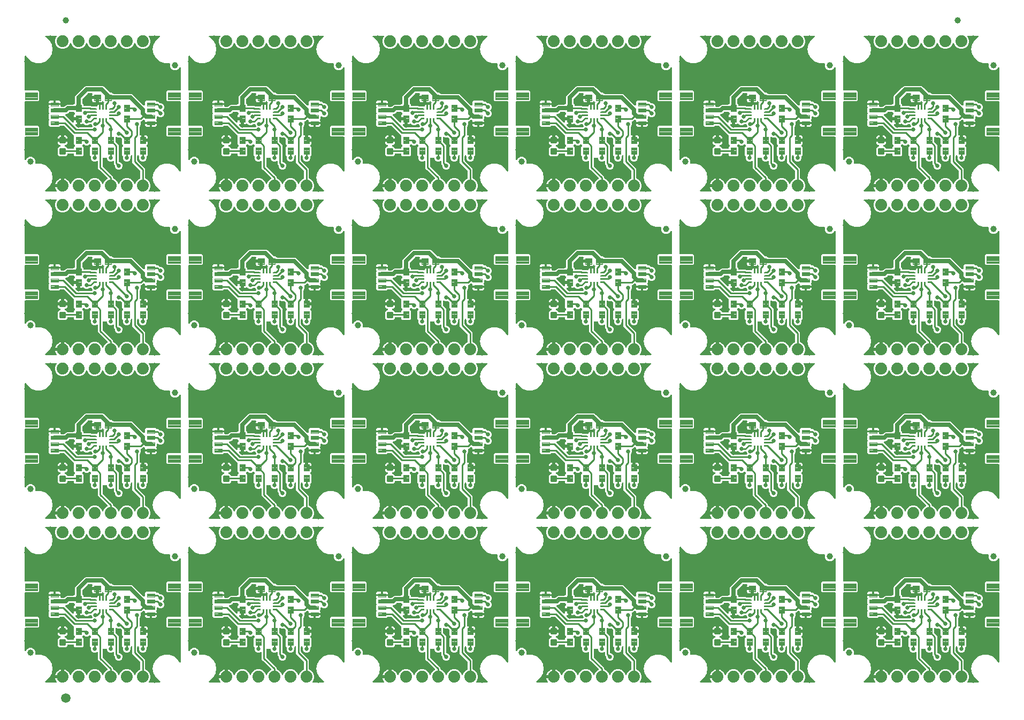
<source format=gtl>
G04 EAGLE Gerber RS-274X export*
G75*
%MOMM*%
%FSLAX34Y34*%
%LPD*%
%INTop Copper*%
%IPPOS*%
%AMOC8*
5,1,8,0,0,1.08239X$1,22.5*%
G01*
%ADD10C,0.300000*%
%ADD11C,0.096000*%
%ADD12C,0.102000*%
%ADD13C,1.879600*%
%ADD14C,0.100000*%
%ADD15C,1.000000*%
%ADD16C,0.102500*%
%ADD17C,1.500000*%
%ADD18C,0.254000*%
%ADD19C,0.660400*%
%ADD20C,0.635000*%

G36*
X312014Y780802D02*
X312014Y780802D01*
X312054Y780799D01*
X312172Y780822D01*
X312290Y780837D01*
X312327Y780851D01*
X312366Y780859D01*
X312475Y780910D01*
X312586Y780954D01*
X312618Y780977D01*
X312654Y780994D01*
X312746Y781070D01*
X312843Y781140D01*
X312869Y781171D01*
X312899Y781196D01*
X312970Y781293D01*
X313046Y781385D01*
X313063Y781421D01*
X313087Y781454D01*
X313131Y781565D01*
X313182Y781673D01*
X313189Y781712D01*
X313204Y781749D01*
X313219Y781868D01*
X313242Y781985D01*
X313239Y782025D01*
X313244Y782065D01*
X313229Y782183D01*
X313222Y782303D01*
X313210Y782341D01*
X313205Y782380D01*
X313161Y782492D01*
X313124Y782605D01*
X313102Y782639D01*
X313088Y782676D01*
X313002Y782812D01*
X312369Y783683D01*
X311516Y785357D01*
X310935Y787144D01*
X310895Y787401D01*
X321310Y787401D01*
X321428Y787416D01*
X321547Y787423D01*
X321585Y787436D01*
X321625Y787441D01*
X321736Y787484D01*
X321849Y787521D01*
X321883Y787543D01*
X321921Y787558D01*
X322017Y787628D01*
X322118Y787691D01*
X322146Y787721D01*
X322178Y787744D01*
X322254Y787836D01*
X322336Y787923D01*
X322355Y787958D01*
X322381Y787989D01*
X322432Y788097D01*
X322489Y788201D01*
X322500Y788241D01*
X322517Y788277D01*
X322539Y788394D01*
X322569Y788509D01*
X322573Y788570D01*
X322577Y788590D01*
X322575Y788610D01*
X322579Y788670D01*
X322579Y789941D01*
X323850Y789941D01*
X323968Y789956D01*
X324087Y789963D01*
X324125Y789976D01*
X324165Y789981D01*
X324276Y790025D01*
X324389Y790061D01*
X324424Y790083D01*
X324461Y790098D01*
X324557Y790168D01*
X324658Y790231D01*
X324686Y790261D01*
X324719Y790285D01*
X324794Y790376D01*
X324876Y790463D01*
X324896Y790498D01*
X324921Y790530D01*
X324972Y790637D01*
X325030Y790742D01*
X325040Y790781D01*
X325057Y790817D01*
X325079Y790934D01*
X325109Y791049D01*
X325113Y791110D01*
X325117Y791130D01*
X325115Y791150D01*
X325119Y791210D01*
X325119Y801625D01*
X325376Y801585D01*
X327163Y801004D01*
X328837Y800151D01*
X330358Y799046D01*
X331686Y797718D01*
X332791Y796197D01*
X333644Y794523D01*
X334037Y793314D01*
X334049Y793287D01*
X334056Y793258D01*
X334117Y793143D01*
X334172Y793026D01*
X334191Y793003D01*
X334205Y792977D01*
X334292Y792881D01*
X334375Y792781D01*
X334399Y792764D01*
X334419Y792742D01*
X334527Y792671D01*
X334632Y792594D01*
X334660Y792583D01*
X334685Y792567D01*
X334807Y792525D01*
X334928Y792477D01*
X334957Y792473D01*
X334986Y792464D01*
X335115Y792453D01*
X335243Y792437D01*
X335273Y792441D01*
X335303Y792439D01*
X335430Y792461D01*
X335559Y792477D01*
X335587Y792488D01*
X335616Y792493D01*
X335734Y792546D01*
X335855Y792594D01*
X335879Y792611D01*
X335906Y792624D01*
X336007Y792704D01*
X336112Y792780D01*
X336131Y792803D01*
X336154Y792822D01*
X336232Y792926D01*
X336315Y793025D01*
X336328Y793052D01*
X336346Y793076D01*
X336417Y793221D01*
X337859Y796703D01*
X341217Y800061D01*
X345605Y801879D01*
X350355Y801879D01*
X354743Y800061D01*
X358101Y796703D01*
X359507Y793308D01*
X359576Y793187D01*
X359641Y793064D01*
X359655Y793049D01*
X359665Y793032D01*
X359762Y792932D01*
X359855Y792829D01*
X359872Y792818D01*
X359886Y792803D01*
X360004Y792731D01*
X360121Y792654D01*
X360140Y792648D01*
X360157Y792637D01*
X360290Y792596D01*
X360422Y792551D01*
X360442Y792549D01*
X360461Y792543D01*
X360600Y792537D01*
X360739Y792526D01*
X360759Y792529D01*
X360779Y792528D01*
X360915Y792556D01*
X361052Y792580D01*
X361071Y792588D01*
X361090Y792593D01*
X361215Y792654D01*
X361342Y792711D01*
X361358Y792723D01*
X361376Y792732D01*
X361482Y792823D01*
X361590Y792909D01*
X361603Y792925D01*
X361618Y792939D01*
X361698Y793052D01*
X361782Y793163D01*
X361794Y793189D01*
X361801Y793199D01*
X361808Y793218D01*
X361853Y793308D01*
X363259Y796703D01*
X366617Y800061D01*
X371005Y801879D01*
X375755Y801879D01*
X380143Y800061D01*
X383501Y796703D01*
X384907Y793308D01*
X384976Y793187D01*
X385041Y793064D01*
X385055Y793049D01*
X385065Y793032D01*
X385162Y792932D01*
X385255Y792829D01*
X385272Y792818D01*
X385286Y792803D01*
X385404Y792731D01*
X385521Y792654D01*
X385540Y792648D01*
X385557Y792637D01*
X385690Y792596D01*
X385822Y792551D01*
X385842Y792549D01*
X385861Y792543D01*
X386000Y792537D01*
X386139Y792526D01*
X386159Y792529D01*
X386179Y792528D01*
X386315Y792556D01*
X386452Y792580D01*
X386471Y792588D01*
X386490Y792593D01*
X386615Y792654D01*
X386742Y792711D01*
X386758Y792723D01*
X386776Y792732D01*
X386882Y792823D01*
X386990Y792909D01*
X387003Y792925D01*
X387018Y792939D01*
X387098Y793052D01*
X387182Y793163D01*
X387194Y793189D01*
X387201Y793199D01*
X387208Y793218D01*
X387253Y793308D01*
X388659Y796703D01*
X392017Y800061D01*
X393057Y800492D01*
X393100Y800516D01*
X393147Y800533D01*
X393238Y800595D01*
X393333Y800649D01*
X393369Y800684D01*
X393410Y800712D01*
X393483Y800794D01*
X393562Y800871D01*
X393588Y800913D01*
X393621Y800950D01*
X393671Y801048D01*
X393728Y801142D01*
X393743Y801189D01*
X393765Y801234D01*
X393789Y801341D01*
X393822Y801446D01*
X393824Y801495D01*
X393835Y801544D01*
X393831Y801654D01*
X393837Y801763D01*
X393827Y801812D01*
X393825Y801862D01*
X393795Y801967D01*
X393772Y802075D01*
X393751Y802120D01*
X393737Y802167D01*
X393681Y802262D01*
X393633Y802361D01*
X393600Y802398D01*
X393575Y802441D01*
X393469Y802562D01*
X381063Y814968D01*
X378459Y817572D01*
X378459Y828270D01*
X378453Y828320D01*
X378455Y828369D01*
X378433Y828477D01*
X378419Y828586D01*
X378401Y828632D01*
X378391Y828681D01*
X378343Y828779D01*
X378302Y828881D01*
X378273Y828922D01*
X378251Y828966D01*
X378180Y829050D01*
X378116Y829139D01*
X378077Y829170D01*
X378045Y829208D01*
X377955Y829271D01*
X377871Y829342D01*
X377826Y829363D01*
X377785Y829391D01*
X377682Y829430D01*
X377583Y829477D01*
X377534Y829486D01*
X377488Y829504D01*
X377378Y829516D01*
X377271Y829537D01*
X377221Y829534D01*
X377172Y829539D01*
X377063Y829524D01*
X376953Y829517D01*
X376906Y829502D01*
X376857Y829495D01*
X376704Y829443D01*
X374542Y828547D01*
X372218Y828547D01*
X370070Y829437D01*
X368427Y831080D01*
X367537Y833228D01*
X367537Y835552D01*
X367632Y835780D01*
X367639Y835809D01*
X367653Y835835D01*
X367681Y835961D01*
X367716Y836087D01*
X367716Y836116D01*
X367723Y836145D01*
X367719Y836275D01*
X367721Y836405D01*
X367714Y836433D01*
X367713Y836463D01*
X367677Y836588D01*
X367646Y836714D01*
X367633Y836740D01*
X367624Y836768D01*
X367559Y836880D01*
X367498Y836995D01*
X367478Y837017D01*
X367463Y837042D01*
X367357Y837163D01*
X365839Y838680D01*
X365839Y851200D01*
X367182Y852543D01*
X367255Y852637D01*
X367334Y852726D01*
X367352Y852762D01*
X367377Y852794D01*
X367425Y852903D01*
X367479Y853009D01*
X367487Y853048D01*
X367504Y853086D01*
X367522Y853203D01*
X367548Y853319D01*
X367547Y853360D01*
X367553Y853400D01*
X367542Y853518D01*
X367539Y853637D01*
X367527Y853676D01*
X367524Y853716D01*
X367483Y853828D01*
X367450Y853943D01*
X367430Y853978D01*
X367416Y854016D01*
X367349Y854114D01*
X367289Y854217D01*
X367249Y854262D01*
X367237Y854279D01*
X367222Y854292D01*
X367182Y854338D01*
X366234Y855286D01*
X366140Y855359D01*
X366050Y855438D01*
X366014Y855456D01*
X365982Y855481D01*
X365873Y855528D01*
X365767Y855582D01*
X365728Y855591D01*
X365691Y855607D01*
X365573Y855626D01*
X365457Y855652D01*
X365417Y855651D01*
X365377Y855657D01*
X365258Y855646D01*
X365139Y855642D01*
X365100Y855631D01*
X365060Y855627D01*
X364948Y855587D01*
X364834Y855554D01*
X364799Y855533D01*
X364761Y855520D01*
X364662Y855453D01*
X364560Y855392D01*
X364514Y855352D01*
X364498Y855341D01*
X364484Y855326D01*
X364439Y855286D01*
X363990Y854837D01*
X361842Y853947D01*
X359518Y853947D01*
X357370Y854837D01*
X356921Y855286D01*
X356827Y855359D01*
X356738Y855438D01*
X356702Y855456D01*
X356670Y855481D01*
X356561Y855528D01*
X356455Y855582D01*
X356415Y855591D01*
X356378Y855607D01*
X356260Y855626D01*
X356144Y855652D01*
X356104Y855651D01*
X356064Y855657D01*
X355945Y855646D01*
X355826Y855642D01*
X355788Y855631D01*
X355747Y855627D01*
X355635Y855587D01*
X355521Y855554D01*
X355486Y855533D01*
X355448Y855520D01*
X355350Y855453D01*
X355247Y855392D01*
X355202Y855352D01*
X355185Y855341D01*
X355171Y855326D01*
X355126Y855286D01*
X354178Y854338D01*
X354105Y854243D01*
X354026Y854154D01*
X354008Y854118D01*
X353983Y854086D01*
X353935Y853977D01*
X353881Y853871D01*
X353873Y853832D01*
X353856Y853794D01*
X353838Y853677D01*
X353812Y853561D01*
X353813Y853520D01*
X353807Y853480D01*
X353818Y853362D01*
X353821Y853243D01*
X353833Y853204D01*
X353836Y853164D01*
X353877Y853051D01*
X353910Y852937D01*
X353930Y852903D01*
X353944Y852864D01*
X354011Y852766D01*
X354071Y852663D01*
X354111Y852618D01*
X354123Y852601D01*
X354138Y852588D01*
X354178Y852543D01*
X355521Y851200D01*
X355521Y838680D01*
X353740Y836899D01*
X342220Y836899D01*
X340439Y838680D01*
X340439Y839860D01*
X340424Y839978D01*
X340417Y840097D01*
X340404Y840135D01*
X340399Y840176D01*
X340356Y840286D01*
X340319Y840399D01*
X340297Y840434D01*
X340282Y840471D01*
X340213Y840567D01*
X340149Y840668D01*
X340119Y840696D01*
X340096Y840729D01*
X340004Y840805D01*
X339917Y840886D01*
X339882Y840906D01*
X339851Y840931D01*
X339743Y840982D01*
X339639Y841040D01*
X339599Y841050D01*
X339563Y841067D01*
X339446Y841089D01*
X339331Y841119D01*
X339271Y841123D01*
X339251Y841127D01*
X339230Y841125D01*
X339170Y841129D01*
X331390Y841129D01*
X331272Y841114D01*
X331153Y841107D01*
X331115Y841094D01*
X331074Y841089D01*
X330964Y841046D01*
X330851Y841009D01*
X330816Y840987D01*
X330779Y840972D01*
X330683Y840903D01*
X330582Y840839D01*
X330554Y840809D01*
X330521Y840786D01*
X330445Y840694D01*
X330364Y840607D01*
X330344Y840572D01*
X330319Y840541D01*
X330268Y840433D01*
X330210Y840329D01*
X330200Y840289D01*
X330183Y840253D01*
X330161Y840136D01*
X330131Y840021D01*
X330127Y839961D01*
X330123Y839941D01*
X330125Y839920D01*
X330121Y839860D01*
X330121Y839496D01*
X327754Y837129D01*
X317406Y837129D01*
X315039Y839496D01*
X315039Y849844D01*
X317406Y852211D01*
X318083Y852211D01*
X318233Y852230D01*
X318385Y852247D01*
X318391Y852250D01*
X318398Y852251D01*
X318539Y852306D01*
X318682Y852361D01*
X318688Y852365D01*
X318694Y852368D01*
X318816Y852457D01*
X318941Y852545D01*
X318946Y852551D01*
X318951Y852554D01*
X319048Y852671D01*
X319147Y852788D01*
X319150Y852794D01*
X319154Y852799D01*
X319219Y852937D01*
X319285Y853074D01*
X319287Y853081D01*
X319289Y853087D01*
X319317Y853234D01*
X319348Y853386D01*
X319348Y853393D01*
X319349Y853399D01*
X319340Y853551D01*
X319332Y853704D01*
X319330Y853710D01*
X319329Y853717D01*
X319282Y853862D01*
X319237Y854007D01*
X319234Y854013D01*
X319231Y854019D01*
X319149Y854149D01*
X319070Y854278D01*
X319065Y854282D01*
X319061Y854288D01*
X318949Y854393D01*
X318840Y854498D01*
X318835Y854501D01*
X318830Y854506D01*
X318697Y854579D01*
X318564Y854655D01*
X318555Y854657D01*
X318551Y854660D01*
X318541Y854662D01*
X318411Y854706D01*
X317520Y854945D01*
X316599Y855477D01*
X315847Y856229D01*
X315315Y857150D01*
X315039Y858178D01*
X315039Y859711D01*
X321350Y859711D01*
X321468Y859726D01*
X321587Y859733D01*
X321625Y859745D01*
X321665Y859751D01*
X321776Y859794D01*
X321889Y859831D01*
X321923Y859853D01*
X321961Y859868D01*
X322057Y859937D01*
X322158Y860001D01*
X322186Y860031D01*
X322218Y860054D01*
X322294Y860146D01*
X322376Y860233D01*
X322395Y860268D01*
X322421Y860299D01*
X322472Y860407D01*
X322529Y860511D01*
X322539Y860551D01*
X322557Y860587D01*
X322577Y860694D01*
X322581Y860664D01*
X322625Y860554D01*
X322661Y860441D01*
X322683Y860406D01*
X322698Y860369D01*
X322768Y860272D01*
X322831Y860172D01*
X322861Y860144D01*
X322885Y860111D01*
X322976Y860035D01*
X323063Y859954D01*
X323098Y859934D01*
X323130Y859909D01*
X323237Y859858D01*
X323342Y859800D01*
X323381Y859790D01*
X323417Y859773D01*
X323534Y859751D01*
X323650Y859721D01*
X323710Y859717D01*
X323730Y859713D01*
X323750Y859715D01*
X323810Y859711D01*
X330121Y859711D01*
X330121Y858178D01*
X329845Y857150D01*
X329313Y856229D01*
X328561Y855477D01*
X327640Y854945D01*
X326749Y854706D01*
X326608Y854648D01*
X326466Y854592D01*
X326461Y854588D01*
X326455Y854586D01*
X326332Y854495D01*
X326209Y854406D01*
X326205Y854400D01*
X326199Y854396D01*
X326103Y854278D01*
X326006Y854161D01*
X326003Y854154D01*
X325999Y854149D01*
X325935Y854011D01*
X325871Y853873D01*
X325869Y853866D01*
X325866Y853860D01*
X325839Y853710D01*
X325811Y853560D01*
X325811Y853554D01*
X325810Y853547D01*
X325821Y853394D01*
X325831Y853243D01*
X325833Y853237D01*
X325833Y853230D01*
X325882Y853085D01*
X325929Y852941D01*
X325932Y852935D01*
X325934Y852928D01*
X326018Y852799D01*
X326099Y852672D01*
X326104Y852667D01*
X326107Y852662D01*
X326220Y852558D01*
X326330Y852454D01*
X326336Y852451D01*
X326341Y852446D01*
X326476Y852373D01*
X326609Y852300D01*
X326615Y852299D01*
X326621Y852296D01*
X326770Y852259D01*
X326917Y852221D01*
X326926Y852220D01*
X326930Y852219D01*
X326941Y852219D01*
X327077Y852211D01*
X327754Y852211D01*
X330141Y849824D01*
X330143Y849783D01*
X330156Y849745D01*
X330161Y849704D01*
X330204Y849594D01*
X330241Y849481D01*
X330263Y849446D01*
X330278Y849409D01*
X330347Y849313D01*
X330411Y849212D01*
X330441Y849184D01*
X330464Y849151D01*
X330556Y849075D01*
X330643Y848994D01*
X330678Y848974D01*
X330709Y848949D01*
X330817Y848898D01*
X330921Y848840D01*
X330961Y848830D01*
X330997Y848813D01*
X331114Y848791D01*
X331229Y848761D01*
X331289Y848757D01*
X331309Y848753D01*
X331330Y848755D01*
X331390Y848751D01*
X339170Y848751D01*
X339288Y848766D01*
X339407Y848773D01*
X339445Y848786D01*
X339486Y848791D01*
X339596Y848834D01*
X339709Y848871D01*
X339744Y848893D01*
X339781Y848908D01*
X339877Y848977D01*
X339978Y849041D01*
X340006Y849071D01*
X340039Y849094D01*
X340115Y849186D01*
X340196Y849273D01*
X340216Y849308D01*
X340241Y849339D01*
X340292Y849447D01*
X340350Y849551D01*
X340360Y849591D01*
X340377Y849627D01*
X340399Y849744D01*
X340429Y849859D01*
X340433Y849919D01*
X340437Y849939D01*
X340435Y849960D01*
X340439Y850020D01*
X340439Y851200D01*
X341782Y852543D01*
X341855Y852637D01*
X341934Y852726D01*
X341952Y852762D01*
X341977Y852794D01*
X342025Y852903D01*
X342079Y853009D01*
X342087Y853048D01*
X342104Y853086D01*
X342122Y853203D01*
X342148Y853319D01*
X342147Y853360D01*
X342153Y853400D01*
X342142Y853518D01*
X342139Y853637D01*
X342127Y853676D01*
X342124Y853716D01*
X342083Y853828D01*
X342050Y853943D01*
X342030Y853978D01*
X342016Y854016D01*
X341949Y854114D01*
X341889Y854217D01*
X341849Y854262D01*
X341837Y854279D01*
X341822Y854292D01*
X341782Y854338D01*
X340439Y855680D01*
X340439Y868284D01*
X340465Y868344D01*
X340519Y868450D01*
X340528Y868489D01*
X340544Y868526D01*
X340563Y868644D01*
X340589Y868760D01*
X340588Y868800D01*
X340594Y868840D01*
X340583Y868958D01*
X340579Y869078D01*
X340568Y869117D01*
X340564Y869157D01*
X340524Y869269D01*
X340491Y869383D01*
X340470Y869418D01*
X340457Y869456D01*
X340390Y869554D01*
X340329Y869657D01*
X340289Y869702D01*
X340278Y869719D01*
X340263Y869733D01*
X340223Y869778D01*
X324943Y885058D01*
X324865Y885118D01*
X324793Y885186D01*
X324740Y885215D01*
X324692Y885252D01*
X324601Y885292D01*
X324514Y885340D01*
X324456Y885355D01*
X324400Y885379D01*
X324302Y885394D01*
X324206Y885419D01*
X324106Y885425D01*
X324086Y885429D01*
X324074Y885427D01*
X324046Y885429D01*
X319639Y885429D01*
X319541Y885417D01*
X319442Y885414D01*
X319384Y885397D01*
X319324Y885389D01*
X319232Y885353D01*
X319137Y885325D01*
X319084Y885295D01*
X319028Y885272D01*
X318948Y885214D01*
X318863Y885164D01*
X318787Y885098D01*
X318771Y885086D01*
X318763Y885076D01*
X318742Y885058D01*
X317384Y883699D01*
X302376Y883699D01*
X300589Y885486D01*
X300589Y892994D01*
X300938Y893343D01*
X301011Y893437D01*
X301090Y893526D01*
X301108Y893562D01*
X301133Y893594D01*
X301180Y893703D01*
X301234Y893809D01*
X301243Y893848D01*
X301259Y893886D01*
X301278Y894003D01*
X301304Y894119D01*
X301303Y894160D01*
X301309Y894200D01*
X301298Y894318D01*
X301294Y894437D01*
X301283Y894476D01*
X301279Y894516D01*
X301239Y894628D01*
X301206Y894743D01*
X301186Y894778D01*
X301172Y894816D01*
X301105Y894914D01*
X301045Y895017D01*
X301005Y895062D01*
X300993Y895079D01*
X300978Y895092D01*
X300938Y895138D01*
X300589Y895486D01*
X300589Y902994D01*
X300938Y903343D01*
X301011Y903437D01*
X301090Y903526D01*
X301108Y903562D01*
X301133Y903594D01*
X301180Y903703D01*
X301234Y903809D01*
X301243Y903848D01*
X301259Y903886D01*
X301278Y904003D01*
X301304Y904119D01*
X301303Y904160D01*
X301309Y904200D01*
X301298Y904318D01*
X301294Y904437D01*
X301283Y904476D01*
X301279Y904516D01*
X301239Y904628D01*
X301206Y904743D01*
X301186Y904778D01*
X301172Y904816D01*
X301105Y904914D01*
X301045Y905017D01*
X301005Y905062D01*
X300993Y905079D01*
X300978Y905092D01*
X300938Y905138D01*
X300589Y905486D01*
X300589Y912994D01*
X300976Y913381D01*
X301045Y913469D01*
X301120Y913553D01*
X301142Y913595D01*
X301171Y913632D01*
X301216Y913735D01*
X301268Y913835D01*
X301279Y913880D01*
X301298Y913924D01*
X301315Y914035D01*
X301341Y914144D01*
X301340Y914191D01*
X301347Y914238D01*
X301337Y914350D01*
X301335Y914462D01*
X301322Y914507D01*
X301318Y914555D01*
X301280Y914660D01*
X301250Y914769D01*
X301217Y914833D01*
X301210Y914854D01*
X301200Y914869D01*
X301178Y914913D01*
X300797Y915572D01*
X300589Y916348D01*
X300589Y917741D01*
X309650Y917741D01*
X309768Y917756D01*
X309887Y917763D01*
X309894Y917765D01*
X309950Y917751D01*
X310010Y917747D01*
X310030Y917743D01*
X310050Y917745D01*
X310110Y917741D01*
X319171Y917741D01*
X319171Y916225D01*
X319186Y916107D01*
X319193Y915988D01*
X319206Y915950D01*
X319211Y915909D01*
X319254Y915799D01*
X319291Y915686D01*
X319313Y915651D01*
X319328Y915614D01*
X319397Y915518D01*
X319461Y915417D01*
X319491Y915389D01*
X319514Y915356D01*
X319606Y915280D01*
X319693Y915199D01*
X319728Y915179D01*
X319759Y915154D01*
X319867Y915103D01*
X319971Y915045D01*
X320011Y915035D01*
X320047Y915018D01*
X320164Y914996D01*
X320279Y914966D01*
X320339Y914962D01*
X320359Y914958D01*
X320380Y914960D01*
X320440Y914956D01*
X324687Y914956D01*
X324785Y914968D01*
X324884Y914971D01*
X324942Y914988D01*
X325002Y914996D01*
X325094Y915032D01*
X325189Y915060D01*
X325242Y915090D01*
X325298Y915113D01*
X325378Y915171D01*
X325463Y915221D01*
X325539Y915287D01*
X325555Y915299D01*
X325563Y915309D01*
X325584Y915327D01*
X327842Y917586D01*
X329943Y918456D01*
X339370Y918456D01*
X339468Y918468D01*
X339567Y918471D01*
X339625Y918488D01*
X339685Y918496D01*
X339777Y918532D01*
X339872Y918560D01*
X339925Y918590D01*
X339981Y918613D01*
X340061Y918671D01*
X340146Y918721D01*
X340222Y918787D01*
X340238Y918799D01*
X340246Y918809D01*
X340267Y918827D01*
X341893Y920453D01*
X341953Y920531D01*
X342021Y920603D01*
X342050Y920656D01*
X342087Y920704D01*
X342127Y920795D01*
X342175Y920882D01*
X342190Y920940D01*
X342214Y920996D01*
X342229Y921094D01*
X342254Y921190D01*
X342260Y921290D01*
X342264Y921310D01*
X342262Y921322D01*
X342264Y921350D01*
X342264Y930777D01*
X343134Y932878D01*
X355656Y945399D01*
X357442Y947186D01*
X359543Y948056D01*
X385947Y948056D01*
X388048Y947186D01*
X397681Y937552D01*
X397759Y937492D01*
X397831Y937424D01*
X397884Y937395D01*
X397932Y937358D01*
X398023Y937318D01*
X398110Y937270D01*
X398168Y937255D01*
X398224Y937231D01*
X398322Y937216D01*
X398418Y937191D01*
X398518Y937185D01*
X398538Y937181D01*
X398550Y937183D01*
X398578Y937181D01*
X400840Y937181D01*
X402293Y935727D01*
X402371Y935667D01*
X402443Y935599D01*
X402496Y935570D01*
X402544Y935533D01*
X402635Y935493D01*
X402722Y935445D01*
X402780Y935430D01*
X402836Y935406D01*
X402934Y935391D01*
X403030Y935366D01*
X403130Y935360D01*
X403150Y935356D01*
X403162Y935358D01*
X403190Y935356D01*
X431667Y935356D01*
X433768Y934486D01*
X435554Y932699D01*
X450823Y917431D01*
X450932Y917345D01*
X451039Y917257D01*
X451058Y917248D01*
X451074Y917236D01*
X451202Y917180D01*
X451327Y917121D01*
X451347Y917118D01*
X451366Y917109D01*
X451504Y917088D01*
X451640Y917062D01*
X451660Y917063D01*
X451680Y917060D01*
X451819Y917073D01*
X451957Y917081D01*
X451976Y917087D01*
X451996Y917089D01*
X452128Y917137D01*
X452259Y917179D01*
X452277Y917190D01*
X452296Y917197D01*
X452411Y917275D01*
X452528Y917349D01*
X452542Y917364D01*
X452559Y917376D01*
X452651Y917480D01*
X452746Y917581D01*
X452756Y917599D01*
X452769Y917614D01*
X452833Y917738D01*
X452900Y917860D01*
X452905Y917879D01*
X452914Y917897D01*
X452944Y918033D01*
X452979Y918168D01*
X452981Y918196D01*
X452984Y918208D01*
X452983Y918228D01*
X452989Y918328D01*
X452989Y922994D01*
X454776Y924781D01*
X469784Y924781D01*
X471142Y923422D01*
X471220Y923362D01*
X471292Y923294D01*
X471345Y923265D01*
X471393Y923228D01*
X471484Y923188D01*
X471571Y923140D01*
X471629Y923125D01*
X471685Y923101D01*
X471783Y923086D01*
X471879Y923061D01*
X471979Y923055D01*
X471999Y923051D01*
X472011Y923053D01*
X472039Y923051D01*
X474258Y923051D01*
X476695Y920614D01*
X476773Y920554D01*
X476845Y920486D01*
X476898Y920457D01*
X476946Y920420D01*
X477037Y920380D01*
X477124Y920332D01*
X477182Y920317D01*
X477238Y920293D01*
X477336Y920278D01*
X477431Y920253D01*
X477532Y920247D01*
X477552Y920243D01*
X477564Y920245D01*
X477592Y920243D01*
X478682Y920243D01*
X480830Y919353D01*
X482473Y917710D01*
X483363Y915562D01*
X483363Y913238D01*
X482473Y911090D01*
X481600Y910218D01*
X481528Y910124D01*
X481449Y910034D01*
X481430Y909998D01*
X481405Y909966D01*
X481358Y909857D01*
X481304Y909751D01*
X481295Y909712D01*
X481279Y909674D01*
X481260Y909557D01*
X481234Y909441D01*
X481236Y909400D01*
X481229Y909360D01*
X481240Y909242D01*
X481244Y909123D01*
X481255Y909084D01*
X481259Y909044D01*
X481299Y908931D01*
X481332Y908817D01*
X481353Y908783D01*
X481367Y908744D01*
X481433Y908646D01*
X481494Y908543D01*
X481534Y908498D01*
X481545Y908481D01*
X481560Y908468D01*
X481600Y908423D01*
X482473Y907550D01*
X483363Y905402D01*
X483363Y903078D01*
X482473Y900930D01*
X480830Y899287D01*
X478682Y898397D01*
X476358Y898397D01*
X474210Y899287D01*
X473738Y899760D01*
X473650Y899827D01*
X473612Y899863D01*
X473593Y899874D01*
X473521Y899934D01*
X473502Y899942D01*
X473486Y899955D01*
X473358Y900010D01*
X473233Y900069D01*
X473213Y900073D01*
X473194Y900081D01*
X473056Y900103D01*
X472920Y900129D01*
X472900Y900128D01*
X472880Y900131D01*
X472741Y900118D01*
X472603Y900109D01*
X472584Y900103D01*
X472564Y900101D01*
X472433Y900054D01*
X472301Y900011D01*
X472283Y900000D01*
X472264Y899993D01*
X472150Y899915D01*
X472032Y899841D01*
X472018Y899826D01*
X472001Y899815D01*
X471909Y899711D01*
X471814Y899609D01*
X471804Y899592D01*
X471791Y899576D01*
X471728Y899453D01*
X471660Y899331D01*
X471655Y899311D01*
X471646Y899293D01*
X471616Y899157D01*
X471581Y899023D01*
X471579Y898995D01*
X471576Y898983D01*
X471577Y898962D01*
X471575Y898925D01*
X471573Y898917D01*
X471574Y898910D01*
X471571Y898862D01*
X471571Y895486D01*
X471184Y895099D01*
X471115Y895011D01*
X471040Y894927D01*
X471018Y894885D01*
X470989Y894848D01*
X470944Y894745D01*
X470892Y894645D01*
X470881Y894600D01*
X470862Y894556D01*
X470845Y894445D01*
X470819Y894336D01*
X470820Y894289D01*
X470813Y894242D01*
X470823Y894130D01*
X470825Y894018D01*
X470838Y893973D01*
X470842Y893925D01*
X470880Y893820D01*
X470910Y893711D01*
X470943Y893647D01*
X470950Y893626D01*
X470960Y893611D01*
X470982Y893567D01*
X471363Y892908D01*
X471571Y892132D01*
X471571Y890739D01*
X462510Y890739D01*
X462392Y890724D01*
X462273Y890717D01*
X462266Y890715D01*
X462210Y890729D01*
X462150Y890733D01*
X462130Y890737D01*
X462110Y890735D01*
X462050Y890739D01*
X452989Y890739D01*
X452989Y892132D01*
X453082Y892479D01*
X453087Y892515D01*
X453099Y892549D01*
X453109Y892672D01*
X453126Y892794D01*
X453121Y892830D01*
X453124Y892866D01*
X453103Y892988D01*
X453089Y893110D01*
X453076Y893144D01*
X453070Y893180D01*
X453019Y893292D01*
X452975Y893407D01*
X452954Y893437D01*
X452939Y893470D01*
X452863Y893566D01*
X452791Y893666D01*
X452763Y893690D01*
X452741Y893718D01*
X452643Y893792D01*
X452548Y893872D01*
X452516Y893888D01*
X452487Y893909D01*
X452342Y893980D01*
X451321Y894403D01*
X451292Y894411D01*
X451266Y894425D01*
X451139Y894453D01*
X451014Y894487D01*
X450984Y894488D01*
X450956Y894494D01*
X450826Y894490D01*
X450696Y894492D01*
X450667Y894486D01*
X450638Y894485D01*
X450513Y894449D01*
X450387Y894418D01*
X450360Y894404D01*
X450332Y894396D01*
X450221Y894330D01*
X450106Y894270D01*
X450084Y894250D01*
X450058Y894235D01*
X449937Y894128D01*
X447738Y891929D01*
X447174Y891929D01*
X447125Y891923D01*
X447075Y891925D01*
X446968Y891903D01*
X446859Y891889D01*
X446812Y891871D01*
X446764Y891861D01*
X446665Y891813D01*
X446563Y891772D01*
X446523Y891743D01*
X446478Y891721D01*
X446395Y891650D01*
X446306Y891586D01*
X446274Y891547D01*
X446236Y891515D01*
X446173Y891425D01*
X446103Y891341D01*
X446082Y891296D01*
X446053Y891255D01*
X446014Y891152D01*
X445967Y891053D01*
X445958Y891004D01*
X445940Y890958D01*
X445928Y890848D01*
X445908Y890741D01*
X445911Y890691D01*
X445905Y890642D01*
X445921Y890533D01*
X445927Y890423D01*
X445943Y890376D01*
X445950Y890327D01*
X446002Y890174D01*
X446533Y888892D01*
X446533Y886568D01*
X445643Y884420D01*
X444872Y883650D01*
X444812Y883571D01*
X444744Y883499D01*
X444715Y883446D01*
X444678Y883398D01*
X444638Y883307D01*
X444590Y883221D01*
X444575Y883162D01*
X444551Y883106D01*
X444536Y883009D01*
X444511Y882913D01*
X444505Y882813D01*
X444501Y882792D01*
X444503Y882780D01*
X444501Y882752D01*
X444501Y871250D01*
X444516Y871132D01*
X444523Y871013D01*
X444536Y870975D01*
X444541Y870934D01*
X444584Y870824D01*
X444621Y870711D01*
X444643Y870676D01*
X444658Y870639D01*
X444727Y870543D01*
X444791Y870442D01*
X444821Y870414D01*
X444844Y870381D01*
X444936Y870305D01*
X445023Y870224D01*
X445058Y870204D01*
X445089Y870179D01*
X445197Y870128D01*
X445301Y870070D01*
X445341Y870060D01*
X445377Y870043D01*
X445494Y870021D01*
X445609Y869991D01*
X445669Y869987D01*
X445689Y869983D01*
X445710Y869985D01*
X445770Y869981D01*
X447081Y869981D01*
X447081Y863170D01*
X447096Y863052D01*
X447103Y862933D01*
X447115Y862895D01*
X447121Y862855D01*
X447164Y862744D01*
X447201Y862631D01*
X447223Y862597D01*
X447238Y862559D01*
X447307Y862463D01*
X447371Y862362D01*
X447401Y862334D01*
X447424Y862302D01*
X447516Y862226D01*
X447603Y862144D01*
X447638Y862125D01*
X447669Y862099D01*
X447777Y862048D01*
X447881Y861991D01*
X447921Y861981D01*
X447957Y861963D01*
X448074Y861941D01*
X448189Y861911D01*
X448249Y861907D01*
X448269Y861904D01*
X448290Y861905D01*
X448350Y861901D01*
X449541Y861901D01*
X449541Y860710D01*
X449556Y860592D01*
X449563Y860473D01*
X449576Y860435D01*
X449581Y860394D01*
X449625Y860284D01*
X449661Y860171D01*
X449683Y860136D01*
X449698Y860099D01*
X449768Y860002D01*
X449831Y859902D01*
X449861Y859874D01*
X449885Y859841D01*
X449976Y859765D01*
X450063Y859684D01*
X450098Y859664D01*
X450130Y859639D01*
X450237Y859588D01*
X450342Y859530D01*
X450381Y859520D01*
X450417Y859503D01*
X450534Y859481D01*
X450650Y859451D01*
X450710Y859447D01*
X450730Y859443D01*
X450750Y859445D01*
X450810Y859441D01*
X457121Y859441D01*
X457121Y856540D01*
X456914Y855766D01*
X456513Y855073D01*
X455897Y854457D01*
X455823Y854406D01*
X455801Y854381D01*
X455774Y854361D01*
X455696Y854262D01*
X455612Y854168D01*
X455597Y854138D01*
X455576Y854112D01*
X455525Y853997D01*
X455468Y853885D01*
X455460Y853852D01*
X455447Y853821D01*
X455426Y853697D01*
X455398Y853574D01*
X455399Y853541D01*
X455393Y853508D01*
X455404Y853382D01*
X455408Y853256D01*
X455417Y853224D01*
X455420Y853191D01*
X455461Y853072D01*
X455496Y852951D01*
X455513Y852922D01*
X455524Y852890D01*
X455594Y852785D01*
X455658Y852677D01*
X455690Y852640D01*
X455700Y852625D01*
X455716Y852611D01*
X455764Y852556D01*
X457121Y851200D01*
X457121Y838680D01*
X455603Y837163D01*
X455585Y837140D01*
X455563Y837121D01*
X455488Y837015D01*
X455409Y836912D01*
X455397Y836885D01*
X455380Y836861D01*
X455334Y836739D01*
X455282Y836620D01*
X455278Y836591D01*
X455267Y836563D01*
X455253Y836434D01*
X455232Y836306D01*
X455235Y836277D01*
X455232Y836247D01*
X455250Y836119D01*
X455262Y835989D01*
X455272Y835962D01*
X455276Y835932D01*
X455328Y835780D01*
X455423Y835552D01*
X455423Y833228D01*
X454533Y831080D01*
X452890Y829437D01*
X450742Y828547D01*
X448418Y828547D01*
X446270Y829437D01*
X444627Y831080D01*
X443737Y833228D01*
X443737Y835552D01*
X443832Y835780D01*
X443839Y835809D01*
X443853Y835835D01*
X443881Y835961D01*
X443916Y836087D01*
X443916Y836116D01*
X443923Y836145D01*
X443919Y836275D01*
X443921Y836405D01*
X443914Y836433D01*
X443913Y836463D01*
X443877Y836588D01*
X443846Y836714D01*
X443833Y836740D01*
X443824Y836768D01*
X443759Y836880D01*
X443698Y836995D01*
X443678Y837017D01*
X443663Y837042D01*
X443557Y837163D01*
X442857Y837862D01*
X442748Y837948D01*
X442641Y838036D01*
X442622Y838045D01*
X442606Y838057D01*
X442478Y838113D01*
X442353Y838172D01*
X442333Y838175D01*
X442314Y838184D01*
X442176Y838205D01*
X442040Y838231D01*
X442020Y838230D01*
X442000Y838233D01*
X441861Y838220D01*
X441723Y838212D01*
X441704Y838206D01*
X441684Y838204D01*
X441552Y838156D01*
X441421Y838114D01*
X441403Y838103D01*
X441384Y838096D01*
X441269Y838018D01*
X441152Y837944D01*
X441138Y837929D01*
X441121Y837917D01*
X441029Y837813D01*
X440934Y837712D01*
X440924Y837694D01*
X440911Y837679D01*
X440847Y837555D01*
X440780Y837433D01*
X440775Y837414D01*
X440766Y837396D01*
X440736Y837260D01*
X440701Y837125D01*
X440699Y837097D01*
X440696Y837085D01*
X440697Y837065D01*
X440691Y836965D01*
X440691Y830144D01*
X440703Y830046D01*
X440706Y829947D01*
X440723Y829889D01*
X440731Y829829D01*
X440767Y829737D01*
X440795Y829641D01*
X440825Y829589D01*
X440848Y829533D01*
X440906Y829453D01*
X440956Y829368D01*
X441022Y829292D01*
X441034Y829276D01*
X441044Y829268D01*
X441062Y829247D01*
X453391Y816918D01*
X453391Y802132D01*
X453394Y802103D01*
X453392Y802073D01*
X453414Y801945D01*
X453431Y801816D01*
X453441Y801789D01*
X453446Y801760D01*
X453500Y801641D01*
X453548Y801521D01*
X453565Y801497D01*
X453577Y801470D01*
X453658Y801369D01*
X453734Y801263D01*
X453757Y801245D01*
X453776Y801222D01*
X453879Y801143D01*
X453979Y801061D01*
X454006Y801048D01*
X454030Y801030D01*
X454174Y800959D01*
X456343Y800061D01*
X459701Y796703D01*
X461519Y792315D01*
X461519Y787565D01*
X459701Y783177D01*
X459487Y782964D01*
X459402Y782854D01*
X459314Y782747D01*
X459305Y782728D01*
X459292Y782712D01*
X459237Y782585D01*
X459178Y782459D01*
X459174Y782439D01*
X459166Y782420D01*
X459144Y782283D01*
X459118Y782146D01*
X459119Y782126D01*
X459116Y782106D01*
X459129Y781967D01*
X459138Y781829D01*
X459144Y781810D01*
X459146Y781790D01*
X459193Y781658D01*
X459236Y781527D01*
X459247Y781510D01*
X459254Y781490D01*
X459332Y781375D01*
X459406Y781258D01*
X459421Y781244D01*
X459432Y781227D01*
X459536Y781135D01*
X459638Y781040D01*
X459655Y781030D01*
X459671Y781017D01*
X459795Y780953D01*
X459916Y780886D01*
X459936Y780881D01*
X459954Y780872D01*
X460090Y780842D01*
X460224Y780807D01*
X460252Y780805D01*
X460264Y780802D01*
X460285Y780803D01*
X460385Y780797D01*
X475883Y780797D01*
X475980Y780809D01*
X476078Y780812D01*
X476137Y780829D01*
X476199Y780837D01*
X476289Y780872D01*
X476383Y780899D01*
X476437Y780931D01*
X476495Y780954D01*
X476573Y781011D01*
X476658Y781060D01*
X476702Y781104D01*
X476752Y781140D01*
X476814Y781216D01*
X476883Y781284D01*
X476915Y781338D01*
X476955Y781385D01*
X476996Y781474D01*
X477046Y781557D01*
X477064Y781617D01*
X477090Y781673D01*
X477109Y781769D01*
X477136Y781862D01*
X477138Y781925D01*
X477150Y781985D01*
X477144Y782083D01*
X477147Y782180D01*
X477134Y782241D01*
X477130Y782303D01*
X477100Y782395D01*
X477079Y782491D01*
X477051Y782546D01*
X477032Y782605D01*
X476980Y782688D01*
X476936Y782775D01*
X476895Y782822D01*
X476862Y782874D01*
X476791Y782941D01*
X476727Y783014D01*
X476676Y783049D01*
X476630Y783092D01*
X476545Y783139D01*
X476521Y783155D01*
X470490Y788216D01*
X466594Y794965D01*
X465240Y802640D01*
X466594Y810315D01*
X470490Y817064D01*
X476460Y822073D01*
X483783Y824739D01*
X491577Y824739D01*
X498900Y822073D01*
X504870Y817064D01*
X507155Y813106D01*
X507238Y812997D01*
X507243Y812989D01*
X507246Y812986D01*
X507328Y812872D01*
X507339Y812863D01*
X507347Y812853D01*
X507461Y812762D01*
X507573Y812669D01*
X507586Y812664D01*
X507596Y812655D01*
X507730Y812596D01*
X507861Y812534D01*
X507874Y812531D01*
X507887Y812526D01*
X508031Y812501D01*
X508174Y812474D01*
X508187Y812475D01*
X508200Y812473D01*
X508346Y812485D01*
X508491Y812494D01*
X508504Y812498D01*
X508517Y812499D01*
X508655Y812547D01*
X508793Y812592D01*
X508805Y812599D01*
X508818Y812603D01*
X508939Y812684D01*
X509062Y812762D01*
X509071Y812772D01*
X509083Y812779D01*
X509180Y812887D01*
X509280Y812994D01*
X509287Y813005D01*
X509296Y813015D01*
X509363Y813144D01*
X509434Y813272D01*
X509437Y813285D01*
X509443Y813297D01*
X509477Y813439D01*
X509513Y813580D01*
X509514Y813598D01*
X509516Y813607D01*
X509516Y813624D01*
X509523Y813741D01*
X509523Y866430D01*
X509508Y866548D01*
X509501Y866667D01*
X509488Y866705D01*
X509483Y866746D01*
X509440Y866856D01*
X509403Y866969D01*
X509381Y867004D01*
X509366Y867041D01*
X509297Y867137D01*
X509233Y867238D01*
X509203Y867266D01*
X509180Y867299D01*
X509088Y867375D01*
X509001Y867456D01*
X508966Y867476D01*
X508935Y867501D01*
X508827Y867552D01*
X508723Y867610D01*
X508683Y867620D01*
X508647Y867637D01*
X508530Y867659D01*
X508415Y867689D01*
X508355Y867693D01*
X508335Y867697D01*
X508314Y867695D01*
X508254Y867699D01*
X488259Y867699D01*
X486489Y869469D01*
X486489Y883011D01*
X488259Y884781D01*
X508254Y884781D01*
X508372Y884796D01*
X508491Y884803D01*
X508529Y884816D01*
X508570Y884821D01*
X508680Y884864D01*
X508793Y884901D01*
X508828Y884923D01*
X508865Y884938D01*
X508961Y885007D01*
X509062Y885071D01*
X509090Y885101D01*
X509123Y885124D01*
X509199Y885216D01*
X509280Y885303D01*
X509300Y885338D01*
X509325Y885369D01*
X509376Y885477D01*
X509434Y885581D01*
X509444Y885621D01*
X509461Y885657D01*
X509483Y885774D01*
X509513Y885889D01*
X509517Y885949D01*
X509521Y885969D01*
X509519Y885990D01*
X509523Y886050D01*
X509523Y922430D01*
X509508Y922548D01*
X509501Y922667D01*
X509488Y922705D01*
X509483Y922746D01*
X509440Y922856D01*
X509403Y922969D01*
X509381Y923004D01*
X509366Y923041D01*
X509297Y923137D01*
X509233Y923238D01*
X509203Y923266D01*
X509180Y923299D01*
X509088Y923375D01*
X509001Y923456D01*
X508966Y923476D01*
X508935Y923501D01*
X508827Y923552D01*
X508723Y923610D01*
X508683Y923620D01*
X508647Y923637D01*
X508530Y923659D01*
X508415Y923689D01*
X508355Y923693D01*
X508335Y923697D01*
X508314Y923695D01*
X508254Y923699D01*
X488259Y923699D01*
X486489Y925469D01*
X486489Y939011D01*
X488259Y940781D01*
X508254Y940781D01*
X508372Y940796D01*
X508491Y940803D01*
X508529Y940816D01*
X508570Y940821D01*
X508680Y940864D01*
X508793Y940901D01*
X508828Y940923D01*
X508865Y940938D01*
X508961Y941007D01*
X509062Y941071D01*
X509090Y941101D01*
X509123Y941124D01*
X509199Y941216D01*
X509280Y941303D01*
X509300Y941338D01*
X509325Y941369D01*
X509376Y941477D01*
X509434Y941581D01*
X509444Y941621D01*
X509461Y941657D01*
X509483Y941774D01*
X509513Y941889D01*
X509517Y941949D01*
X509521Y941969D01*
X509519Y941990D01*
X509523Y942050D01*
X509523Y976428D01*
X509515Y976497D01*
X509516Y976567D01*
X509495Y976655D01*
X509483Y976744D01*
X509458Y976808D01*
X509441Y976876D01*
X509399Y976956D01*
X509366Y977039D01*
X509325Y977096D01*
X509293Y977157D01*
X509232Y977224D01*
X509180Y977297D01*
X509126Y977341D01*
X509079Y977393D01*
X509004Y977442D01*
X508935Y977499D01*
X508871Y977529D01*
X508813Y977568D01*
X508728Y977597D01*
X508647Y977635D01*
X508578Y977648D01*
X508512Y977671D01*
X508423Y977678D01*
X508335Y977695D01*
X508265Y977690D01*
X508195Y977696D01*
X508107Y977681D01*
X508017Y977675D01*
X507951Y977654D01*
X507882Y977642D01*
X507800Y977605D01*
X507715Y977577D01*
X507656Y977540D01*
X507592Y977511D01*
X507522Y977455D01*
X507446Y977407D01*
X507398Y977356D01*
X507344Y977312D01*
X507290Y977241D01*
X507228Y977175D01*
X507194Y977114D01*
X507152Y977058D01*
X507081Y976914D01*
X506773Y976169D01*
X504651Y974047D01*
X501880Y972899D01*
X498880Y972899D01*
X496109Y974047D01*
X493987Y976169D01*
X492839Y978940D01*
X492839Y981940D01*
X492858Y981986D01*
X492872Y982034D01*
X492893Y982079D01*
X492913Y982187D01*
X492942Y982293D01*
X492943Y982343D01*
X492953Y982392D01*
X492946Y982501D01*
X492947Y982611D01*
X492936Y982659D01*
X492933Y982709D01*
X492899Y982813D01*
X492873Y982920D01*
X492850Y982964D01*
X492835Y983011D01*
X492776Y983104D01*
X492725Y983201D01*
X492691Y983238D01*
X492665Y983280D01*
X492585Y983356D01*
X492511Y983437D01*
X492469Y983464D01*
X492433Y983498D01*
X492337Y983551D01*
X492245Y983611D01*
X492198Y983628D01*
X492154Y983652D01*
X492048Y983679D01*
X491944Y983715D01*
X491895Y983719D01*
X491847Y983731D01*
X491686Y983741D01*
X483783Y983741D01*
X476460Y986407D01*
X470490Y991416D01*
X466594Y998165D01*
X465240Y1005840D01*
X466594Y1013515D01*
X470490Y1020264D01*
X476493Y1025301D01*
X476495Y1025302D01*
X476545Y1025338D01*
X476600Y1025367D01*
X476673Y1025431D01*
X476752Y1025488D01*
X476791Y1025536D01*
X476838Y1025578D01*
X476893Y1025658D01*
X476955Y1025733D01*
X476981Y1025790D01*
X477016Y1025841D01*
X477049Y1025933D01*
X477090Y1026021D01*
X477102Y1026082D01*
X477123Y1026141D01*
X477132Y1026238D01*
X477150Y1026334D01*
X477146Y1026396D01*
X477152Y1026457D01*
X477136Y1026554D01*
X477130Y1026651D01*
X477111Y1026710D01*
X477101Y1026771D01*
X477062Y1026861D01*
X477032Y1026953D01*
X476999Y1027006D01*
X476974Y1027063D01*
X476914Y1027140D01*
X476862Y1027222D01*
X476817Y1027265D01*
X476779Y1027314D01*
X476702Y1027373D01*
X476630Y1027440D01*
X476576Y1027470D01*
X476527Y1027508D01*
X476437Y1027547D01*
X476352Y1027594D01*
X476292Y1027609D01*
X476235Y1027634D01*
X476138Y1027649D01*
X476044Y1027673D01*
X475940Y1027680D01*
X475921Y1027683D01*
X475909Y1027682D01*
X475883Y1027683D01*
X460385Y1027683D01*
X460247Y1027666D01*
X460108Y1027653D01*
X460089Y1027646D01*
X460069Y1027643D01*
X459940Y1027592D01*
X459809Y1027545D01*
X459792Y1027534D01*
X459774Y1027526D01*
X459661Y1027445D01*
X459546Y1027367D01*
X459533Y1027351D01*
X459516Y1027340D01*
X459428Y1027232D01*
X459336Y1027128D01*
X459326Y1027110D01*
X459314Y1027095D01*
X459254Y1026969D01*
X459191Y1026845D01*
X459187Y1026825D01*
X459178Y1026807D01*
X459152Y1026671D01*
X459121Y1026535D01*
X459122Y1026514D01*
X459118Y1026495D01*
X459127Y1026356D01*
X459131Y1026217D01*
X459137Y1026197D01*
X459138Y1026177D01*
X459181Y1026045D01*
X459219Y1025911D01*
X459230Y1025894D01*
X459236Y1025875D01*
X459310Y1025757D01*
X459381Y1025637D01*
X459400Y1025616D01*
X459406Y1025606D01*
X459421Y1025592D01*
X459487Y1025516D01*
X459701Y1025303D01*
X461519Y1020915D01*
X461519Y1016165D01*
X459701Y1011777D01*
X456343Y1008419D01*
X451955Y1006601D01*
X447205Y1006601D01*
X442817Y1008419D01*
X439459Y1011777D01*
X438053Y1015172D01*
X437984Y1015293D01*
X437919Y1015416D01*
X437905Y1015431D01*
X437895Y1015448D01*
X437798Y1015548D01*
X437705Y1015651D01*
X437688Y1015662D01*
X437674Y1015677D01*
X437556Y1015749D01*
X437439Y1015826D01*
X437420Y1015832D01*
X437403Y1015843D01*
X437270Y1015884D01*
X437138Y1015929D01*
X437118Y1015931D01*
X437099Y1015937D01*
X436960Y1015943D01*
X436821Y1015954D01*
X436801Y1015951D01*
X436781Y1015952D01*
X436645Y1015924D01*
X436508Y1015900D01*
X436489Y1015892D01*
X436470Y1015888D01*
X436345Y1015826D01*
X436218Y1015769D01*
X436202Y1015757D01*
X436184Y1015748D01*
X436078Y1015657D01*
X435970Y1015571D01*
X435957Y1015555D01*
X435942Y1015541D01*
X435862Y1015428D01*
X435778Y1015317D01*
X435766Y1015291D01*
X435759Y1015281D01*
X435752Y1015262D01*
X435707Y1015172D01*
X434301Y1011777D01*
X430943Y1008419D01*
X426555Y1006601D01*
X421805Y1006601D01*
X417417Y1008419D01*
X414059Y1011777D01*
X412653Y1015172D01*
X412584Y1015293D01*
X412519Y1015416D01*
X412505Y1015431D01*
X412495Y1015448D01*
X412398Y1015548D01*
X412305Y1015651D01*
X412288Y1015662D01*
X412274Y1015677D01*
X412156Y1015749D01*
X412039Y1015826D01*
X412020Y1015832D01*
X412003Y1015843D01*
X411870Y1015884D01*
X411738Y1015929D01*
X411718Y1015931D01*
X411699Y1015937D01*
X411560Y1015943D01*
X411421Y1015954D01*
X411401Y1015951D01*
X411381Y1015952D01*
X411245Y1015924D01*
X411108Y1015900D01*
X411089Y1015892D01*
X411070Y1015887D01*
X410945Y1015826D01*
X410818Y1015769D01*
X410802Y1015757D01*
X410784Y1015748D01*
X410678Y1015657D01*
X410570Y1015571D01*
X410557Y1015555D01*
X410542Y1015541D01*
X410462Y1015428D01*
X410378Y1015317D01*
X410366Y1015291D01*
X410359Y1015281D01*
X410352Y1015262D01*
X410307Y1015172D01*
X408901Y1011777D01*
X405543Y1008419D01*
X401155Y1006601D01*
X396405Y1006601D01*
X392017Y1008419D01*
X388659Y1011777D01*
X387253Y1015172D01*
X387184Y1015293D01*
X387119Y1015416D01*
X387105Y1015431D01*
X387095Y1015448D01*
X386998Y1015548D01*
X386905Y1015651D01*
X386888Y1015662D01*
X386874Y1015677D01*
X386756Y1015749D01*
X386639Y1015826D01*
X386620Y1015832D01*
X386603Y1015843D01*
X386470Y1015884D01*
X386338Y1015929D01*
X386318Y1015931D01*
X386299Y1015937D01*
X386160Y1015943D01*
X386021Y1015954D01*
X386001Y1015951D01*
X385981Y1015952D01*
X385845Y1015924D01*
X385708Y1015900D01*
X385689Y1015892D01*
X385670Y1015887D01*
X385545Y1015826D01*
X385418Y1015769D01*
X385402Y1015757D01*
X385384Y1015748D01*
X385278Y1015657D01*
X385170Y1015571D01*
X385157Y1015555D01*
X385142Y1015541D01*
X385062Y1015428D01*
X384978Y1015317D01*
X384966Y1015291D01*
X384959Y1015281D01*
X384952Y1015262D01*
X384907Y1015172D01*
X383501Y1011777D01*
X380143Y1008419D01*
X375755Y1006601D01*
X371005Y1006601D01*
X366617Y1008419D01*
X363259Y1011777D01*
X361853Y1015172D01*
X361784Y1015293D01*
X361719Y1015416D01*
X361705Y1015431D01*
X361695Y1015448D01*
X361598Y1015548D01*
X361505Y1015651D01*
X361488Y1015662D01*
X361474Y1015677D01*
X361356Y1015749D01*
X361239Y1015826D01*
X361220Y1015832D01*
X361203Y1015843D01*
X361070Y1015884D01*
X360938Y1015929D01*
X360918Y1015931D01*
X360899Y1015937D01*
X360760Y1015943D01*
X360621Y1015954D01*
X360601Y1015951D01*
X360581Y1015952D01*
X360445Y1015924D01*
X360308Y1015900D01*
X360289Y1015892D01*
X360270Y1015887D01*
X360145Y1015826D01*
X360018Y1015769D01*
X360002Y1015757D01*
X359984Y1015748D01*
X359878Y1015657D01*
X359770Y1015571D01*
X359757Y1015555D01*
X359742Y1015541D01*
X359662Y1015428D01*
X359578Y1015317D01*
X359566Y1015291D01*
X359559Y1015281D01*
X359552Y1015262D01*
X359507Y1015172D01*
X358101Y1011777D01*
X354743Y1008419D01*
X350355Y1006601D01*
X345605Y1006601D01*
X341217Y1008419D01*
X337859Y1011777D01*
X336453Y1015172D01*
X336384Y1015293D01*
X336319Y1015416D01*
X336305Y1015431D01*
X336295Y1015448D01*
X336198Y1015548D01*
X336105Y1015651D01*
X336088Y1015662D01*
X336074Y1015677D01*
X335956Y1015749D01*
X335839Y1015826D01*
X335820Y1015832D01*
X335803Y1015843D01*
X335670Y1015884D01*
X335538Y1015929D01*
X335518Y1015931D01*
X335499Y1015937D01*
X335360Y1015943D01*
X335221Y1015954D01*
X335201Y1015951D01*
X335181Y1015952D01*
X335045Y1015924D01*
X334908Y1015900D01*
X334889Y1015892D01*
X334870Y1015887D01*
X334745Y1015826D01*
X334618Y1015769D01*
X334602Y1015757D01*
X334584Y1015748D01*
X334478Y1015657D01*
X334370Y1015571D01*
X334357Y1015555D01*
X334342Y1015541D01*
X334262Y1015428D01*
X334178Y1015317D01*
X334166Y1015291D01*
X334159Y1015281D01*
X334152Y1015262D01*
X334107Y1015172D01*
X332701Y1011777D01*
X329343Y1008419D01*
X324955Y1006601D01*
X320205Y1006601D01*
X315817Y1008419D01*
X312459Y1011777D01*
X310641Y1016165D01*
X310641Y1020915D01*
X312459Y1025303D01*
X312673Y1025516D01*
X312758Y1025626D01*
X312846Y1025733D01*
X312855Y1025752D01*
X312868Y1025768D01*
X312923Y1025895D01*
X312982Y1026021D01*
X312986Y1026041D01*
X312994Y1026060D01*
X313016Y1026197D01*
X313042Y1026334D01*
X313041Y1026354D01*
X313044Y1026374D01*
X313031Y1026513D01*
X313022Y1026651D01*
X313016Y1026670D01*
X313014Y1026690D01*
X312967Y1026822D01*
X312924Y1026953D01*
X312913Y1026970D01*
X312906Y1026990D01*
X312828Y1027105D01*
X312754Y1027222D01*
X312739Y1027236D01*
X312728Y1027253D01*
X312624Y1027345D01*
X312522Y1027440D01*
X312505Y1027450D01*
X312489Y1027463D01*
X312365Y1027527D01*
X312244Y1027594D01*
X312224Y1027599D01*
X312206Y1027608D01*
X312070Y1027638D01*
X311936Y1027673D01*
X311908Y1027675D01*
X311896Y1027678D01*
X311875Y1027677D01*
X311775Y1027683D01*
X296277Y1027683D01*
X296180Y1027671D01*
X296082Y1027668D01*
X296023Y1027651D01*
X295961Y1027643D01*
X295871Y1027608D01*
X295777Y1027581D01*
X295723Y1027549D01*
X295665Y1027526D01*
X295587Y1027469D01*
X295502Y1027420D01*
X295458Y1027376D01*
X295408Y1027340D01*
X295346Y1027264D01*
X295277Y1027196D01*
X295245Y1027142D01*
X295205Y1027095D01*
X295164Y1027006D01*
X295114Y1026923D01*
X295096Y1026863D01*
X295070Y1026807D01*
X295051Y1026711D01*
X295024Y1026618D01*
X295022Y1026555D01*
X295010Y1026495D01*
X295016Y1026397D01*
X295013Y1026300D01*
X295026Y1026239D01*
X295030Y1026177D01*
X295060Y1026085D01*
X295081Y1025989D01*
X295109Y1025934D01*
X295128Y1025875D01*
X295180Y1025792D01*
X295224Y1025705D01*
X295265Y1025658D01*
X295298Y1025606D01*
X295369Y1025539D01*
X295433Y1025466D01*
X295484Y1025431D01*
X295530Y1025388D01*
X295615Y1025341D01*
X295638Y1025325D01*
X301670Y1020264D01*
X305566Y1013515D01*
X306920Y1005840D01*
X305566Y998165D01*
X301670Y991416D01*
X295700Y986407D01*
X288377Y983741D01*
X280583Y983741D01*
X273260Y986407D01*
X267290Y991416D01*
X265005Y995374D01*
X264917Y995490D01*
X264832Y995608D01*
X264821Y995617D01*
X264813Y995627D01*
X264699Y995718D01*
X264587Y995811D01*
X264574Y995816D01*
X264564Y995825D01*
X264430Y995884D01*
X264299Y995946D01*
X264286Y995949D01*
X264273Y995954D01*
X264129Y995979D01*
X263986Y996006D01*
X263973Y996005D01*
X263960Y996007D01*
X263814Y995995D01*
X263669Y995986D01*
X263656Y995982D01*
X263643Y995981D01*
X263505Y995933D01*
X263367Y995888D01*
X263355Y995881D01*
X263342Y995877D01*
X263221Y995796D01*
X263098Y995718D01*
X263089Y995708D01*
X263077Y995701D01*
X262980Y995593D01*
X262880Y995486D01*
X262873Y995475D01*
X262864Y995465D01*
X262797Y995336D01*
X262726Y995208D01*
X262723Y995195D01*
X262717Y995183D01*
X262683Y995041D01*
X262647Y994900D01*
X262646Y994882D01*
X262644Y994873D01*
X262644Y994856D01*
X262637Y994739D01*
X262637Y942050D01*
X262652Y941932D01*
X262659Y941813D01*
X262672Y941775D01*
X262677Y941734D01*
X262720Y941624D01*
X262757Y941511D01*
X262779Y941476D01*
X262794Y941439D01*
X262863Y941343D01*
X262927Y941242D01*
X262957Y941214D01*
X262980Y941181D01*
X263072Y941105D01*
X263159Y941024D01*
X263194Y941004D01*
X263225Y940979D01*
X263333Y940928D01*
X263437Y940870D01*
X263477Y940860D01*
X263513Y940843D01*
X263630Y940821D01*
X263745Y940791D01*
X263805Y940787D01*
X263825Y940783D01*
X263846Y940785D01*
X263906Y940781D01*
X283901Y940781D01*
X285671Y939011D01*
X285671Y925469D01*
X283901Y923699D01*
X263906Y923699D01*
X263788Y923684D01*
X263669Y923677D01*
X263631Y923664D01*
X263590Y923659D01*
X263480Y923616D01*
X263367Y923579D01*
X263332Y923557D01*
X263295Y923542D01*
X263199Y923473D01*
X263098Y923409D01*
X263070Y923379D01*
X263037Y923356D01*
X262961Y923264D01*
X262880Y923177D01*
X262860Y923142D01*
X262835Y923111D01*
X262784Y923003D01*
X262726Y922899D01*
X262716Y922859D01*
X262699Y922823D01*
X262677Y922706D01*
X262647Y922591D01*
X262643Y922531D01*
X262639Y922511D01*
X262641Y922490D01*
X262637Y922430D01*
X262637Y886050D01*
X262652Y885932D01*
X262659Y885813D01*
X262672Y885775D01*
X262677Y885734D01*
X262720Y885624D01*
X262757Y885511D01*
X262779Y885476D01*
X262794Y885439D01*
X262863Y885343D01*
X262927Y885242D01*
X262957Y885214D01*
X262980Y885181D01*
X263072Y885105D01*
X263159Y885024D01*
X263194Y885004D01*
X263225Y884979D01*
X263333Y884928D01*
X263437Y884870D01*
X263477Y884860D01*
X263513Y884843D01*
X263630Y884821D01*
X263745Y884791D01*
X263805Y884787D01*
X263825Y884783D01*
X263846Y884785D01*
X263906Y884781D01*
X283901Y884781D01*
X285671Y883011D01*
X285671Y869469D01*
X283901Y867699D01*
X263906Y867699D01*
X263788Y867684D01*
X263669Y867677D01*
X263631Y867664D01*
X263590Y867659D01*
X263480Y867616D01*
X263367Y867579D01*
X263332Y867557D01*
X263295Y867542D01*
X263199Y867473D01*
X263098Y867409D01*
X263070Y867379D01*
X263037Y867356D01*
X262961Y867264D01*
X262880Y867177D01*
X262860Y867142D01*
X262835Y867111D01*
X262784Y867003D01*
X262726Y866899D01*
X262716Y866859D01*
X262699Y866823D01*
X262677Y866706D01*
X262647Y866591D01*
X262643Y866531D01*
X262639Y866511D01*
X262641Y866490D01*
X262637Y866430D01*
X262637Y832052D01*
X262645Y831983D01*
X262644Y831913D01*
X262665Y831825D01*
X262677Y831736D01*
X262702Y831672D01*
X262719Y831604D01*
X262761Y831524D01*
X262794Y831441D01*
X262835Y831384D01*
X262867Y831323D01*
X262928Y831256D01*
X262980Y831183D01*
X263034Y831139D01*
X263081Y831087D01*
X263156Y831038D01*
X263225Y830981D01*
X263289Y830951D01*
X263347Y830912D01*
X263432Y830883D01*
X263513Y830845D01*
X263582Y830832D01*
X263648Y830809D01*
X263737Y830802D01*
X263825Y830785D01*
X263895Y830790D01*
X263965Y830784D01*
X264053Y830799D01*
X264143Y830805D01*
X264209Y830826D01*
X264278Y830838D01*
X264360Y830875D01*
X264445Y830903D01*
X264504Y830940D01*
X264568Y830969D01*
X264638Y831025D01*
X264714Y831073D01*
X264762Y831124D01*
X264816Y831168D01*
X264870Y831239D01*
X264932Y831305D01*
X264966Y831366D01*
X265008Y831422D01*
X265079Y831566D01*
X265387Y832311D01*
X267509Y834433D01*
X270280Y835581D01*
X273280Y835581D01*
X276051Y834433D01*
X278173Y832311D01*
X279321Y829540D01*
X279321Y826540D01*
X279302Y826494D01*
X279288Y826446D01*
X279267Y826401D01*
X279247Y826293D01*
X279218Y826187D01*
X279217Y826137D01*
X279207Y826088D01*
X279214Y825979D01*
X279213Y825869D01*
X279224Y825821D01*
X279227Y825771D01*
X279261Y825667D01*
X279287Y825560D01*
X279310Y825516D01*
X279325Y825469D01*
X279384Y825376D01*
X279435Y825279D01*
X279469Y825242D01*
X279495Y825200D01*
X279575Y825124D01*
X279649Y825043D01*
X279691Y825016D01*
X279727Y824982D01*
X279823Y824929D01*
X279915Y824869D01*
X279962Y824852D01*
X280006Y824828D01*
X280112Y824801D01*
X280216Y824765D01*
X280265Y824761D01*
X280313Y824749D01*
X280474Y824739D01*
X288377Y824739D01*
X295700Y822073D01*
X301670Y817064D01*
X305566Y810315D01*
X306920Y802640D01*
X305566Y794965D01*
X301670Y788216D01*
X295667Y783179D01*
X295665Y783178D01*
X295615Y783142D01*
X295560Y783114D01*
X295487Y783049D01*
X295408Y782992D01*
X295369Y782944D01*
X295322Y782903D01*
X295267Y782822D01*
X295205Y782747D01*
X295179Y782691D01*
X295144Y782639D01*
X295111Y782547D01*
X295070Y782459D01*
X295058Y782398D01*
X295037Y782340D01*
X295028Y782242D01*
X295010Y782146D01*
X295014Y782085D01*
X295008Y782023D01*
X295024Y781926D01*
X295030Y781829D01*
X295049Y781770D01*
X295059Y781709D01*
X295098Y781619D01*
X295128Y781527D01*
X295161Y781474D01*
X295186Y781417D01*
X295246Y781340D01*
X295298Y781258D01*
X295343Y781215D01*
X295381Y781166D01*
X295458Y781107D01*
X295530Y781040D01*
X295584Y781010D01*
X295633Y780972D01*
X295723Y780933D01*
X295808Y780886D01*
X295868Y780871D01*
X295925Y780846D01*
X296022Y780831D01*
X296116Y780807D01*
X296220Y780800D01*
X296239Y780797D01*
X296251Y780798D01*
X296277Y780797D01*
X311975Y780797D01*
X312014Y780802D01*
G37*
G36*
X52934Y780802D02*
X52934Y780802D01*
X52974Y780799D01*
X53092Y780822D01*
X53210Y780837D01*
X53247Y780851D01*
X53286Y780859D01*
X53395Y780910D01*
X53506Y780954D01*
X53538Y780977D01*
X53574Y780994D01*
X53666Y781070D01*
X53763Y781140D01*
X53789Y781171D01*
X53819Y781196D01*
X53890Y781293D01*
X53966Y781385D01*
X53983Y781421D01*
X54007Y781454D01*
X54051Y781565D01*
X54102Y781673D01*
X54109Y781712D01*
X54124Y781749D01*
X54139Y781868D01*
X54162Y781985D01*
X54159Y782025D01*
X54164Y782065D01*
X54149Y782183D01*
X54142Y782303D01*
X54130Y782341D01*
X54125Y782380D01*
X54081Y782492D01*
X54044Y782605D01*
X54022Y782639D01*
X54008Y782676D01*
X53922Y782812D01*
X53289Y783683D01*
X52436Y785357D01*
X51855Y787144D01*
X51815Y787401D01*
X62230Y787401D01*
X62348Y787416D01*
X62467Y787423D01*
X62505Y787436D01*
X62545Y787441D01*
X62656Y787484D01*
X62769Y787521D01*
X62803Y787543D01*
X62841Y787558D01*
X62937Y787628D01*
X63038Y787691D01*
X63066Y787721D01*
X63098Y787744D01*
X63174Y787836D01*
X63256Y787923D01*
X63275Y787958D01*
X63301Y787989D01*
X63352Y788097D01*
X63409Y788201D01*
X63420Y788241D01*
X63437Y788277D01*
X63459Y788394D01*
X63489Y788509D01*
X63493Y788570D01*
X63497Y788590D01*
X63495Y788610D01*
X63499Y788670D01*
X63499Y789941D01*
X64770Y789941D01*
X64888Y789956D01*
X65007Y789963D01*
X65045Y789976D01*
X65085Y789981D01*
X65196Y790025D01*
X65309Y790061D01*
X65344Y790083D01*
X65381Y790098D01*
X65477Y790168D01*
X65578Y790231D01*
X65606Y790261D01*
X65639Y790285D01*
X65714Y790376D01*
X65796Y790463D01*
X65816Y790498D01*
X65841Y790530D01*
X65892Y790637D01*
X65950Y790742D01*
X65960Y790781D01*
X65977Y790817D01*
X65999Y790934D01*
X66029Y791049D01*
X66033Y791110D01*
X66037Y791130D01*
X66035Y791150D01*
X66039Y791210D01*
X66039Y801625D01*
X66296Y801585D01*
X68083Y801004D01*
X69757Y800151D01*
X71278Y799046D01*
X72606Y797718D01*
X73711Y796197D01*
X74564Y794523D01*
X74957Y793314D01*
X74969Y793287D01*
X74976Y793258D01*
X75037Y793143D01*
X75092Y793026D01*
X75111Y793003D01*
X75125Y792977D01*
X75212Y792881D01*
X75295Y792781D01*
X75319Y792764D01*
X75339Y792742D01*
X75447Y792671D01*
X75552Y792594D01*
X75580Y792583D01*
X75605Y792567D01*
X75727Y792525D01*
X75848Y792477D01*
X75877Y792473D01*
X75906Y792464D01*
X76035Y792453D01*
X76163Y792437D01*
X76193Y792441D01*
X76223Y792439D01*
X76350Y792461D01*
X76479Y792477D01*
X76507Y792488D01*
X76536Y792493D01*
X76654Y792546D01*
X76775Y792594D01*
X76799Y792611D01*
X76826Y792624D01*
X76927Y792704D01*
X77032Y792780D01*
X77051Y792803D01*
X77074Y792822D01*
X77152Y792926D01*
X77235Y793025D01*
X77248Y793052D01*
X77266Y793076D01*
X77337Y793221D01*
X78779Y796703D01*
X82137Y800061D01*
X86525Y801879D01*
X91275Y801879D01*
X95663Y800061D01*
X99021Y796703D01*
X100427Y793308D01*
X100496Y793187D01*
X100561Y793064D01*
X100575Y793049D01*
X100585Y793032D01*
X100682Y792932D01*
X100775Y792829D01*
X100792Y792818D01*
X100806Y792803D01*
X100924Y792731D01*
X101041Y792654D01*
X101060Y792648D01*
X101077Y792637D01*
X101210Y792596D01*
X101342Y792551D01*
X101362Y792549D01*
X101381Y792543D01*
X101520Y792537D01*
X101659Y792526D01*
X101679Y792529D01*
X101699Y792528D01*
X101835Y792556D01*
X101972Y792580D01*
X101991Y792588D01*
X102010Y792592D01*
X102135Y792654D01*
X102262Y792711D01*
X102278Y792723D01*
X102296Y792732D01*
X102402Y792823D01*
X102510Y792909D01*
X102523Y792925D01*
X102538Y792939D01*
X102618Y793052D01*
X102702Y793163D01*
X102714Y793189D01*
X102721Y793199D01*
X102728Y793218D01*
X102773Y793308D01*
X104179Y796703D01*
X107537Y800061D01*
X111925Y801879D01*
X116675Y801879D01*
X121063Y800061D01*
X124421Y796703D01*
X125827Y793308D01*
X125896Y793187D01*
X125961Y793064D01*
X125975Y793049D01*
X125985Y793032D01*
X126082Y792932D01*
X126175Y792829D01*
X126192Y792818D01*
X126206Y792803D01*
X126324Y792731D01*
X126441Y792654D01*
X126460Y792648D01*
X126477Y792637D01*
X126610Y792596D01*
X126742Y792551D01*
X126762Y792549D01*
X126781Y792543D01*
X126920Y792537D01*
X127059Y792526D01*
X127079Y792529D01*
X127099Y792528D01*
X127235Y792556D01*
X127372Y792580D01*
X127391Y792588D01*
X127410Y792592D01*
X127535Y792654D01*
X127662Y792711D01*
X127678Y792723D01*
X127696Y792732D01*
X127802Y792823D01*
X127910Y792909D01*
X127923Y792925D01*
X127938Y792939D01*
X128018Y793052D01*
X128102Y793163D01*
X128114Y793189D01*
X128121Y793199D01*
X128128Y793218D01*
X128173Y793308D01*
X129579Y796703D01*
X132937Y800061D01*
X133977Y800492D01*
X134020Y800516D01*
X134067Y800533D01*
X134158Y800595D01*
X134253Y800649D01*
X134289Y800684D01*
X134330Y800712D01*
X134403Y800794D01*
X134482Y800871D01*
X134508Y800913D01*
X134541Y800950D01*
X134591Y801048D01*
X134648Y801142D01*
X134663Y801189D01*
X134685Y801234D01*
X134709Y801341D01*
X134742Y801446D01*
X134744Y801495D01*
X134755Y801544D01*
X134751Y801654D01*
X134757Y801763D01*
X134747Y801812D01*
X134745Y801862D01*
X134715Y801967D01*
X134692Y802075D01*
X134671Y802120D01*
X134657Y802167D01*
X134601Y802262D01*
X134553Y802361D01*
X134520Y802398D01*
X134495Y802441D01*
X134389Y802562D01*
X121983Y814968D01*
X119379Y817572D01*
X119379Y828270D01*
X119373Y828320D01*
X119375Y828369D01*
X119353Y828477D01*
X119339Y828586D01*
X119321Y828632D01*
X119311Y828681D01*
X119263Y828779D01*
X119222Y828881D01*
X119193Y828922D01*
X119171Y828966D01*
X119100Y829050D01*
X119036Y829139D01*
X118997Y829170D01*
X118965Y829208D01*
X118875Y829271D01*
X118791Y829342D01*
X118746Y829363D01*
X118705Y829391D01*
X118602Y829430D01*
X118503Y829477D01*
X118454Y829486D01*
X118408Y829504D01*
X118298Y829516D01*
X118191Y829537D01*
X118141Y829534D01*
X118092Y829539D01*
X117983Y829524D01*
X117873Y829517D01*
X117826Y829502D01*
X117777Y829495D01*
X117624Y829443D01*
X115462Y828547D01*
X113138Y828547D01*
X110990Y829437D01*
X109347Y831080D01*
X108457Y833228D01*
X108457Y835552D01*
X108552Y835780D01*
X108559Y835809D01*
X108573Y835835D01*
X108601Y835961D01*
X108636Y836087D01*
X108636Y836116D01*
X108643Y836145D01*
X108639Y836275D01*
X108641Y836405D01*
X108634Y836433D01*
X108633Y836463D01*
X108597Y836588D01*
X108566Y836714D01*
X108553Y836740D01*
X108544Y836768D01*
X108479Y836880D01*
X108418Y836995D01*
X108398Y837017D01*
X108383Y837042D01*
X108277Y837163D01*
X106759Y838680D01*
X106759Y851200D01*
X108102Y852543D01*
X108175Y852637D01*
X108254Y852726D01*
X108272Y852762D01*
X108297Y852794D01*
X108345Y852903D01*
X108399Y853009D01*
X108407Y853048D01*
X108424Y853086D01*
X108442Y853203D01*
X108468Y853319D01*
X108467Y853360D01*
X108473Y853400D01*
X108462Y853518D01*
X108459Y853637D01*
X108447Y853676D01*
X108444Y853716D01*
X108403Y853829D01*
X108370Y853943D01*
X108350Y853978D01*
X108336Y854016D01*
X108269Y854114D01*
X108209Y854217D01*
X108169Y854262D01*
X108157Y854279D01*
X108142Y854292D01*
X108102Y854338D01*
X107154Y855286D01*
X107060Y855359D01*
X106971Y855438D01*
X106935Y855456D01*
X106903Y855481D01*
X106793Y855528D01*
X106687Y855582D01*
X106648Y855591D01*
X106611Y855607D01*
X106493Y855626D01*
X106377Y855652D01*
X106337Y855651D01*
X106297Y855657D01*
X106178Y855646D01*
X106059Y855642D01*
X106020Y855631D01*
X105980Y855627D01*
X105868Y855587D01*
X105754Y855554D01*
X105719Y855533D01*
X105681Y855520D01*
X105582Y855453D01*
X105480Y855392D01*
X105434Y855352D01*
X105418Y855341D01*
X105404Y855326D01*
X105359Y855286D01*
X104910Y854837D01*
X102762Y853947D01*
X100438Y853947D01*
X98290Y854837D01*
X97841Y855286D01*
X97747Y855359D01*
X97658Y855438D01*
X97622Y855456D01*
X97590Y855481D01*
X97480Y855528D01*
X97375Y855582D01*
X97335Y855591D01*
X97298Y855607D01*
X97180Y855626D01*
X97064Y855652D01*
X97024Y855651D01*
X96984Y855657D01*
X96865Y855646D01*
X96746Y855642D01*
X96708Y855631D01*
X96667Y855627D01*
X96555Y855587D01*
X96441Y855554D01*
X96406Y855533D01*
X96368Y855520D01*
X96270Y855453D01*
X96167Y855392D01*
X96122Y855353D01*
X96105Y855341D01*
X96091Y855326D01*
X96046Y855286D01*
X95098Y854337D01*
X95025Y854244D01*
X94946Y854154D01*
X94928Y854118D01*
X94903Y854086D01*
X94855Y853977D01*
X94801Y853871D01*
X94793Y853831D01*
X94776Y853794D01*
X94758Y853677D01*
X94732Y853561D01*
X94733Y853520D01*
X94727Y853480D01*
X94738Y853362D01*
X94741Y853243D01*
X94753Y853204D01*
X94756Y853164D01*
X94797Y853052D01*
X94830Y852937D01*
X94850Y852903D01*
X94864Y852864D01*
X94931Y852766D01*
X94991Y852663D01*
X95031Y852618D01*
X95043Y852601D01*
X95058Y852588D01*
X95098Y852542D01*
X96441Y851200D01*
X96441Y838680D01*
X94660Y836899D01*
X83140Y836899D01*
X81359Y838680D01*
X81359Y839860D01*
X81344Y839978D01*
X81337Y840097D01*
X81324Y840135D01*
X81319Y840176D01*
X81276Y840286D01*
X81239Y840399D01*
X81217Y840434D01*
X81202Y840471D01*
X81133Y840567D01*
X81069Y840668D01*
X81039Y840696D01*
X81016Y840729D01*
X80924Y840805D01*
X80837Y840886D01*
X80802Y840906D01*
X80771Y840931D01*
X80663Y840982D01*
X80559Y841040D01*
X80519Y841050D01*
X80483Y841067D01*
X80366Y841089D01*
X80251Y841119D01*
X80191Y841123D01*
X80171Y841127D01*
X80150Y841125D01*
X80090Y841129D01*
X72310Y841129D01*
X72192Y841114D01*
X72073Y841107D01*
X72035Y841094D01*
X71994Y841089D01*
X71884Y841046D01*
X71771Y841009D01*
X71736Y840987D01*
X71699Y840972D01*
X71603Y840903D01*
X71502Y840839D01*
X71474Y840809D01*
X71441Y840786D01*
X71365Y840694D01*
X71284Y840607D01*
X71264Y840572D01*
X71239Y840541D01*
X71188Y840433D01*
X71130Y840329D01*
X71120Y840289D01*
X71103Y840253D01*
X71081Y840136D01*
X71051Y840021D01*
X71047Y839961D01*
X71043Y839941D01*
X71045Y839920D01*
X71041Y839860D01*
X71041Y839496D01*
X68674Y837129D01*
X58326Y837129D01*
X55959Y839496D01*
X55959Y849844D01*
X58326Y852211D01*
X59003Y852211D01*
X59154Y852230D01*
X59305Y852247D01*
X59311Y852250D01*
X59318Y852251D01*
X59460Y852307D01*
X59602Y852361D01*
X59608Y852365D01*
X59614Y852368D01*
X59736Y852457D01*
X59861Y852545D01*
X59866Y852551D01*
X59871Y852554D01*
X59968Y852671D01*
X60067Y852788D01*
X60070Y852794D01*
X60074Y852799D01*
X60138Y852936D01*
X60205Y853074D01*
X60207Y853081D01*
X60209Y853087D01*
X60238Y853234D01*
X60268Y853386D01*
X60268Y853393D01*
X60269Y853399D01*
X60260Y853551D01*
X60252Y853704D01*
X60250Y853710D01*
X60250Y853717D01*
X60203Y853860D01*
X60157Y854007D01*
X60154Y854013D01*
X60151Y854019D01*
X60070Y854148D01*
X59990Y854278D01*
X59985Y854282D01*
X59981Y854288D01*
X59870Y854393D01*
X59761Y854498D01*
X59755Y854501D01*
X59750Y854506D01*
X59617Y854579D01*
X59484Y854655D01*
X59475Y854657D01*
X59471Y854660D01*
X59461Y854662D01*
X59331Y854706D01*
X58440Y854945D01*
X57519Y855477D01*
X56767Y856229D01*
X56235Y857150D01*
X55959Y858178D01*
X55959Y859711D01*
X62270Y859711D01*
X62388Y859726D01*
X62507Y859733D01*
X62545Y859745D01*
X62585Y859751D01*
X62696Y859794D01*
X62809Y859831D01*
X62843Y859853D01*
X62881Y859868D01*
X62977Y859937D01*
X63078Y860001D01*
X63106Y860031D01*
X63138Y860054D01*
X63214Y860146D01*
X63296Y860233D01*
X63315Y860268D01*
X63341Y860299D01*
X63392Y860407D01*
X63449Y860511D01*
X63459Y860551D01*
X63477Y860587D01*
X63497Y860694D01*
X63501Y860664D01*
X63545Y860554D01*
X63581Y860441D01*
X63603Y860406D01*
X63618Y860369D01*
X63688Y860272D01*
X63751Y860172D01*
X63781Y860144D01*
X63805Y860111D01*
X63896Y860035D01*
X63983Y859954D01*
X64018Y859934D01*
X64050Y859909D01*
X64157Y859858D01*
X64262Y859800D01*
X64301Y859790D01*
X64337Y859773D01*
X64454Y859751D01*
X64570Y859721D01*
X64630Y859717D01*
X64650Y859713D01*
X64670Y859715D01*
X64730Y859711D01*
X71041Y859711D01*
X71041Y858178D01*
X70765Y857150D01*
X70233Y856229D01*
X69481Y855477D01*
X68560Y854945D01*
X67669Y854706D01*
X67527Y854648D01*
X67386Y854592D01*
X67381Y854588D01*
X67374Y854586D01*
X67252Y854495D01*
X67129Y854406D01*
X67124Y854400D01*
X67119Y854396D01*
X67024Y854279D01*
X66926Y854161D01*
X66923Y854154D01*
X66919Y854149D01*
X66855Y854010D01*
X66791Y853873D01*
X66789Y853866D01*
X66786Y853860D01*
X66759Y853709D01*
X66731Y853560D01*
X66731Y853554D01*
X66730Y853547D01*
X66741Y853395D01*
X66750Y853243D01*
X66753Y853237D01*
X66753Y853230D01*
X66802Y853084D01*
X66849Y852941D01*
X66852Y852935D01*
X66854Y852928D01*
X66938Y852799D01*
X67019Y852672D01*
X67024Y852667D01*
X67027Y852662D01*
X67139Y852559D01*
X67250Y852454D01*
X67256Y852451D01*
X67261Y852446D01*
X67395Y852374D01*
X67529Y852300D01*
X67535Y852299D01*
X67541Y852296D01*
X67690Y852259D01*
X67837Y852221D01*
X67846Y852220D01*
X67850Y852219D01*
X67861Y852219D01*
X67997Y852211D01*
X68674Y852211D01*
X71061Y849824D01*
X71063Y849783D01*
X71076Y849745D01*
X71081Y849704D01*
X71124Y849594D01*
X71161Y849481D01*
X71183Y849446D01*
X71198Y849409D01*
X71267Y849313D01*
X71331Y849212D01*
X71361Y849184D01*
X71384Y849151D01*
X71476Y849075D01*
X71563Y848994D01*
X71598Y848974D01*
X71629Y848949D01*
X71737Y848898D01*
X71841Y848840D01*
X71881Y848830D01*
X71917Y848813D01*
X72034Y848791D01*
X72149Y848761D01*
X72209Y848757D01*
X72229Y848753D01*
X72250Y848755D01*
X72310Y848751D01*
X80090Y848751D01*
X80208Y848766D01*
X80327Y848773D01*
X80365Y848786D01*
X80406Y848791D01*
X80516Y848834D01*
X80629Y848871D01*
X80664Y848893D01*
X80701Y848908D01*
X80797Y848977D01*
X80898Y849041D01*
X80926Y849071D01*
X80959Y849094D01*
X81035Y849186D01*
X81116Y849273D01*
X81136Y849308D01*
X81161Y849339D01*
X81212Y849447D01*
X81270Y849551D01*
X81280Y849591D01*
X81297Y849627D01*
X81319Y849744D01*
X81349Y849859D01*
X81353Y849919D01*
X81357Y849939D01*
X81355Y849960D01*
X81359Y850020D01*
X81359Y851200D01*
X82702Y852542D01*
X82775Y852637D01*
X82854Y852726D01*
X82872Y852762D01*
X82897Y852794D01*
X82945Y852903D01*
X82999Y853009D01*
X83007Y853048D01*
X83024Y853086D01*
X83042Y853203D01*
X83068Y853319D01*
X83067Y853360D01*
X83073Y853400D01*
X83062Y853518D01*
X83059Y853637D01*
X83047Y853676D01*
X83044Y853716D01*
X83003Y853829D01*
X82970Y853943D01*
X82950Y853977D01*
X82936Y854016D01*
X82869Y854114D01*
X82809Y854217D01*
X82769Y854262D01*
X82757Y854279D01*
X82742Y854292D01*
X82702Y854337D01*
X81359Y855680D01*
X81359Y868284D01*
X81385Y868344D01*
X81439Y868450D01*
X81448Y868489D01*
X81464Y868526D01*
X81483Y868644D01*
X81509Y868760D01*
X81508Y868800D01*
X81514Y868840D01*
X81503Y868958D01*
X81499Y869078D01*
X81488Y869117D01*
X81484Y869157D01*
X81444Y869269D01*
X81411Y869383D01*
X81390Y869418D01*
X81377Y869456D01*
X81310Y869554D01*
X81249Y869657D01*
X81209Y869702D01*
X81198Y869719D01*
X81183Y869733D01*
X81143Y869778D01*
X65863Y885058D01*
X65785Y885118D01*
X65713Y885186D01*
X65660Y885215D01*
X65612Y885252D01*
X65521Y885292D01*
X65434Y885340D01*
X65376Y885355D01*
X65320Y885379D01*
X65222Y885394D01*
X65126Y885419D01*
X65026Y885425D01*
X65006Y885429D01*
X64994Y885427D01*
X64966Y885429D01*
X60559Y885429D01*
X60461Y885417D01*
X60362Y885414D01*
X60304Y885397D01*
X60244Y885389D01*
X60152Y885353D01*
X60057Y885325D01*
X60004Y885295D01*
X59948Y885272D01*
X59868Y885214D01*
X59783Y885164D01*
X59707Y885098D01*
X59691Y885086D01*
X59683Y885076D01*
X59662Y885058D01*
X58304Y883699D01*
X43296Y883699D01*
X41509Y885486D01*
X41509Y892994D01*
X41858Y893343D01*
X41931Y893437D01*
X42010Y893526D01*
X42028Y893562D01*
X42053Y893594D01*
X42100Y893703D01*
X42154Y893809D01*
X42163Y893848D01*
X42179Y893886D01*
X42198Y894003D01*
X42224Y894119D01*
X42223Y894160D01*
X42229Y894200D01*
X42218Y894318D01*
X42214Y894437D01*
X42203Y894476D01*
X42199Y894516D01*
X42159Y894628D01*
X42126Y894743D01*
X42106Y894778D01*
X42092Y894816D01*
X42025Y894914D01*
X41965Y895017D01*
X41925Y895062D01*
X41913Y895079D01*
X41898Y895092D01*
X41858Y895138D01*
X41509Y895486D01*
X41509Y902994D01*
X41858Y903343D01*
X41931Y903437D01*
X42010Y903526D01*
X42028Y903562D01*
X42053Y903594D01*
X42100Y903703D01*
X42154Y903809D01*
X42163Y903848D01*
X42179Y903886D01*
X42198Y904003D01*
X42224Y904119D01*
X42223Y904160D01*
X42229Y904200D01*
X42218Y904318D01*
X42214Y904437D01*
X42203Y904476D01*
X42199Y904516D01*
X42159Y904628D01*
X42126Y904743D01*
X42106Y904778D01*
X42092Y904816D01*
X42025Y904914D01*
X41965Y905017D01*
X41925Y905062D01*
X41913Y905079D01*
X41898Y905092D01*
X41858Y905138D01*
X41509Y905486D01*
X41509Y912994D01*
X41896Y913381D01*
X41965Y913469D01*
X42040Y913553D01*
X42062Y913595D01*
X42091Y913632D01*
X42136Y913735D01*
X42188Y913835D01*
X42199Y913880D01*
X42218Y913924D01*
X42235Y914035D01*
X42261Y914144D01*
X42260Y914191D01*
X42267Y914238D01*
X42257Y914350D01*
X42255Y914462D01*
X42242Y914507D01*
X42238Y914555D01*
X42200Y914660D01*
X42170Y914769D01*
X42137Y914833D01*
X42130Y914854D01*
X42120Y914869D01*
X42098Y914913D01*
X41717Y915572D01*
X41509Y916348D01*
X41509Y917741D01*
X50570Y917741D01*
X50688Y917756D01*
X50807Y917763D01*
X50814Y917765D01*
X50870Y917751D01*
X50930Y917747D01*
X50950Y917743D01*
X50970Y917745D01*
X51030Y917741D01*
X60091Y917741D01*
X60091Y916225D01*
X60106Y916107D01*
X60113Y915988D01*
X60126Y915950D01*
X60131Y915909D01*
X60174Y915799D01*
X60211Y915686D01*
X60233Y915651D01*
X60248Y915614D01*
X60317Y915518D01*
X60381Y915417D01*
X60411Y915389D01*
X60434Y915356D01*
X60526Y915280D01*
X60613Y915199D01*
X60648Y915179D01*
X60679Y915154D01*
X60787Y915103D01*
X60891Y915045D01*
X60931Y915035D01*
X60967Y915018D01*
X61084Y914996D01*
X61199Y914966D01*
X61259Y914962D01*
X61279Y914958D01*
X61300Y914960D01*
X61360Y914956D01*
X65607Y914956D01*
X65705Y914968D01*
X65804Y914971D01*
X65862Y914988D01*
X65922Y914996D01*
X66014Y915032D01*
X66109Y915060D01*
X66162Y915090D01*
X66218Y915113D01*
X66298Y915171D01*
X66383Y915221D01*
X66459Y915287D01*
X66475Y915299D01*
X66483Y915309D01*
X66504Y915327D01*
X68762Y917586D01*
X70863Y918456D01*
X80290Y918456D01*
X80388Y918468D01*
X80487Y918471D01*
X80545Y918488D01*
X80605Y918496D01*
X80697Y918532D01*
X80792Y918560D01*
X80845Y918590D01*
X80901Y918613D01*
X80981Y918671D01*
X81066Y918721D01*
X81142Y918787D01*
X81158Y918799D01*
X81166Y918809D01*
X81187Y918827D01*
X82813Y920453D01*
X82873Y920531D01*
X82941Y920603D01*
X82970Y920656D01*
X83007Y920704D01*
X83047Y920795D01*
X83095Y920882D01*
X83110Y920940D01*
X83134Y920996D01*
X83149Y921094D01*
X83174Y921190D01*
X83180Y921290D01*
X83184Y921310D01*
X83182Y921322D01*
X83184Y921350D01*
X83184Y930777D01*
X84054Y932878D01*
X96576Y945399D01*
X98362Y947186D01*
X100463Y948056D01*
X126867Y948056D01*
X128968Y947186D01*
X138601Y937552D01*
X138679Y937492D01*
X138751Y937424D01*
X138804Y937395D01*
X138852Y937358D01*
X138943Y937318D01*
X139030Y937270D01*
X139088Y937255D01*
X139144Y937231D01*
X139242Y937216D01*
X139338Y937191D01*
X139438Y937185D01*
X139458Y937181D01*
X139470Y937183D01*
X139498Y937181D01*
X141760Y937181D01*
X143213Y935727D01*
X143291Y935667D01*
X143363Y935599D01*
X143416Y935570D01*
X143464Y935533D01*
X143555Y935493D01*
X143642Y935445D01*
X143700Y935430D01*
X143756Y935406D01*
X143854Y935391D01*
X143950Y935366D01*
X144050Y935360D01*
X144070Y935356D01*
X144082Y935358D01*
X144110Y935356D01*
X172587Y935356D01*
X174688Y934486D01*
X176474Y932699D01*
X191743Y917431D01*
X191852Y917345D01*
X191959Y917257D01*
X191978Y917248D01*
X191994Y917236D01*
X192122Y917180D01*
X192247Y917121D01*
X192267Y917118D01*
X192286Y917109D01*
X192424Y917088D01*
X192560Y917062D01*
X192580Y917063D01*
X192600Y917060D01*
X192739Y917073D01*
X192877Y917081D01*
X192896Y917087D01*
X192916Y917089D01*
X193048Y917137D01*
X193179Y917179D01*
X193197Y917190D01*
X193216Y917197D01*
X193331Y917275D01*
X193448Y917349D01*
X193462Y917364D01*
X193479Y917376D01*
X193571Y917480D01*
X193666Y917581D01*
X193676Y917599D01*
X193689Y917614D01*
X193753Y917738D01*
X193820Y917860D01*
X193825Y917879D01*
X193834Y917897D01*
X193864Y918033D01*
X193899Y918168D01*
X193901Y918196D01*
X193904Y918208D01*
X193903Y918228D01*
X193909Y918328D01*
X193909Y922994D01*
X195696Y924781D01*
X210704Y924781D01*
X212062Y923422D01*
X212140Y923362D01*
X212212Y923294D01*
X212265Y923265D01*
X212313Y923228D01*
X212404Y923188D01*
X212491Y923140D01*
X212549Y923125D01*
X212605Y923101D01*
X212703Y923086D01*
X212799Y923061D01*
X212899Y923055D01*
X212919Y923051D01*
X212931Y923053D01*
X212959Y923051D01*
X215178Y923051D01*
X217615Y920614D01*
X217693Y920554D01*
X217765Y920486D01*
X217818Y920457D01*
X217866Y920420D01*
X217957Y920380D01*
X218044Y920332D01*
X218102Y920317D01*
X218158Y920293D01*
X218256Y920278D01*
X218352Y920253D01*
X218452Y920247D01*
X218472Y920243D01*
X218484Y920245D01*
X218512Y920243D01*
X219602Y920243D01*
X221750Y919353D01*
X223393Y917710D01*
X224283Y915562D01*
X224283Y913238D01*
X223393Y911090D01*
X222520Y910218D01*
X222448Y910124D01*
X222369Y910034D01*
X222350Y909998D01*
X222325Y909966D01*
X222278Y909857D01*
X222224Y909751D01*
X222215Y909712D01*
X222199Y909674D01*
X222180Y909557D01*
X222154Y909441D01*
X222156Y909400D01*
X222149Y909360D01*
X222160Y909242D01*
X222164Y909123D01*
X222175Y909084D01*
X222179Y909044D01*
X222219Y908931D01*
X222252Y908817D01*
X222273Y908783D01*
X222287Y908744D01*
X222353Y908646D01*
X222414Y908543D01*
X222454Y908498D01*
X222465Y908481D01*
X222480Y908468D01*
X222520Y908423D01*
X223393Y907550D01*
X224283Y905402D01*
X224283Y903078D01*
X223393Y900930D01*
X221750Y899287D01*
X219602Y898397D01*
X217278Y898397D01*
X215130Y899287D01*
X214658Y899760D01*
X214570Y899827D01*
X214532Y899863D01*
X214513Y899874D01*
X214441Y899934D01*
X214422Y899942D01*
X214406Y899955D01*
X214278Y900010D01*
X214153Y900069D01*
X214133Y900073D01*
X214114Y900081D01*
X213976Y900103D01*
X213840Y900129D01*
X213820Y900128D01*
X213800Y900131D01*
X213661Y900118D01*
X213523Y900109D01*
X213504Y900103D01*
X213484Y900101D01*
X213353Y900054D01*
X213221Y900011D01*
X213203Y900000D01*
X213184Y899993D01*
X213070Y899915D01*
X212952Y899841D01*
X212938Y899826D01*
X212921Y899815D01*
X212829Y899711D01*
X212734Y899609D01*
X212724Y899592D01*
X212711Y899576D01*
X212648Y899453D01*
X212580Y899331D01*
X212575Y899311D01*
X212566Y899293D01*
X212536Y899157D01*
X212501Y899023D01*
X212499Y898995D01*
X212496Y898983D01*
X212497Y898962D01*
X212495Y898925D01*
X212493Y898917D01*
X212494Y898910D01*
X212491Y898862D01*
X212491Y895486D01*
X212104Y895099D01*
X212035Y895011D01*
X211960Y894927D01*
X211938Y894885D01*
X211909Y894848D01*
X211864Y894745D01*
X211812Y894645D01*
X211801Y894600D01*
X211782Y894556D01*
X211765Y894445D01*
X211739Y894336D01*
X211740Y894289D01*
X211733Y894242D01*
X211743Y894130D01*
X211745Y894018D01*
X211758Y893973D01*
X211762Y893925D01*
X211800Y893820D01*
X211830Y893711D01*
X211863Y893647D01*
X211870Y893626D01*
X211880Y893611D01*
X211902Y893567D01*
X212283Y892908D01*
X212491Y892132D01*
X212491Y890739D01*
X203430Y890739D01*
X203312Y890724D01*
X203193Y890717D01*
X203186Y890715D01*
X203130Y890729D01*
X203070Y890733D01*
X203050Y890737D01*
X203030Y890735D01*
X202970Y890739D01*
X193909Y890739D01*
X193909Y892132D01*
X194002Y892479D01*
X194007Y892515D01*
X194019Y892549D01*
X194029Y892672D01*
X194046Y892794D01*
X194041Y892830D01*
X194044Y892866D01*
X194023Y892988D01*
X194009Y893110D01*
X193996Y893144D01*
X193990Y893180D01*
X193939Y893292D01*
X193895Y893407D01*
X193874Y893437D01*
X193859Y893470D01*
X193783Y893566D01*
X193711Y893666D01*
X193683Y893690D01*
X193661Y893718D01*
X193562Y893792D01*
X193468Y893872D01*
X193436Y893888D01*
X193407Y893909D01*
X193262Y893980D01*
X192241Y894403D01*
X192212Y894411D01*
X192186Y894425D01*
X192059Y894453D01*
X191934Y894487D01*
X191904Y894488D01*
X191876Y894494D01*
X191746Y894490D01*
X191616Y894492D01*
X191587Y894486D01*
X191558Y894485D01*
X191433Y894449D01*
X191307Y894418D01*
X191281Y894404D01*
X191252Y894396D01*
X191140Y894330D01*
X191026Y894270D01*
X191004Y894250D01*
X190978Y894235D01*
X190857Y894128D01*
X188658Y891929D01*
X188094Y891929D01*
X188045Y891923D01*
X187995Y891925D01*
X187888Y891903D01*
X187779Y891889D01*
X187732Y891871D01*
X187684Y891861D01*
X187585Y891813D01*
X187483Y891772D01*
X187443Y891743D01*
X187398Y891721D01*
X187315Y891650D01*
X187226Y891586D01*
X187194Y891547D01*
X187156Y891515D01*
X187093Y891425D01*
X187023Y891341D01*
X187002Y891296D01*
X186973Y891255D01*
X186934Y891152D01*
X186887Y891053D01*
X186878Y891004D01*
X186860Y890958D01*
X186848Y890848D01*
X186828Y890741D01*
X186831Y890691D01*
X186825Y890642D01*
X186841Y890533D01*
X186847Y890423D01*
X186863Y890376D01*
X186870Y890327D01*
X186922Y890174D01*
X187453Y888892D01*
X187453Y886568D01*
X186563Y884420D01*
X185792Y883650D01*
X185732Y883571D01*
X185664Y883499D01*
X185635Y883446D01*
X185598Y883398D01*
X185558Y883307D01*
X185510Y883221D01*
X185495Y883162D01*
X185471Y883106D01*
X185456Y883009D01*
X185431Y882913D01*
X185425Y882813D01*
X185421Y882792D01*
X185423Y882780D01*
X185421Y882752D01*
X185421Y871250D01*
X185436Y871132D01*
X185443Y871013D01*
X185456Y870975D01*
X185461Y870934D01*
X185504Y870824D01*
X185541Y870711D01*
X185563Y870676D01*
X185578Y870639D01*
X185647Y870543D01*
X185711Y870442D01*
X185741Y870414D01*
X185764Y870381D01*
X185856Y870305D01*
X185943Y870224D01*
X185978Y870204D01*
X186009Y870179D01*
X186117Y870128D01*
X186221Y870070D01*
X186261Y870060D01*
X186297Y870043D01*
X186414Y870021D01*
X186529Y869991D01*
X186589Y869987D01*
X186609Y869983D01*
X186630Y869985D01*
X186690Y869981D01*
X188001Y869981D01*
X188001Y863170D01*
X188016Y863052D01*
X188023Y862933D01*
X188035Y862895D01*
X188041Y862855D01*
X188084Y862744D01*
X188121Y862631D01*
X188143Y862597D01*
X188158Y862559D01*
X188227Y862463D01*
X188291Y862362D01*
X188321Y862334D01*
X188344Y862302D01*
X188436Y862226D01*
X188523Y862144D01*
X188558Y862125D01*
X188589Y862099D01*
X188697Y862048D01*
X188801Y861991D01*
X188841Y861981D01*
X188877Y861963D01*
X188994Y861941D01*
X189109Y861911D01*
X189169Y861907D01*
X189189Y861904D01*
X189210Y861905D01*
X189270Y861901D01*
X190461Y861901D01*
X190461Y860710D01*
X190476Y860592D01*
X190483Y860473D01*
X190496Y860435D01*
X190501Y860394D01*
X190545Y860284D01*
X190581Y860171D01*
X190603Y860136D01*
X190618Y860099D01*
X190688Y860002D01*
X190751Y859902D01*
X190781Y859874D01*
X190805Y859841D01*
X190896Y859765D01*
X190983Y859684D01*
X191018Y859664D01*
X191050Y859639D01*
X191157Y859588D01*
X191262Y859530D01*
X191301Y859520D01*
X191337Y859503D01*
X191454Y859481D01*
X191570Y859451D01*
X191630Y859447D01*
X191650Y859443D01*
X191670Y859445D01*
X191730Y859441D01*
X198041Y859441D01*
X198041Y856540D01*
X197834Y855766D01*
X197433Y855073D01*
X196817Y854457D01*
X196743Y854406D01*
X196721Y854381D01*
X196694Y854361D01*
X196616Y854262D01*
X196532Y854168D01*
X196517Y854138D01*
X196496Y854112D01*
X196445Y853997D01*
X196388Y853885D01*
X196380Y853852D01*
X196367Y853821D01*
X196346Y853697D01*
X196318Y853574D01*
X196319Y853541D01*
X196313Y853508D01*
X196324Y853382D01*
X196328Y853256D01*
X196337Y853224D01*
X196340Y853191D01*
X196381Y853072D01*
X196416Y852951D01*
X196433Y852922D01*
X196444Y852890D01*
X196514Y852785D01*
X196578Y852677D01*
X196610Y852640D01*
X196620Y852625D01*
X196636Y852611D01*
X196684Y852556D01*
X198041Y851200D01*
X198041Y838680D01*
X196523Y837163D01*
X196505Y837140D01*
X196483Y837121D01*
X196408Y837015D01*
X196329Y836912D01*
X196317Y836885D01*
X196300Y836861D01*
X196254Y836739D01*
X196202Y836620D01*
X196198Y836591D01*
X196187Y836563D01*
X196173Y836434D01*
X196152Y836306D01*
X196155Y836277D01*
X196152Y836247D01*
X196170Y836119D01*
X196182Y835989D01*
X196192Y835962D01*
X196196Y835932D01*
X196248Y835780D01*
X196343Y835552D01*
X196343Y833228D01*
X195453Y831080D01*
X193810Y829437D01*
X191662Y828547D01*
X189338Y828547D01*
X187190Y829437D01*
X185547Y831080D01*
X184657Y833228D01*
X184657Y835552D01*
X184752Y835780D01*
X184759Y835809D01*
X184773Y835835D01*
X184801Y835961D01*
X184836Y836087D01*
X184836Y836116D01*
X184843Y836145D01*
X184839Y836275D01*
X184841Y836405D01*
X184834Y836433D01*
X184833Y836463D01*
X184797Y836588D01*
X184766Y836714D01*
X184753Y836740D01*
X184744Y836768D01*
X184679Y836880D01*
X184618Y836995D01*
X184598Y837017D01*
X184583Y837042D01*
X184477Y837163D01*
X183777Y837862D01*
X183668Y837948D01*
X183561Y838036D01*
X183542Y838045D01*
X183526Y838057D01*
X183398Y838113D01*
X183273Y838172D01*
X183253Y838175D01*
X183234Y838184D01*
X183096Y838205D01*
X182960Y838231D01*
X182940Y838230D01*
X182920Y838233D01*
X182781Y838220D01*
X182643Y838212D01*
X182624Y838206D01*
X182604Y838204D01*
X182472Y838156D01*
X182341Y838114D01*
X182323Y838103D01*
X182304Y838096D01*
X182189Y838018D01*
X182072Y837944D01*
X182058Y837929D01*
X182041Y837917D01*
X181949Y837813D01*
X181854Y837712D01*
X181844Y837694D01*
X181831Y837679D01*
X181767Y837555D01*
X181700Y837433D01*
X181695Y837414D01*
X181686Y837396D01*
X181656Y837260D01*
X181621Y837125D01*
X181619Y837097D01*
X181616Y837085D01*
X181617Y837065D01*
X181611Y836965D01*
X181611Y830144D01*
X181623Y830046D01*
X181626Y829947D01*
X181643Y829889D01*
X181651Y829829D01*
X181687Y829737D01*
X181715Y829641D01*
X181745Y829589D01*
X181768Y829533D01*
X181826Y829453D01*
X181876Y829368D01*
X181942Y829292D01*
X181954Y829276D01*
X181964Y829268D01*
X181982Y829247D01*
X194311Y816918D01*
X194311Y802132D01*
X194314Y802103D01*
X194312Y802073D01*
X194334Y801945D01*
X194351Y801816D01*
X194361Y801789D01*
X194366Y801760D01*
X194420Y801641D01*
X194468Y801521D01*
X194485Y801497D01*
X194497Y801470D01*
X194578Y801369D01*
X194654Y801263D01*
X194677Y801245D01*
X194696Y801222D01*
X194799Y801143D01*
X194899Y801061D01*
X194926Y801048D01*
X194950Y801030D01*
X195094Y800959D01*
X197263Y800061D01*
X200621Y796703D01*
X202439Y792315D01*
X202439Y787565D01*
X200621Y783177D01*
X200407Y782964D01*
X200322Y782854D01*
X200234Y782747D01*
X200225Y782728D01*
X200212Y782712D01*
X200157Y782585D01*
X200098Y782459D01*
X200094Y782439D01*
X200086Y782420D01*
X200064Y782283D01*
X200038Y782146D01*
X200039Y782126D01*
X200036Y782106D01*
X200049Y781967D01*
X200058Y781829D01*
X200064Y781810D01*
X200066Y781790D01*
X200113Y781658D01*
X200156Y781527D01*
X200167Y781510D01*
X200174Y781490D01*
X200252Y781375D01*
X200326Y781258D01*
X200341Y781244D01*
X200352Y781227D01*
X200456Y781135D01*
X200558Y781040D01*
X200575Y781030D01*
X200591Y781017D01*
X200715Y780953D01*
X200836Y780886D01*
X200856Y780881D01*
X200874Y780872D01*
X201010Y780842D01*
X201144Y780807D01*
X201172Y780805D01*
X201184Y780802D01*
X201205Y780803D01*
X201305Y780797D01*
X216803Y780797D01*
X216900Y780809D01*
X216997Y780812D01*
X217057Y780829D01*
X217119Y780837D01*
X217209Y780872D01*
X217303Y780899D01*
X217357Y780931D01*
X217415Y780954D01*
X217493Y781011D01*
X217577Y781060D01*
X217621Y781104D01*
X217672Y781140D01*
X217734Y781216D01*
X217803Y781284D01*
X217835Y781337D01*
X217875Y781385D01*
X217916Y781473D01*
X217966Y781557D01*
X217984Y781617D01*
X218010Y781673D01*
X218028Y781769D01*
X218056Y781862D01*
X218058Y781924D01*
X218070Y781985D01*
X218064Y782083D01*
X218067Y782180D01*
X218054Y782241D01*
X218050Y782303D01*
X218020Y782395D01*
X217999Y782491D01*
X217971Y782546D01*
X217952Y782605D01*
X217900Y782688D01*
X217856Y782775D01*
X217815Y782822D01*
X217782Y782874D01*
X217711Y782941D01*
X217647Y783014D01*
X217596Y783049D01*
X217550Y783092D01*
X217465Y783139D01*
X217441Y783155D01*
X211410Y788216D01*
X207514Y794965D01*
X206160Y802640D01*
X207514Y810315D01*
X211410Y817064D01*
X217380Y822073D01*
X224703Y824739D01*
X232497Y824739D01*
X239820Y822073D01*
X245790Y817064D01*
X248075Y813106D01*
X248158Y812997D01*
X248163Y812989D01*
X248166Y812986D01*
X248248Y812872D01*
X248259Y812863D01*
X248267Y812853D01*
X248381Y812762D01*
X248493Y812669D01*
X248506Y812664D01*
X248516Y812655D01*
X248650Y812596D01*
X248781Y812534D01*
X248794Y812531D01*
X248807Y812526D01*
X248951Y812501D01*
X249094Y812474D01*
X249107Y812475D01*
X249120Y812473D01*
X249266Y812485D01*
X249411Y812494D01*
X249424Y812498D01*
X249437Y812499D01*
X249575Y812547D01*
X249713Y812592D01*
X249725Y812599D01*
X249738Y812603D01*
X249859Y812684D01*
X249982Y812762D01*
X249991Y812772D01*
X250003Y812779D01*
X250100Y812887D01*
X250200Y812994D01*
X250207Y813005D01*
X250216Y813015D01*
X250283Y813144D01*
X250354Y813272D01*
X250357Y813285D01*
X250363Y813297D01*
X250397Y813439D01*
X250433Y813580D01*
X250434Y813598D01*
X250436Y813607D01*
X250436Y813624D01*
X250443Y813741D01*
X250443Y866430D01*
X250428Y866548D01*
X250421Y866667D01*
X250408Y866705D01*
X250403Y866746D01*
X250360Y866856D01*
X250323Y866969D01*
X250301Y867004D01*
X250286Y867041D01*
X250217Y867137D01*
X250153Y867238D01*
X250123Y867266D01*
X250100Y867299D01*
X250008Y867375D01*
X249921Y867456D01*
X249886Y867476D01*
X249855Y867501D01*
X249747Y867552D01*
X249643Y867610D01*
X249603Y867620D01*
X249567Y867637D01*
X249450Y867659D01*
X249335Y867689D01*
X249275Y867693D01*
X249255Y867697D01*
X249234Y867695D01*
X249174Y867699D01*
X229179Y867699D01*
X227409Y869469D01*
X227409Y883011D01*
X229179Y884781D01*
X249174Y884781D01*
X249292Y884796D01*
X249411Y884803D01*
X249449Y884816D01*
X249490Y884821D01*
X249600Y884864D01*
X249713Y884901D01*
X249748Y884923D01*
X249785Y884938D01*
X249881Y885007D01*
X249982Y885071D01*
X250010Y885101D01*
X250043Y885124D01*
X250119Y885216D01*
X250200Y885303D01*
X250220Y885338D01*
X250245Y885369D01*
X250296Y885477D01*
X250354Y885581D01*
X250364Y885621D01*
X250381Y885657D01*
X250403Y885774D01*
X250433Y885889D01*
X250437Y885949D01*
X250441Y885969D01*
X250439Y885990D01*
X250443Y886050D01*
X250443Y922430D01*
X250428Y922548D01*
X250421Y922667D01*
X250408Y922705D01*
X250403Y922746D01*
X250360Y922856D01*
X250323Y922969D01*
X250301Y923004D01*
X250286Y923041D01*
X250217Y923137D01*
X250153Y923238D01*
X250123Y923266D01*
X250100Y923299D01*
X250008Y923375D01*
X249921Y923456D01*
X249886Y923476D01*
X249855Y923501D01*
X249747Y923552D01*
X249643Y923610D01*
X249603Y923620D01*
X249567Y923637D01*
X249450Y923659D01*
X249335Y923689D01*
X249275Y923693D01*
X249255Y923697D01*
X249234Y923695D01*
X249174Y923699D01*
X229179Y923699D01*
X227409Y925469D01*
X227409Y939011D01*
X229179Y940781D01*
X249174Y940781D01*
X249292Y940796D01*
X249411Y940803D01*
X249449Y940816D01*
X249490Y940821D01*
X249600Y940864D01*
X249713Y940901D01*
X249748Y940923D01*
X249785Y940938D01*
X249881Y941007D01*
X249982Y941071D01*
X250010Y941101D01*
X250043Y941124D01*
X250119Y941216D01*
X250200Y941303D01*
X250220Y941338D01*
X250245Y941369D01*
X250296Y941477D01*
X250354Y941581D01*
X250364Y941621D01*
X250381Y941657D01*
X250403Y941774D01*
X250433Y941889D01*
X250437Y941949D01*
X250441Y941969D01*
X250439Y941990D01*
X250443Y942050D01*
X250443Y976428D01*
X250435Y976497D01*
X250436Y976567D01*
X250415Y976655D01*
X250403Y976744D01*
X250378Y976808D01*
X250361Y976876D01*
X250319Y976956D01*
X250286Y977039D01*
X250245Y977096D01*
X250213Y977157D01*
X250152Y977224D01*
X250100Y977297D01*
X250046Y977341D01*
X249999Y977393D01*
X249924Y977442D01*
X249855Y977499D01*
X249791Y977529D01*
X249733Y977568D01*
X249648Y977597D01*
X249567Y977635D01*
X249498Y977648D01*
X249432Y977671D01*
X249343Y977678D01*
X249255Y977695D01*
X249185Y977690D01*
X249115Y977696D01*
X249027Y977681D01*
X248937Y977675D01*
X248871Y977654D01*
X248802Y977642D01*
X248720Y977605D01*
X248635Y977577D01*
X248576Y977540D01*
X248512Y977511D01*
X248442Y977455D01*
X248366Y977407D01*
X248318Y977356D01*
X248264Y977312D01*
X248210Y977241D01*
X248148Y977175D01*
X248114Y977114D01*
X248072Y977058D01*
X248001Y976914D01*
X247693Y976169D01*
X245571Y974047D01*
X242800Y972899D01*
X239800Y972899D01*
X237029Y974047D01*
X234907Y976169D01*
X233759Y978940D01*
X233759Y981940D01*
X233778Y981986D01*
X233792Y982034D01*
X233813Y982079D01*
X233833Y982187D01*
X233862Y982293D01*
X233863Y982343D01*
X233873Y982392D01*
X233866Y982501D01*
X233867Y982611D01*
X233856Y982659D01*
X233853Y982709D01*
X233819Y982813D01*
X233793Y982920D01*
X233770Y982964D01*
X233755Y983011D01*
X233696Y983104D01*
X233645Y983201D01*
X233611Y983238D01*
X233585Y983280D01*
X233505Y983356D01*
X233431Y983437D01*
X233389Y983464D01*
X233353Y983498D01*
X233257Y983551D01*
X233165Y983611D01*
X233118Y983628D01*
X233074Y983652D01*
X232968Y983679D01*
X232864Y983715D01*
X232815Y983719D01*
X232767Y983731D01*
X232606Y983741D01*
X224703Y983741D01*
X217380Y986407D01*
X211410Y991416D01*
X207514Y998165D01*
X206160Y1005840D01*
X207514Y1013515D01*
X211410Y1020264D01*
X217413Y1025301D01*
X217415Y1025302D01*
X217465Y1025338D01*
X217520Y1025367D01*
X217593Y1025431D01*
X217672Y1025488D01*
X217711Y1025536D01*
X217758Y1025578D01*
X217813Y1025658D01*
X217875Y1025733D01*
X217901Y1025790D01*
X217936Y1025841D01*
X217969Y1025933D01*
X218010Y1026021D01*
X218022Y1026082D01*
X218043Y1026141D01*
X218052Y1026238D01*
X218070Y1026334D01*
X218066Y1026396D01*
X218072Y1026457D01*
X218056Y1026554D01*
X218050Y1026651D01*
X218031Y1026710D01*
X218021Y1026771D01*
X217982Y1026861D01*
X217952Y1026953D01*
X217919Y1027006D01*
X217894Y1027063D01*
X217834Y1027140D01*
X217782Y1027222D01*
X217737Y1027265D01*
X217699Y1027314D01*
X217622Y1027373D01*
X217550Y1027440D01*
X217496Y1027470D01*
X217447Y1027508D01*
X217357Y1027547D01*
X217272Y1027594D01*
X217212Y1027609D01*
X217155Y1027634D01*
X217058Y1027649D01*
X216964Y1027673D01*
X216860Y1027680D01*
X216841Y1027683D01*
X216829Y1027682D01*
X216803Y1027683D01*
X201305Y1027683D01*
X201167Y1027666D01*
X201028Y1027653D01*
X201009Y1027646D01*
X200989Y1027643D01*
X200860Y1027592D01*
X200729Y1027545D01*
X200712Y1027534D01*
X200694Y1027526D01*
X200581Y1027445D01*
X200466Y1027367D01*
X200453Y1027351D01*
X200436Y1027340D01*
X200348Y1027232D01*
X200256Y1027128D01*
X200246Y1027110D01*
X200234Y1027095D01*
X200174Y1026969D01*
X200111Y1026845D01*
X200107Y1026825D01*
X200098Y1026807D01*
X200072Y1026671D01*
X200041Y1026535D01*
X200042Y1026514D01*
X200038Y1026495D01*
X200047Y1026356D01*
X200051Y1026217D01*
X200057Y1026197D01*
X200058Y1026177D01*
X200101Y1026045D01*
X200139Y1025911D01*
X200150Y1025894D01*
X200156Y1025875D01*
X200230Y1025757D01*
X200301Y1025637D01*
X200320Y1025616D01*
X200326Y1025606D01*
X200341Y1025592D01*
X200407Y1025516D01*
X200621Y1025303D01*
X202439Y1020915D01*
X202439Y1016165D01*
X200621Y1011777D01*
X197263Y1008419D01*
X192875Y1006601D01*
X188125Y1006601D01*
X183737Y1008419D01*
X180379Y1011777D01*
X178973Y1015172D01*
X178904Y1015293D01*
X178839Y1015416D01*
X178825Y1015431D01*
X178815Y1015448D01*
X178718Y1015548D01*
X178625Y1015651D01*
X178608Y1015662D01*
X178594Y1015677D01*
X178476Y1015749D01*
X178359Y1015826D01*
X178340Y1015832D01*
X178323Y1015843D01*
X178190Y1015884D01*
X178058Y1015929D01*
X178038Y1015931D01*
X178019Y1015937D01*
X177880Y1015943D01*
X177741Y1015954D01*
X177721Y1015951D01*
X177701Y1015952D01*
X177565Y1015924D01*
X177428Y1015900D01*
X177409Y1015892D01*
X177390Y1015888D01*
X177265Y1015826D01*
X177138Y1015769D01*
X177122Y1015757D01*
X177104Y1015748D01*
X176998Y1015657D01*
X176890Y1015571D01*
X176877Y1015555D01*
X176862Y1015541D01*
X176782Y1015428D01*
X176698Y1015317D01*
X176686Y1015291D01*
X176679Y1015281D01*
X176672Y1015262D01*
X176627Y1015172D01*
X175221Y1011777D01*
X171863Y1008419D01*
X167475Y1006601D01*
X162725Y1006601D01*
X158337Y1008419D01*
X154979Y1011777D01*
X153573Y1015172D01*
X153504Y1015293D01*
X153439Y1015416D01*
X153425Y1015431D01*
X153415Y1015448D01*
X153318Y1015548D01*
X153225Y1015651D01*
X153208Y1015662D01*
X153194Y1015677D01*
X153076Y1015749D01*
X152959Y1015826D01*
X152940Y1015832D01*
X152923Y1015843D01*
X152790Y1015884D01*
X152658Y1015929D01*
X152638Y1015931D01*
X152619Y1015937D01*
X152480Y1015943D01*
X152341Y1015954D01*
X152321Y1015951D01*
X152301Y1015952D01*
X152165Y1015924D01*
X152028Y1015900D01*
X152009Y1015892D01*
X151990Y1015888D01*
X151865Y1015826D01*
X151738Y1015769D01*
X151722Y1015757D01*
X151704Y1015748D01*
X151598Y1015657D01*
X151490Y1015571D01*
X151477Y1015555D01*
X151462Y1015541D01*
X151382Y1015428D01*
X151298Y1015317D01*
X151286Y1015291D01*
X151279Y1015281D01*
X151272Y1015262D01*
X151227Y1015172D01*
X149821Y1011777D01*
X146463Y1008419D01*
X142075Y1006601D01*
X137325Y1006601D01*
X132937Y1008419D01*
X129579Y1011777D01*
X128173Y1015172D01*
X128104Y1015293D01*
X128039Y1015416D01*
X128025Y1015431D01*
X128015Y1015448D01*
X127918Y1015548D01*
X127825Y1015651D01*
X127808Y1015662D01*
X127794Y1015677D01*
X127676Y1015749D01*
X127559Y1015826D01*
X127540Y1015832D01*
X127523Y1015843D01*
X127390Y1015884D01*
X127258Y1015929D01*
X127238Y1015931D01*
X127219Y1015937D01*
X127080Y1015943D01*
X126941Y1015954D01*
X126921Y1015951D01*
X126901Y1015952D01*
X126765Y1015924D01*
X126628Y1015900D01*
X126609Y1015892D01*
X126590Y1015888D01*
X126465Y1015826D01*
X126338Y1015769D01*
X126322Y1015757D01*
X126304Y1015748D01*
X126198Y1015657D01*
X126090Y1015571D01*
X126077Y1015555D01*
X126062Y1015541D01*
X125982Y1015428D01*
X125898Y1015317D01*
X125886Y1015291D01*
X125879Y1015281D01*
X125872Y1015262D01*
X125827Y1015172D01*
X124421Y1011777D01*
X121063Y1008419D01*
X116675Y1006601D01*
X111925Y1006601D01*
X107537Y1008419D01*
X104179Y1011777D01*
X102773Y1015172D01*
X102704Y1015293D01*
X102639Y1015416D01*
X102625Y1015431D01*
X102615Y1015448D01*
X102518Y1015548D01*
X102425Y1015651D01*
X102408Y1015662D01*
X102394Y1015677D01*
X102276Y1015749D01*
X102159Y1015826D01*
X102140Y1015832D01*
X102123Y1015843D01*
X101990Y1015884D01*
X101858Y1015929D01*
X101838Y1015931D01*
X101819Y1015937D01*
X101680Y1015943D01*
X101541Y1015954D01*
X101521Y1015951D01*
X101501Y1015952D01*
X101365Y1015924D01*
X101228Y1015900D01*
X101209Y1015892D01*
X101190Y1015888D01*
X101065Y1015826D01*
X100938Y1015769D01*
X100922Y1015757D01*
X100904Y1015748D01*
X100798Y1015657D01*
X100690Y1015571D01*
X100677Y1015555D01*
X100662Y1015541D01*
X100582Y1015428D01*
X100498Y1015317D01*
X100486Y1015291D01*
X100479Y1015281D01*
X100472Y1015262D01*
X100427Y1015172D01*
X99021Y1011777D01*
X95663Y1008419D01*
X91275Y1006601D01*
X86525Y1006601D01*
X82137Y1008419D01*
X78779Y1011777D01*
X77373Y1015172D01*
X77304Y1015293D01*
X77239Y1015416D01*
X77225Y1015431D01*
X77215Y1015448D01*
X77118Y1015548D01*
X77025Y1015651D01*
X77008Y1015662D01*
X76994Y1015677D01*
X76876Y1015749D01*
X76759Y1015826D01*
X76740Y1015832D01*
X76723Y1015843D01*
X76590Y1015884D01*
X76458Y1015929D01*
X76438Y1015931D01*
X76419Y1015937D01*
X76280Y1015943D01*
X76141Y1015954D01*
X76121Y1015951D01*
X76101Y1015952D01*
X75965Y1015924D01*
X75828Y1015900D01*
X75809Y1015892D01*
X75790Y1015888D01*
X75665Y1015826D01*
X75538Y1015769D01*
X75522Y1015757D01*
X75504Y1015748D01*
X75398Y1015657D01*
X75290Y1015571D01*
X75277Y1015555D01*
X75262Y1015541D01*
X75182Y1015428D01*
X75098Y1015317D01*
X75086Y1015291D01*
X75079Y1015281D01*
X75072Y1015262D01*
X75027Y1015172D01*
X73621Y1011777D01*
X70263Y1008419D01*
X65875Y1006601D01*
X61125Y1006601D01*
X56737Y1008419D01*
X53379Y1011777D01*
X51561Y1016165D01*
X51561Y1020915D01*
X53379Y1025303D01*
X53593Y1025516D01*
X53678Y1025626D01*
X53766Y1025733D01*
X53775Y1025752D01*
X53788Y1025768D01*
X53843Y1025895D01*
X53902Y1026021D01*
X53906Y1026041D01*
X53914Y1026060D01*
X53936Y1026197D01*
X53962Y1026334D01*
X53961Y1026354D01*
X53964Y1026374D01*
X53951Y1026513D01*
X53942Y1026651D01*
X53936Y1026670D01*
X53934Y1026690D01*
X53887Y1026822D01*
X53844Y1026953D01*
X53833Y1026970D01*
X53826Y1026990D01*
X53748Y1027105D01*
X53674Y1027222D01*
X53659Y1027236D01*
X53648Y1027253D01*
X53544Y1027345D01*
X53442Y1027440D01*
X53425Y1027450D01*
X53409Y1027463D01*
X53285Y1027527D01*
X53164Y1027594D01*
X53144Y1027599D01*
X53126Y1027608D01*
X52990Y1027638D01*
X52856Y1027673D01*
X52828Y1027675D01*
X52816Y1027678D01*
X52795Y1027677D01*
X52695Y1027683D01*
X37197Y1027683D01*
X37100Y1027671D01*
X37002Y1027668D01*
X36943Y1027651D01*
X36881Y1027643D01*
X36791Y1027608D01*
X36697Y1027581D01*
X36643Y1027549D01*
X36585Y1027526D01*
X36507Y1027469D01*
X36422Y1027420D01*
X36378Y1027376D01*
X36328Y1027340D01*
X36266Y1027264D01*
X36197Y1027196D01*
X36165Y1027142D01*
X36125Y1027095D01*
X36084Y1027006D01*
X36034Y1026923D01*
X36016Y1026863D01*
X35990Y1026807D01*
X35971Y1026711D01*
X35944Y1026618D01*
X35942Y1026555D01*
X35930Y1026495D01*
X35936Y1026397D01*
X35933Y1026300D01*
X35946Y1026239D01*
X35950Y1026177D01*
X35980Y1026085D01*
X36001Y1025989D01*
X36029Y1025934D01*
X36048Y1025875D01*
X36100Y1025792D01*
X36144Y1025705D01*
X36185Y1025658D01*
X36218Y1025606D01*
X36289Y1025539D01*
X36353Y1025466D01*
X36404Y1025431D01*
X36450Y1025388D01*
X36535Y1025341D01*
X36559Y1025325D01*
X42590Y1020264D01*
X46486Y1013515D01*
X47840Y1005840D01*
X46486Y998165D01*
X42590Y991416D01*
X36620Y986407D01*
X29297Y983741D01*
X21503Y983741D01*
X14180Y986407D01*
X8210Y991416D01*
X5925Y995374D01*
X5837Y995490D01*
X5752Y995608D01*
X5741Y995617D01*
X5733Y995627D01*
X5619Y995718D01*
X5507Y995811D01*
X5494Y995816D01*
X5484Y995825D01*
X5350Y995884D01*
X5219Y995946D01*
X5206Y995949D01*
X5193Y995954D01*
X5049Y995979D01*
X4906Y996006D01*
X4893Y996005D01*
X4880Y996007D01*
X4734Y995995D01*
X4589Y995986D01*
X4576Y995982D01*
X4563Y995981D01*
X4425Y995933D01*
X4287Y995888D01*
X4275Y995881D01*
X4262Y995877D01*
X4141Y995796D01*
X4018Y995718D01*
X4009Y995708D01*
X3997Y995701D01*
X3900Y995593D01*
X3800Y995486D01*
X3793Y995475D01*
X3784Y995465D01*
X3717Y995336D01*
X3646Y995208D01*
X3643Y995195D01*
X3637Y995183D01*
X3603Y995041D01*
X3567Y994900D01*
X3566Y994882D01*
X3564Y994873D01*
X3564Y994856D01*
X3557Y994739D01*
X3557Y942050D01*
X3572Y941932D01*
X3579Y941813D01*
X3592Y941775D01*
X3597Y941734D01*
X3640Y941624D01*
X3677Y941511D01*
X3699Y941476D01*
X3714Y941439D01*
X3783Y941343D01*
X3847Y941242D01*
X3877Y941214D01*
X3900Y941181D01*
X3992Y941105D01*
X4079Y941024D01*
X4114Y941004D01*
X4145Y940979D01*
X4253Y940928D01*
X4357Y940870D01*
X4397Y940860D01*
X4433Y940843D01*
X4550Y940821D01*
X4665Y940791D01*
X4725Y940787D01*
X4745Y940783D01*
X4766Y940785D01*
X4826Y940781D01*
X24821Y940781D01*
X26591Y939011D01*
X26591Y925469D01*
X24821Y923699D01*
X4826Y923699D01*
X4708Y923684D01*
X4589Y923677D01*
X4551Y923664D01*
X4510Y923659D01*
X4400Y923616D01*
X4287Y923579D01*
X4252Y923557D01*
X4215Y923542D01*
X4119Y923473D01*
X4018Y923409D01*
X3990Y923379D01*
X3957Y923356D01*
X3881Y923264D01*
X3800Y923177D01*
X3780Y923142D01*
X3755Y923111D01*
X3704Y923003D01*
X3646Y922899D01*
X3636Y922859D01*
X3619Y922823D01*
X3597Y922706D01*
X3567Y922591D01*
X3563Y922531D01*
X3559Y922511D01*
X3561Y922490D01*
X3557Y922430D01*
X3557Y886050D01*
X3572Y885932D01*
X3579Y885813D01*
X3592Y885775D01*
X3597Y885734D01*
X3640Y885624D01*
X3677Y885511D01*
X3699Y885476D01*
X3714Y885439D01*
X3783Y885343D01*
X3847Y885242D01*
X3877Y885214D01*
X3900Y885181D01*
X3992Y885105D01*
X4079Y885024D01*
X4114Y885004D01*
X4145Y884979D01*
X4253Y884928D01*
X4357Y884870D01*
X4397Y884860D01*
X4433Y884843D01*
X4550Y884821D01*
X4665Y884791D01*
X4725Y884787D01*
X4745Y884783D01*
X4766Y884785D01*
X4826Y884781D01*
X24821Y884781D01*
X26591Y883011D01*
X26591Y869469D01*
X24821Y867699D01*
X4826Y867699D01*
X4708Y867684D01*
X4589Y867677D01*
X4551Y867664D01*
X4510Y867659D01*
X4400Y867616D01*
X4287Y867579D01*
X4252Y867557D01*
X4215Y867542D01*
X4119Y867473D01*
X4018Y867409D01*
X3990Y867379D01*
X3957Y867356D01*
X3881Y867264D01*
X3800Y867177D01*
X3780Y867142D01*
X3755Y867111D01*
X3704Y867003D01*
X3646Y866899D01*
X3636Y866859D01*
X3619Y866823D01*
X3597Y866706D01*
X3567Y866591D01*
X3563Y866531D01*
X3559Y866511D01*
X3561Y866490D01*
X3557Y866430D01*
X3557Y832052D01*
X3565Y831983D01*
X3564Y831913D01*
X3585Y831825D01*
X3597Y831736D01*
X3622Y831672D01*
X3639Y831604D01*
X3681Y831524D01*
X3714Y831441D01*
X3755Y831384D01*
X3787Y831323D01*
X3848Y831256D01*
X3900Y831183D01*
X3954Y831139D01*
X4001Y831087D01*
X4076Y831038D01*
X4145Y830981D01*
X4209Y830951D01*
X4267Y830912D01*
X4352Y830883D01*
X4433Y830845D01*
X4502Y830832D01*
X4568Y830809D01*
X4657Y830802D01*
X4745Y830785D01*
X4815Y830790D01*
X4885Y830784D01*
X4973Y830799D01*
X5063Y830805D01*
X5129Y830826D01*
X5198Y830838D01*
X5280Y830875D01*
X5365Y830903D01*
X5424Y830940D01*
X5488Y830969D01*
X5558Y831025D01*
X5634Y831073D01*
X5682Y831124D01*
X5736Y831168D01*
X5790Y831239D01*
X5852Y831305D01*
X5886Y831366D01*
X5928Y831422D01*
X5999Y831566D01*
X6307Y832311D01*
X8429Y834433D01*
X11200Y835581D01*
X14200Y835581D01*
X16971Y834433D01*
X19093Y832311D01*
X20241Y829540D01*
X20241Y826540D01*
X20222Y826494D01*
X20208Y826446D01*
X20187Y826401D01*
X20167Y826293D01*
X20138Y826187D01*
X20137Y826137D01*
X20127Y826088D01*
X20134Y825979D01*
X20133Y825869D01*
X20144Y825821D01*
X20147Y825771D01*
X20181Y825667D01*
X20207Y825560D01*
X20230Y825516D01*
X20245Y825469D01*
X20304Y825376D01*
X20355Y825279D01*
X20389Y825242D01*
X20415Y825200D01*
X20496Y825125D01*
X20569Y825043D01*
X20611Y825016D01*
X20647Y824982D01*
X20743Y824929D01*
X20835Y824869D01*
X20882Y824852D01*
X20926Y824828D01*
X21032Y824801D01*
X21136Y824765D01*
X21185Y824761D01*
X21233Y824749D01*
X21394Y824739D01*
X29297Y824739D01*
X36620Y822073D01*
X42590Y817064D01*
X46486Y810315D01*
X47840Y802640D01*
X46486Y794965D01*
X42590Y788216D01*
X36586Y783179D01*
X36585Y783178D01*
X36535Y783142D01*
X36480Y783113D01*
X36407Y783049D01*
X36328Y782992D01*
X36288Y782944D01*
X36242Y782902D01*
X36188Y782822D01*
X36125Y782747D01*
X36099Y782690D01*
X36064Y782639D01*
X36031Y782547D01*
X35990Y782459D01*
X35978Y782398D01*
X35957Y782339D01*
X35948Y782242D01*
X35930Y782146D01*
X35934Y782084D01*
X35928Y782022D01*
X35944Y781926D01*
X35950Y781829D01*
X35969Y781770D01*
X35979Y781708D01*
X36018Y781619D01*
X36048Y781527D01*
X36081Y781474D01*
X36106Y781417D01*
X36166Y781340D01*
X36218Y781258D01*
X36263Y781215D01*
X36302Y781166D01*
X36379Y781107D01*
X36450Y781040D01*
X36504Y781010D01*
X36553Y780972D01*
X36643Y780933D01*
X36728Y780886D01*
X36788Y780871D01*
X36845Y780846D01*
X36942Y780831D01*
X37036Y780807D01*
X37140Y780800D01*
X37160Y780797D01*
X37171Y780798D01*
X37197Y780797D01*
X52895Y780797D01*
X52934Y780802D01*
G37*
G36*
X571094Y3562D02*
X571094Y3562D01*
X571134Y3559D01*
X571252Y3582D01*
X571370Y3597D01*
X571407Y3611D01*
X571446Y3619D01*
X571555Y3670D01*
X571666Y3714D01*
X571698Y3737D01*
X571734Y3754D01*
X571826Y3830D01*
X571923Y3900D01*
X571949Y3931D01*
X571979Y3956D01*
X572050Y4053D01*
X572126Y4145D01*
X572143Y4181D01*
X572167Y4214D01*
X572211Y4325D01*
X572262Y4433D01*
X572269Y4472D01*
X572284Y4509D01*
X572299Y4628D01*
X572322Y4745D01*
X572319Y4785D01*
X572324Y4825D01*
X572309Y4943D01*
X572302Y5063D01*
X572290Y5101D01*
X572285Y5140D01*
X572241Y5252D01*
X572204Y5365D01*
X572182Y5399D01*
X572168Y5436D01*
X572082Y5572D01*
X571449Y6443D01*
X570596Y8117D01*
X570015Y9904D01*
X569975Y10161D01*
X580390Y10161D01*
X580508Y10176D01*
X580627Y10183D01*
X580665Y10196D01*
X580705Y10201D01*
X580816Y10244D01*
X580929Y10281D01*
X580963Y10303D01*
X581001Y10318D01*
X581097Y10388D01*
X581198Y10451D01*
X581226Y10481D01*
X581258Y10504D01*
X581334Y10596D01*
X581416Y10683D01*
X581435Y10718D01*
X581461Y10749D01*
X581512Y10857D01*
X581569Y10961D01*
X581580Y11001D01*
X581597Y11037D01*
X581619Y11154D01*
X581649Y11269D01*
X581653Y11330D01*
X581657Y11350D01*
X581655Y11370D01*
X581659Y11430D01*
X581659Y12701D01*
X582930Y12701D01*
X583048Y12716D01*
X583167Y12723D01*
X583205Y12736D01*
X583245Y12741D01*
X583356Y12785D01*
X583469Y12821D01*
X583504Y12843D01*
X583541Y12858D01*
X583637Y12928D01*
X583738Y12991D01*
X583766Y13021D01*
X583799Y13045D01*
X583874Y13136D01*
X583956Y13223D01*
X583976Y13258D01*
X584001Y13290D01*
X584052Y13397D01*
X584110Y13502D01*
X584120Y13541D01*
X584137Y13577D01*
X584159Y13694D01*
X584189Y13809D01*
X584193Y13870D01*
X584197Y13890D01*
X584195Y13910D01*
X584199Y13970D01*
X584199Y24385D01*
X584456Y24345D01*
X586243Y23764D01*
X587917Y22911D01*
X589438Y21806D01*
X590766Y20478D01*
X591871Y18957D01*
X592724Y17283D01*
X593117Y16074D01*
X593129Y16047D01*
X593136Y16018D01*
X593197Y15904D01*
X593252Y15786D01*
X593271Y15763D01*
X593285Y15737D01*
X593373Y15641D01*
X593455Y15541D01*
X593479Y15524D01*
X593499Y15502D01*
X593608Y15430D01*
X593712Y15354D01*
X593740Y15343D01*
X593765Y15327D01*
X593888Y15285D01*
X594008Y15237D01*
X594037Y15233D01*
X594066Y15224D01*
X594195Y15213D01*
X594323Y15197D01*
X594353Y15201D01*
X594383Y15199D01*
X594510Y15221D01*
X594639Y15237D01*
X594667Y15248D01*
X594696Y15253D01*
X594814Y15306D01*
X594935Y15354D01*
X594959Y15371D01*
X594986Y15384D01*
X595087Y15464D01*
X595192Y15540D01*
X595211Y15563D01*
X595234Y15582D01*
X595312Y15686D01*
X595395Y15785D01*
X595408Y15812D01*
X595426Y15836D01*
X595497Y15981D01*
X596939Y19463D01*
X600297Y22821D01*
X604685Y24639D01*
X609435Y24639D01*
X613823Y22821D01*
X617181Y19463D01*
X618587Y16068D01*
X618656Y15947D01*
X618721Y15824D01*
X618735Y15809D01*
X618745Y15792D01*
X618842Y15692D01*
X618935Y15589D01*
X618952Y15578D01*
X618966Y15563D01*
X619084Y15491D01*
X619201Y15414D01*
X619220Y15408D01*
X619237Y15397D01*
X619370Y15356D01*
X619502Y15311D01*
X619522Y15309D01*
X619541Y15303D01*
X619680Y15297D01*
X619819Y15286D01*
X619839Y15289D01*
X619859Y15288D01*
X619995Y15316D01*
X620132Y15340D01*
X620151Y15348D01*
X620170Y15352D01*
X620295Y15414D01*
X620422Y15471D01*
X620438Y15483D01*
X620456Y15492D01*
X620562Y15583D01*
X620670Y15669D01*
X620683Y15685D01*
X620698Y15699D01*
X620778Y15812D01*
X620862Y15923D01*
X620874Y15949D01*
X620881Y15959D01*
X620888Y15978D01*
X620933Y16068D01*
X622339Y19463D01*
X625697Y22821D01*
X630085Y24639D01*
X634835Y24639D01*
X639223Y22821D01*
X642581Y19463D01*
X643987Y16068D01*
X644056Y15947D01*
X644121Y15824D01*
X644135Y15809D01*
X644145Y15792D01*
X644242Y15692D01*
X644335Y15589D01*
X644352Y15578D01*
X644366Y15563D01*
X644484Y15491D01*
X644601Y15414D01*
X644620Y15408D01*
X644637Y15397D01*
X644770Y15356D01*
X644902Y15311D01*
X644922Y15309D01*
X644941Y15303D01*
X645080Y15297D01*
X645219Y15286D01*
X645239Y15289D01*
X645259Y15288D01*
X645395Y15316D01*
X645532Y15340D01*
X645551Y15348D01*
X645570Y15352D01*
X645695Y15414D01*
X645822Y15471D01*
X645838Y15483D01*
X645856Y15492D01*
X645962Y15583D01*
X646070Y15669D01*
X646083Y15685D01*
X646098Y15699D01*
X646178Y15812D01*
X646262Y15923D01*
X646274Y15949D01*
X646281Y15959D01*
X646288Y15978D01*
X646333Y16068D01*
X647739Y19463D01*
X651097Y22821D01*
X652137Y23252D01*
X652180Y23276D01*
X652227Y23293D01*
X652318Y23355D01*
X652413Y23409D01*
X652449Y23444D01*
X652490Y23472D01*
X652563Y23554D01*
X652642Y23631D01*
X652668Y23673D01*
X652701Y23710D01*
X652751Y23808D01*
X652808Y23902D01*
X652823Y23949D01*
X652845Y23994D01*
X652869Y24101D01*
X652902Y24206D01*
X652904Y24255D01*
X652915Y24304D01*
X652911Y24414D01*
X652917Y24523D01*
X652907Y24572D01*
X652905Y24622D01*
X652875Y24727D01*
X652852Y24835D01*
X652831Y24880D01*
X652817Y24927D01*
X652761Y25022D01*
X652713Y25121D01*
X652680Y25158D01*
X652655Y25201D01*
X652549Y25322D01*
X640143Y37728D01*
X637539Y40332D01*
X637539Y51030D01*
X637533Y51080D01*
X637535Y51129D01*
X637513Y51237D01*
X637499Y51346D01*
X637481Y51392D01*
X637471Y51441D01*
X637423Y51539D01*
X637382Y51641D01*
X637353Y51682D01*
X637331Y51726D01*
X637260Y51810D01*
X637196Y51899D01*
X637157Y51930D01*
X637125Y51968D01*
X637035Y52031D01*
X636951Y52102D01*
X636906Y52123D01*
X636865Y52151D01*
X636762Y52190D01*
X636663Y52237D01*
X636614Y52246D01*
X636568Y52264D01*
X636458Y52276D01*
X636351Y52297D01*
X636301Y52294D01*
X636252Y52299D01*
X636143Y52284D01*
X636033Y52277D01*
X635986Y52262D01*
X635937Y52255D01*
X635784Y52203D01*
X633622Y51307D01*
X631298Y51307D01*
X629150Y52197D01*
X627507Y53840D01*
X626617Y55988D01*
X626617Y58312D01*
X626712Y58540D01*
X626719Y58569D01*
X626733Y58595D01*
X626761Y58721D01*
X626796Y58847D01*
X626796Y58876D01*
X626803Y58905D01*
X626799Y59035D01*
X626801Y59165D01*
X626794Y59193D01*
X626793Y59223D01*
X626757Y59348D01*
X626726Y59474D01*
X626713Y59500D01*
X626704Y59528D01*
X626639Y59640D01*
X626578Y59755D01*
X626558Y59777D01*
X626543Y59802D01*
X626437Y59923D01*
X624919Y61440D01*
X624919Y73960D01*
X626262Y75303D01*
X626335Y75397D01*
X626414Y75486D01*
X626432Y75522D01*
X626457Y75554D01*
X626505Y75663D01*
X626559Y75769D01*
X626567Y75808D01*
X626584Y75846D01*
X626602Y75963D01*
X626628Y76079D01*
X626627Y76120D01*
X626633Y76160D01*
X626622Y76278D01*
X626619Y76397D01*
X626607Y76436D01*
X626604Y76476D01*
X626563Y76589D01*
X626530Y76703D01*
X626510Y76738D01*
X626496Y76776D01*
X626429Y76874D01*
X626369Y76977D01*
X626329Y77022D01*
X626317Y77039D01*
X626302Y77052D01*
X626262Y77098D01*
X625314Y78046D01*
X625220Y78119D01*
X625131Y78198D01*
X625095Y78216D01*
X625063Y78241D01*
X624953Y78288D01*
X624847Y78342D01*
X624808Y78351D01*
X624771Y78367D01*
X624653Y78386D01*
X624537Y78412D01*
X624497Y78411D01*
X624457Y78417D01*
X624338Y78406D01*
X624219Y78402D01*
X624180Y78391D01*
X624140Y78387D01*
X624028Y78347D01*
X623914Y78314D01*
X623879Y78293D01*
X623841Y78280D01*
X623742Y78213D01*
X623640Y78152D01*
X623594Y78112D01*
X623578Y78101D01*
X623564Y78086D01*
X623519Y78046D01*
X623070Y77597D01*
X620922Y76707D01*
X618598Y76707D01*
X616450Y77597D01*
X616001Y78046D01*
X615907Y78119D01*
X615818Y78198D01*
X615782Y78216D01*
X615750Y78241D01*
X615640Y78288D01*
X615535Y78342D01*
X615495Y78351D01*
X615458Y78367D01*
X615340Y78386D01*
X615224Y78412D01*
X615184Y78411D01*
X615144Y78417D01*
X615025Y78406D01*
X614906Y78402D01*
X614868Y78391D01*
X614827Y78387D01*
X614715Y78347D01*
X614601Y78314D01*
X614566Y78293D01*
X614528Y78280D01*
X614430Y78213D01*
X614327Y78152D01*
X614282Y78113D01*
X614265Y78101D01*
X614251Y78086D01*
X614206Y78046D01*
X613258Y77097D01*
X613185Y77004D01*
X613106Y76914D01*
X613088Y76878D01*
X613063Y76846D01*
X613015Y76737D01*
X612961Y76631D01*
X612953Y76591D01*
X612936Y76554D01*
X612918Y76437D01*
X612892Y76321D01*
X612893Y76280D01*
X612887Y76240D01*
X612898Y76122D01*
X612901Y76003D01*
X612913Y75964D01*
X612916Y75924D01*
X612957Y75812D01*
X612990Y75697D01*
X613010Y75663D01*
X613024Y75624D01*
X613091Y75526D01*
X613151Y75423D01*
X613191Y75378D01*
X613203Y75361D01*
X613218Y75348D01*
X613258Y75302D01*
X614601Y73960D01*
X614601Y61440D01*
X612820Y59659D01*
X601300Y59659D01*
X599519Y61440D01*
X599519Y62620D01*
X599504Y62738D01*
X599497Y62857D01*
X599484Y62895D01*
X599479Y62936D01*
X599436Y63046D01*
X599399Y63159D01*
X599377Y63194D01*
X599362Y63231D01*
X599293Y63327D01*
X599229Y63428D01*
X599199Y63456D01*
X599176Y63489D01*
X599084Y63565D01*
X598997Y63646D01*
X598962Y63666D01*
X598931Y63691D01*
X598823Y63742D01*
X598719Y63800D01*
X598679Y63810D01*
X598643Y63827D01*
X598526Y63849D01*
X598411Y63879D01*
X598351Y63883D01*
X598331Y63887D01*
X598310Y63885D01*
X598250Y63889D01*
X590470Y63889D01*
X590352Y63874D01*
X590233Y63867D01*
X590195Y63854D01*
X590154Y63849D01*
X590044Y63806D01*
X589931Y63769D01*
X589896Y63747D01*
X589859Y63732D01*
X589763Y63663D01*
X589662Y63599D01*
X589634Y63569D01*
X589601Y63546D01*
X589525Y63454D01*
X589444Y63367D01*
X589424Y63332D01*
X589399Y63301D01*
X589348Y63193D01*
X589290Y63089D01*
X589280Y63049D01*
X589263Y63013D01*
X589241Y62896D01*
X589211Y62781D01*
X589207Y62721D01*
X589203Y62701D01*
X589205Y62680D01*
X589201Y62620D01*
X589201Y62256D01*
X586834Y59889D01*
X576486Y59889D01*
X574119Y62256D01*
X574119Y72604D01*
X576486Y74971D01*
X577163Y74971D01*
X577314Y74990D01*
X577465Y75007D01*
X577471Y75010D01*
X577478Y75011D01*
X577620Y75067D01*
X577762Y75121D01*
X577768Y75125D01*
X577774Y75128D01*
X577896Y75217D01*
X578021Y75305D01*
X578026Y75311D01*
X578031Y75314D01*
X578128Y75431D01*
X578227Y75548D01*
X578230Y75554D01*
X578234Y75559D01*
X578298Y75696D01*
X578365Y75834D01*
X578367Y75841D01*
X578369Y75847D01*
X578398Y75994D01*
X578428Y76146D01*
X578428Y76153D01*
X578429Y76159D01*
X578420Y76311D01*
X578412Y76464D01*
X578410Y76470D01*
X578410Y76477D01*
X578363Y76620D01*
X578317Y76767D01*
X578314Y76773D01*
X578311Y76779D01*
X578230Y76908D01*
X578150Y77038D01*
X578145Y77042D01*
X578141Y77048D01*
X578030Y77153D01*
X577921Y77258D01*
X577915Y77261D01*
X577910Y77266D01*
X577777Y77339D01*
X577644Y77415D01*
X577635Y77417D01*
X577631Y77420D01*
X577621Y77422D01*
X577491Y77466D01*
X576600Y77705D01*
X575679Y78237D01*
X574927Y78989D01*
X574395Y79910D01*
X574119Y80938D01*
X574119Y82471D01*
X580430Y82471D01*
X580548Y82486D01*
X580667Y82493D01*
X580705Y82505D01*
X580745Y82511D01*
X580856Y82554D01*
X580969Y82591D01*
X581003Y82613D01*
X581041Y82628D01*
X581137Y82697D01*
X581238Y82761D01*
X581266Y82791D01*
X581298Y82814D01*
X581374Y82906D01*
X581456Y82993D01*
X581475Y83028D01*
X581501Y83059D01*
X581552Y83167D01*
X581609Y83271D01*
X581619Y83311D01*
X581637Y83347D01*
X581657Y83454D01*
X581661Y83424D01*
X581705Y83314D01*
X581741Y83201D01*
X581763Y83166D01*
X581778Y83129D01*
X581848Y83032D01*
X581911Y82932D01*
X581941Y82904D01*
X581965Y82871D01*
X582056Y82795D01*
X582143Y82714D01*
X582178Y82694D01*
X582210Y82669D01*
X582317Y82618D01*
X582422Y82560D01*
X582461Y82550D01*
X582497Y82533D01*
X582614Y82511D01*
X582730Y82481D01*
X582790Y82477D01*
X582810Y82473D01*
X582830Y82475D01*
X582890Y82471D01*
X589201Y82471D01*
X589201Y80938D01*
X588925Y79910D01*
X588393Y78989D01*
X587641Y78237D01*
X586720Y77705D01*
X585829Y77466D01*
X585687Y77408D01*
X585546Y77352D01*
X585541Y77348D01*
X585534Y77346D01*
X585412Y77255D01*
X585289Y77166D01*
X585284Y77160D01*
X585279Y77156D01*
X585184Y77039D01*
X585086Y76921D01*
X585083Y76914D01*
X585079Y76909D01*
X585015Y76770D01*
X584951Y76633D01*
X584949Y76626D01*
X584946Y76620D01*
X584919Y76469D01*
X584891Y76320D01*
X584891Y76314D01*
X584890Y76307D01*
X584901Y76155D01*
X584910Y76003D01*
X584913Y75997D01*
X584913Y75990D01*
X584962Y75844D01*
X585009Y75701D01*
X585012Y75695D01*
X585014Y75688D01*
X585098Y75559D01*
X585179Y75432D01*
X585184Y75427D01*
X585187Y75422D01*
X585299Y75319D01*
X585410Y75214D01*
X585416Y75211D01*
X585421Y75206D01*
X585555Y75134D01*
X585689Y75060D01*
X585695Y75059D01*
X585701Y75056D01*
X585850Y75019D01*
X585997Y74981D01*
X586006Y74980D01*
X586010Y74979D01*
X586021Y74979D01*
X586157Y74971D01*
X586834Y74971D01*
X589221Y72584D01*
X589223Y72543D01*
X589236Y72505D01*
X589241Y72464D01*
X589284Y72354D01*
X589321Y72241D01*
X589343Y72206D01*
X589358Y72169D01*
X589427Y72073D01*
X589491Y71972D01*
X589521Y71944D01*
X589544Y71911D01*
X589636Y71835D01*
X589723Y71754D01*
X589758Y71734D01*
X589789Y71709D01*
X589897Y71658D01*
X590001Y71600D01*
X590041Y71590D01*
X590077Y71573D01*
X590194Y71551D01*
X590309Y71521D01*
X590369Y71517D01*
X590389Y71513D01*
X590410Y71515D01*
X590470Y71511D01*
X598250Y71511D01*
X598368Y71526D01*
X598487Y71533D01*
X598525Y71546D01*
X598566Y71551D01*
X598676Y71594D01*
X598789Y71631D01*
X598824Y71653D01*
X598861Y71668D01*
X598957Y71737D01*
X599058Y71801D01*
X599086Y71831D01*
X599119Y71854D01*
X599195Y71946D01*
X599276Y72033D01*
X599296Y72068D01*
X599321Y72099D01*
X599372Y72207D01*
X599430Y72311D01*
X599440Y72351D01*
X599457Y72387D01*
X599479Y72504D01*
X599509Y72619D01*
X599513Y72679D01*
X599517Y72699D01*
X599515Y72720D01*
X599519Y72780D01*
X599519Y73960D01*
X600862Y75302D01*
X600935Y75397D01*
X601014Y75486D01*
X601032Y75522D01*
X601057Y75554D01*
X601105Y75663D01*
X601159Y75769D01*
X601167Y75808D01*
X601184Y75846D01*
X601202Y75963D01*
X601228Y76079D01*
X601227Y76120D01*
X601233Y76160D01*
X601222Y76278D01*
X601219Y76397D01*
X601207Y76436D01*
X601204Y76476D01*
X601163Y76589D01*
X601130Y76703D01*
X601110Y76737D01*
X601096Y76776D01*
X601029Y76874D01*
X600969Y76977D01*
X600929Y77022D01*
X600917Y77039D01*
X600902Y77052D01*
X600862Y77097D01*
X599519Y78440D01*
X599519Y91044D01*
X599545Y91104D01*
X599599Y91210D01*
X599608Y91249D01*
X599624Y91286D01*
X599643Y91404D01*
X599669Y91520D01*
X599668Y91560D01*
X599674Y91600D01*
X599663Y91718D01*
X599659Y91838D01*
X599648Y91877D01*
X599644Y91917D01*
X599604Y92029D01*
X599571Y92143D01*
X599550Y92178D01*
X599537Y92216D01*
X599470Y92314D01*
X599409Y92417D01*
X599369Y92462D01*
X599358Y92479D01*
X599343Y92493D01*
X599303Y92538D01*
X584023Y107818D01*
X583945Y107878D01*
X583873Y107946D01*
X583820Y107975D01*
X583772Y108012D01*
X583681Y108052D01*
X583594Y108100D01*
X583536Y108115D01*
X583480Y108139D01*
X583382Y108154D01*
X583286Y108179D01*
X583186Y108185D01*
X583166Y108189D01*
X583154Y108187D01*
X583126Y108189D01*
X578719Y108189D01*
X578621Y108177D01*
X578522Y108174D01*
X578464Y108157D01*
X578404Y108149D01*
X578312Y108113D01*
X578217Y108085D01*
X578164Y108055D01*
X578108Y108032D01*
X578028Y107974D01*
X577943Y107924D01*
X577867Y107858D01*
X577851Y107846D01*
X577843Y107836D01*
X577822Y107818D01*
X576464Y106459D01*
X561456Y106459D01*
X559669Y108246D01*
X559669Y115754D01*
X560018Y116103D01*
X560091Y116197D01*
X560170Y116286D01*
X560188Y116322D01*
X560213Y116354D01*
X560260Y116463D01*
X560314Y116569D01*
X560323Y116608D01*
X560339Y116646D01*
X560358Y116763D01*
X560384Y116879D01*
X560383Y116920D01*
X560389Y116960D01*
X560378Y117078D01*
X560374Y117197D01*
X560363Y117236D01*
X560359Y117276D01*
X560319Y117388D01*
X560286Y117503D01*
X560266Y117538D01*
X560252Y117576D01*
X560185Y117674D01*
X560125Y117777D01*
X560085Y117822D01*
X560073Y117839D01*
X560058Y117852D01*
X560018Y117898D01*
X559669Y118246D01*
X559669Y125754D01*
X560018Y126103D01*
X560091Y126197D01*
X560170Y126286D01*
X560188Y126322D01*
X560213Y126354D01*
X560260Y126463D01*
X560314Y126569D01*
X560323Y126608D01*
X560339Y126646D01*
X560358Y126763D01*
X560384Y126879D01*
X560383Y126920D01*
X560389Y126960D01*
X560378Y127078D01*
X560374Y127197D01*
X560363Y127236D01*
X560359Y127276D01*
X560319Y127388D01*
X560286Y127503D01*
X560266Y127538D01*
X560252Y127576D01*
X560185Y127674D01*
X560125Y127777D01*
X560085Y127822D01*
X560073Y127839D01*
X560058Y127852D01*
X560018Y127898D01*
X559669Y128246D01*
X559669Y135754D01*
X560056Y136141D01*
X560125Y136229D01*
X560200Y136313D01*
X560222Y136355D01*
X560251Y136392D01*
X560296Y136495D01*
X560348Y136595D01*
X560359Y136640D01*
X560378Y136684D01*
X560395Y136795D01*
X560421Y136904D01*
X560420Y136951D01*
X560427Y136998D01*
X560417Y137110D01*
X560415Y137222D01*
X560402Y137267D01*
X560398Y137315D01*
X560360Y137420D01*
X560330Y137529D01*
X560297Y137593D01*
X560290Y137614D01*
X560280Y137629D01*
X560258Y137673D01*
X559877Y138332D01*
X559669Y139108D01*
X559669Y140501D01*
X568730Y140501D01*
X568848Y140516D01*
X568967Y140523D01*
X568974Y140525D01*
X569030Y140511D01*
X569090Y140507D01*
X569110Y140503D01*
X569130Y140505D01*
X569190Y140501D01*
X578251Y140501D01*
X578251Y138985D01*
X578266Y138867D01*
X578273Y138748D01*
X578286Y138710D01*
X578291Y138669D01*
X578334Y138559D01*
X578371Y138446D01*
X578393Y138411D01*
X578408Y138374D01*
X578477Y138278D01*
X578541Y138177D01*
X578571Y138149D01*
X578594Y138116D01*
X578686Y138040D01*
X578773Y137959D01*
X578808Y137939D01*
X578839Y137914D01*
X578947Y137863D01*
X579051Y137805D01*
X579091Y137795D01*
X579127Y137778D01*
X579244Y137756D01*
X579359Y137726D01*
X579419Y137722D01*
X579439Y137718D01*
X579460Y137720D01*
X579520Y137716D01*
X583767Y137716D01*
X583865Y137728D01*
X583964Y137731D01*
X584022Y137748D01*
X584082Y137756D01*
X584174Y137792D01*
X584269Y137820D01*
X584322Y137850D01*
X584378Y137873D01*
X584458Y137931D01*
X584543Y137981D01*
X584619Y138047D01*
X584635Y138059D01*
X584643Y138069D01*
X584664Y138087D01*
X586922Y140346D01*
X589023Y141216D01*
X598450Y141216D01*
X598548Y141228D01*
X598647Y141231D01*
X598705Y141248D01*
X598765Y141256D01*
X598857Y141292D01*
X598952Y141320D01*
X599005Y141350D01*
X599061Y141373D01*
X599141Y141431D01*
X599226Y141481D01*
X599302Y141547D01*
X599318Y141559D01*
X599326Y141569D01*
X599347Y141587D01*
X600973Y143213D01*
X601033Y143291D01*
X601101Y143363D01*
X601130Y143416D01*
X601167Y143464D01*
X601207Y143555D01*
X601255Y143642D01*
X601270Y143700D01*
X601294Y143756D01*
X601309Y143854D01*
X601334Y143950D01*
X601340Y144050D01*
X601344Y144070D01*
X601342Y144082D01*
X601344Y144110D01*
X601344Y153537D01*
X602214Y155638D01*
X614736Y168159D01*
X616522Y169946D01*
X618623Y170816D01*
X645027Y170816D01*
X647128Y169946D01*
X656761Y160312D01*
X656839Y160252D01*
X656911Y160184D01*
X656964Y160155D01*
X657012Y160118D01*
X657103Y160078D01*
X657190Y160030D01*
X657248Y160015D01*
X657304Y159991D01*
X657402Y159976D01*
X657498Y159951D01*
X657598Y159945D01*
X657618Y159941D01*
X657630Y159943D01*
X657658Y159941D01*
X659920Y159941D01*
X661373Y158487D01*
X661451Y158427D01*
X661523Y158359D01*
X661576Y158330D01*
X661624Y158293D01*
X661715Y158253D01*
X661802Y158205D01*
X661860Y158190D01*
X661916Y158166D01*
X662014Y158151D01*
X662110Y158126D01*
X662210Y158120D01*
X662230Y158116D01*
X662242Y158118D01*
X662270Y158116D01*
X690747Y158116D01*
X692848Y157246D01*
X694634Y155459D01*
X709903Y140191D01*
X710012Y140105D01*
X710119Y140017D01*
X710138Y140008D01*
X710154Y139996D01*
X710282Y139940D01*
X710407Y139881D01*
X710427Y139878D01*
X710446Y139869D01*
X710584Y139848D01*
X710720Y139822D01*
X710740Y139823D01*
X710760Y139820D01*
X710899Y139833D01*
X711037Y139841D01*
X711056Y139847D01*
X711076Y139849D01*
X711208Y139897D01*
X711339Y139939D01*
X711357Y139950D01*
X711376Y139957D01*
X711491Y140035D01*
X711608Y140109D01*
X711622Y140124D01*
X711639Y140136D01*
X711731Y140240D01*
X711826Y140341D01*
X711836Y140359D01*
X711849Y140374D01*
X711913Y140498D01*
X711980Y140620D01*
X711985Y140639D01*
X711994Y140657D01*
X712024Y140793D01*
X712059Y140928D01*
X712061Y140956D01*
X712064Y140968D01*
X712063Y140988D01*
X712069Y141088D01*
X712069Y145754D01*
X713856Y147541D01*
X728864Y147541D01*
X730222Y146182D01*
X730300Y146122D01*
X730372Y146054D01*
X730425Y146025D01*
X730473Y145988D01*
X730564Y145948D01*
X730651Y145900D01*
X730709Y145885D01*
X730765Y145861D01*
X730863Y145846D01*
X730959Y145821D01*
X731059Y145815D01*
X731079Y145811D01*
X731091Y145813D01*
X731119Y145811D01*
X733338Y145811D01*
X735775Y143374D01*
X735853Y143314D01*
X735925Y143246D01*
X735978Y143217D01*
X736026Y143180D01*
X736117Y143140D01*
X736204Y143092D01*
X736262Y143077D01*
X736318Y143053D01*
X736416Y143038D01*
X736512Y143013D01*
X736612Y143007D01*
X736632Y143003D01*
X736644Y143005D01*
X736672Y143003D01*
X737762Y143003D01*
X739910Y142113D01*
X741553Y140470D01*
X742443Y138322D01*
X742443Y135998D01*
X741553Y133850D01*
X740680Y132978D01*
X740608Y132884D01*
X740529Y132794D01*
X740510Y132758D01*
X740485Y132726D01*
X740438Y132617D01*
X740384Y132511D01*
X740375Y132472D01*
X740359Y132434D01*
X740340Y132317D01*
X740314Y132201D01*
X740316Y132160D01*
X740309Y132120D01*
X740320Y132002D01*
X740324Y131883D01*
X740335Y131844D01*
X740339Y131804D01*
X740379Y131691D01*
X740412Y131577D01*
X740433Y131543D01*
X740447Y131504D01*
X740513Y131406D01*
X740574Y131303D01*
X740614Y131258D01*
X740625Y131241D01*
X740640Y131228D01*
X740680Y131183D01*
X741553Y130310D01*
X742443Y128162D01*
X742443Y125838D01*
X741553Y123690D01*
X739910Y122047D01*
X737762Y121157D01*
X735438Y121157D01*
X733290Y122047D01*
X732818Y122520D01*
X732730Y122587D01*
X732692Y122623D01*
X732673Y122634D01*
X732601Y122694D01*
X732582Y122702D01*
X732566Y122715D01*
X732438Y122770D01*
X732313Y122829D01*
X732293Y122833D01*
X732274Y122841D01*
X732136Y122863D01*
X732000Y122889D01*
X731980Y122888D01*
X731960Y122891D01*
X731821Y122878D01*
X731683Y122869D01*
X731664Y122863D01*
X731644Y122861D01*
X731513Y122814D01*
X731381Y122771D01*
X731363Y122760D01*
X731344Y122753D01*
X731230Y122675D01*
X731112Y122601D01*
X731098Y122586D01*
X731081Y122575D01*
X730989Y122471D01*
X730894Y122369D01*
X730884Y122352D01*
X730871Y122336D01*
X730808Y122213D01*
X730740Y122091D01*
X730735Y122071D01*
X730726Y122053D01*
X730696Y121917D01*
X730661Y121783D01*
X730659Y121755D01*
X730656Y121743D01*
X730657Y121722D01*
X730655Y121685D01*
X730653Y121677D01*
X730654Y121670D01*
X730651Y121622D01*
X730651Y118246D01*
X730264Y117859D01*
X730195Y117771D01*
X730120Y117687D01*
X730098Y117645D01*
X730069Y117608D01*
X730024Y117505D01*
X729972Y117405D01*
X729961Y117360D01*
X729942Y117316D01*
X729925Y117205D01*
X729899Y117096D01*
X729900Y117049D01*
X729893Y117002D01*
X729903Y116890D01*
X729905Y116778D01*
X729918Y116733D01*
X729922Y116685D01*
X729960Y116580D01*
X729990Y116471D01*
X730023Y116407D01*
X730030Y116386D01*
X730040Y116371D01*
X730062Y116327D01*
X730443Y115668D01*
X730651Y114892D01*
X730651Y113499D01*
X721590Y113499D01*
X721472Y113484D01*
X721353Y113477D01*
X721346Y113475D01*
X721290Y113489D01*
X721230Y113493D01*
X721210Y113497D01*
X721190Y113495D01*
X721130Y113499D01*
X712069Y113499D01*
X712069Y114892D01*
X712162Y115239D01*
X712167Y115275D01*
X712179Y115309D01*
X712189Y115432D01*
X712206Y115554D01*
X712201Y115590D01*
X712204Y115626D01*
X712183Y115748D01*
X712169Y115870D01*
X712156Y115904D01*
X712150Y115940D01*
X712099Y116052D01*
X712055Y116167D01*
X712034Y116197D01*
X712019Y116230D01*
X711943Y116326D01*
X711871Y116426D01*
X711843Y116450D01*
X711821Y116478D01*
X711722Y116552D01*
X711628Y116632D01*
X711596Y116648D01*
X711567Y116669D01*
X711422Y116740D01*
X710401Y117163D01*
X710372Y117171D01*
X710346Y117185D01*
X710219Y117213D01*
X710094Y117247D01*
X710064Y117248D01*
X710036Y117254D01*
X709906Y117250D01*
X709776Y117252D01*
X709747Y117246D01*
X709718Y117245D01*
X709593Y117209D01*
X709467Y117178D01*
X709441Y117164D01*
X709412Y117156D01*
X709300Y117090D01*
X709186Y117030D01*
X709164Y117010D01*
X709138Y116995D01*
X709017Y116888D01*
X706818Y114689D01*
X706254Y114689D01*
X706205Y114683D01*
X706155Y114685D01*
X706048Y114663D01*
X705939Y114649D01*
X705892Y114631D01*
X705844Y114621D01*
X705745Y114573D01*
X705643Y114532D01*
X705603Y114503D01*
X705558Y114481D01*
X705475Y114410D01*
X705386Y114346D01*
X705354Y114307D01*
X705316Y114275D01*
X705253Y114185D01*
X705183Y114101D01*
X705162Y114056D01*
X705133Y114015D01*
X705094Y113912D01*
X705047Y113813D01*
X705038Y113764D01*
X705020Y113718D01*
X705008Y113608D01*
X704988Y113501D01*
X704991Y113451D01*
X704985Y113402D01*
X705001Y113293D01*
X705007Y113183D01*
X705023Y113136D01*
X705030Y113087D01*
X705082Y112934D01*
X705613Y111652D01*
X705613Y109328D01*
X704723Y107180D01*
X703952Y106410D01*
X703892Y106331D01*
X703824Y106259D01*
X703795Y106206D01*
X703758Y106158D01*
X703718Y106067D01*
X703670Y105981D01*
X703655Y105922D01*
X703631Y105866D01*
X703616Y105769D01*
X703591Y105673D01*
X703585Y105573D01*
X703581Y105552D01*
X703583Y105540D01*
X703581Y105512D01*
X703581Y94010D01*
X703596Y93892D01*
X703603Y93773D01*
X703616Y93735D01*
X703621Y93694D01*
X703664Y93584D01*
X703701Y93471D01*
X703723Y93436D01*
X703738Y93399D01*
X703807Y93303D01*
X703871Y93202D01*
X703901Y93174D01*
X703924Y93141D01*
X704016Y93065D01*
X704103Y92984D01*
X704138Y92964D01*
X704169Y92939D01*
X704277Y92888D01*
X704381Y92830D01*
X704421Y92820D01*
X704457Y92803D01*
X704574Y92781D01*
X704689Y92751D01*
X704749Y92747D01*
X704769Y92743D01*
X704790Y92745D01*
X704850Y92741D01*
X706161Y92741D01*
X706161Y85930D01*
X706176Y85812D01*
X706183Y85693D01*
X706195Y85655D01*
X706201Y85615D01*
X706244Y85504D01*
X706281Y85391D01*
X706303Y85357D01*
X706318Y85319D01*
X706387Y85223D01*
X706451Y85122D01*
X706481Y85094D01*
X706504Y85062D01*
X706596Y84986D01*
X706683Y84904D01*
X706718Y84885D01*
X706749Y84859D01*
X706857Y84808D01*
X706961Y84751D01*
X707001Y84741D01*
X707037Y84723D01*
X707154Y84701D01*
X707269Y84671D01*
X707329Y84667D01*
X707349Y84664D01*
X707370Y84665D01*
X707430Y84661D01*
X708621Y84661D01*
X708621Y83470D01*
X708636Y83352D01*
X708643Y83233D01*
X708656Y83195D01*
X708661Y83154D01*
X708705Y83044D01*
X708741Y82931D01*
X708763Y82896D01*
X708778Y82859D01*
X708848Y82762D01*
X708911Y82662D01*
X708941Y82634D01*
X708965Y82601D01*
X709056Y82525D01*
X709143Y82444D01*
X709178Y82424D01*
X709210Y82399D01*
X709317Y82348D01*
X709422Y82290D01*
X709461Y82280D01*
X709497Y82263D01*
X709614Y82241D01*
X709730Y82211D01*
X709790Y82207D01*
X709810Y82203D01*
X709830Y82205D01*
X709890Y82201D01*
X716201Y82201D01*
X716201Y79300D01*
X715994Y78526D01*
X715593Y77833D01*
X714977Y77217D01*
X714903Y77166D01*
X714881Y77141D01*
X714854Y77121D01*
X714776Y77022D01*
X714692Y76928D01*
X714677Y76898D01*
X714656Y76872D01*
X714605Y76757D01*
X714548Y76645D01*
X714540Y76612D01*
X714527Y76581D01*
X714506Y76457D01*
X714478Y76334D01*
X714479Y76301D01*
X714473Y76268D01*
X714484Y76142D01*
X714488Y76016D01*
X714497Y75984D01*
X714500Y75951D01*
X714541Y75832D01*
X714576Y75711D01*
X714593Y75682D01*
X714604Y75650D01*
X714674Y75545D01*
X714738Y75437D01*
X714770Y75400D01*
X714780Y75385D01*
X714796Y75371D01*
X714844Y75316D01*
X716201Y73960D01*
X716201Y61440D01*
X714683Y59923D01*
X714665Y59900D01*
X714643Y59881D01*
X714568Y59775D01*
X714489Y59672D01*
X714477Y59645D01*
X714460Y59621D01*
X714414Y59499D01*
X714362Y59380D01*
X714358Y59351D01*
X714347Y59323D01*
X714333Y59194D01*
X714312Y59066D01*
X714315Y59037D01*
X714312Y59007D01*
X714330Y58879D01*
X714342Y58749D01*
X714352Y58722D01*
X714356Y58692D01*
X714408Y58540D01*
X714503Y58312D01*
X714503Y55988D01*
X713613Y53840D01*
X711970Y52197D01*
X709822Y51307D01*
X707498Y51307D01*
X705350Y52197D01*
X703707Y53840D01*
X702817Y55988D01*
X702817Y58312D01*
X702912Y58540D01*
X702919Y58569D01*
X702933Y58595D01*
X702961Y58721D01*
X702996Y58847D01*
X702996Y58876D01*
X703003Y58905D01*
X702999Y59035D01*
X703001Y59165D01*
X702994Y59193D01*
X702993Y59223D01*
X702957Y59348D01*
X702926Y59474D01*
X702913Y59500D01*
X702904Y59528D01*
X702839Y59640D01*
X702778Y59755D01*
X702758Y59777D01*
X702743Y59802D01*
X702637Y59923D01*
X701937Y60622D01*
X701828Y60708D01*
X701721Y60796D01*
X701702Y60805D01*
X701686Y60817D01*
X701558Y60873D01*
X701433Y60932D01*
X701413Y60935D01*
X701394Y60944D01*
X701256Y60965D01*
X701120Y60991D01*
X701100Y60990D01*
X701080Y60993D01*
X700941Y60980D01*
X700803Y60972D01*
X700784Y60966D01*
X700764Y60964D01*
X700632Y60916D01*
X700501Y60874D01*
X700483Y60863D01*
X700464Y60856D01*
X700349Y60778D01*
X700232Y60704D01*
X700218Y60689D01*
X700201Y60677D01*
X700109Y60573D01*
X700014Y60472D01*
X700004Y60454D01*
X699991Y60439D01*
X699927Y60315D01*
X699860Y60193D01*
X699855Y60174D01*
X699846Y60156D01*
X699816Y60020D01*
X699781Y59885D01*
X699779Y59857D01*
X699776Y59845D01*
X699777Y59825D01*
X699771Y59725D01*
X699771Y52904D01*
X699783Y52806D01*
X699786Y52707D01*
X699803Y52649D01*
X699811Y52589D01*
X699847Y52497D01*
X699875Y52401D01*
X699905Y52349D01*
X699928Y52293D01*
X699986Y52213D01*
X700036Y52128D01*
X700102Y52052D01*
X700114Y52036D01*
X700124Y52028D01*
X700142Y52007D01*
X712471Y39678D01*
X712471Y24892D01*
X712474Y24863D01*
X712472Y24833D01*
X712494Y24705D01*
X712511Y24576D01*
X712521Y24549D01*
X712526Y24520D01*
X712580Y24401D01*
X712628Y24281D01*
X712645Y24257D01*
X712657Y24230D01*
X712738Y24129D01*
X712814Y24023D01*
X712837Y24005D01*
X712856Y23982D01*
X712959Y23903D01*
X713059Y23821D01*
X713086Y23808D01*
X713110Y23790D01*
X713254Y23719D01*
X715423Y22821D01*
X718781Y19463D01*
X720599Y15075D01*
X720599Y10325D01*
X718781Y5937D01*
X718567Y5724D01*
X718482Y5614D01*
X718394Y5507D01*
X718385Y5488D01*
X718372Y5472D01*
X718317Y5345D01*
X718258Y5219D01*
X718254Y5199D01*
X718246Y5180D01*
X718224Y5043D01*
X718198Y4906D01*
X718199Y4886D01*
X718196Y4866D01*
X718209Y4727D01*
X718218Y4589D01*
X718224Y4570D01*
X718226Y4550D01*
X718273Y4418D01*
X718316Y4287D01*
X718327Y4270D01*
X718334Y4250D01*
X718412Y4135D01*
X718486Y4018D01*
X718501Y4004D01*
X718512Y3987D01*
X718616Y3895D01*
X718718Y3800D01*
X718735Y3790D01*
X718751Y3777D01*
X718875Y3713D01*
X718996Y3646D01*
X719016Y3641D01*
X719034Y3632D01*
X719170Y3602D01*
X719304Y3567D01*
X719332Y3565D01*
X719344Y3562D01*
X719365Y3563D01*
X719465Y3557D01*
X734963Y3557D01*
X735060Y3569D01*
X735158Y3572D01*
X735217Y3589D01*
X735279Y3597D01*
X735369Y3632D01*
X735463Y3659D01*
X735517Y3691D01*
X735575Y3714D01*
X735653Y3771D01*
X735738Y3820D01*
X735782Y3864D01*
X735832Y3900D01*
X735894Y3976D01*
X735963Y4044D01*
X735995Y4098D01*
X736035Y4145D01*
X736076Y4234D01*
X736126Y4317D01*
X736144Y4377D01*
X736170Y4433D01*
X736189Y4529D01*
X736216Y4622D01*
X736218Y4685D01*
X736230Y4745D01*
X736224Y4843D01*
X736227Y4940D01*
X736214Y5001D01*
X736210Y5063D01*
X736180Y5155D01*
X736159Y5251D01*
X736131Y5306D01*
X736112Y5365D01*
X736060Y5448D01*
X736016Y5535D01*
X735975Y5582D01*
X735942Y5634D01*
X735871Y5701D01*
X735807Y5774D01*
X735756Y5809D01*
X735710Y5852D01*
X735625Y5899D01*
X735601Y5915D01*
X729570Y10976D01*
X725674Y17725D01*
X724320Y25400D01*
X725674Y33075D01*
X729570Y39824D01*
X735540Y44833D01*
X742863Y47499D01*
X750657Y47499D01*
X757980Y44833D01*
X763950Y39824D01*
X766235Y35866D01*
X766318Y35757D01*
X766323Y35749D01*
X766326Y35746D01*
X766408Y35632D01*
X766419Y35623D01*
X766427Y35613D01*
X766541Y35522D01*
X766653Y35429D01*
X766666Y35424D01*
X766676Y35415D01*
X766810Y35356D01*
X766941Y35294D01*
X766954Y35291D01*
X766967Y35286D01*
X767111Y35261D01*
X767254Y35234D01*
X767267Y35235D01*
X767280Y35233D01*
X767426Y35245D01*
X767571Y35254D01*
X767584Y35258D01*
X767597Y35259D01*
X767735Y35307D01*
X767873Y35352D01*
X767885Y35359D01*
X767898Y35363D01*
X768019Y35444D01*
X768142Y35522D01*
X768151Y35532D01*
X768163Y35539D01*
X768260Y35647D01*
X768360Y35754D01*
X768367Y35765D01*
X768376Y35775D01*
X768443Y35904D01*
X768514Y36032D01*
X768517Y36045D01*
X768523Y36057D01*
X768557Y36199D01*
X768593Y36340D01*
X768594Y36358D01*
X768596Y36367D01*
X768596Y36384D01*
X768603Y36501D01*
X768603Y89190D01*
X768588Y89308D01*
X768581Y89427D01*
X768568Y89465D01*
X768563Y89506D01*
X768520Y89616D01*
X768483Y89729D01*
X768461Y89764D01*
X768446Y89801D01*
X768377Y89897D01*
X768313Y89998D01*
X768283Y90026D01*
X768260Y90059D01*
X768168Y90135D01*
X768081Y90216D01*
X768046Y90236D01*
X768015Y90261D01*
X767907Y90312D01*
X767803Y90370D01*
X767763Y90380D01*
X767727Y90397D01*
X767610Y90419D01*
X767495Y90449D01*
X767435Y90453D01*
X767415Y90457D01*
X767394Y90455D01*
X767334Y90459D01*
X747339Y90459D01*
X745569Y92229D01*
X745569Y105771D01*
X747339Y107541D01*
X767334Y107541D01*
X767452Y107556D01*
X767571Y107563D01*
X767609Y107576D01*
X767650Y107581D01*
X767760Y107624D01*
X767873Y107661D01*
X767908Y107683D01*
X767945Y107698D01*
X768041Y107767D01*
X768142Y107831D01*
X768170Y107861D01*
X768203Y107884D01*
X768279Y107976D01*
X768360Y108063D01*
X768380Y108098D01*
X768405Y108129D01*
X768456Y108237D01*
X768514Y108341D01*
X768524Y108381D01*
X768541Y108417D01*
X768563Y108534D01*
X768593Y108649D01*
X768597Y108709D01*
X768601Y108729D01*
X768599Y108750D01*
X768603Y108810D01*
X768603Y145190D01*
X768588Y145308D01*
X768581Y145427D01*
X768568Y145465D01*
X768563Y145506D01*
X768520Y145616D01*
X768483Y145729D01*
X768461Y145764D01*
X768446Y145801D01*
X768377Y145897D01*
X768313Y145998D01*
X768283Y146026D01*
X768260Y146059D01*
X768168Y146135D01*
X768081Y146216D01*
X768046Y146236D01*
X768015Y146261D01*
X767907Y146312D01*
X767803Y146370D01*
X767763Y146380D01*
X767727Y146397D01*
X767610Y146419D01*
X767495Y146449D01*
X767435Y146453D01*
X767415Y146457D01*
X767394Y146455D01*
X767334Y146459D01*
X747339Y146459D01*
X745569Y148229D01*
X745569Y161771D01*
X747339Y163541D01*
X767334Y163541D01*
X767452Y163556D01*
X767571Y163563D01*
X767609Y163576D01*
X767650Y163581D01*
X767760Y163624D01*
X767873Y163661D01*
X767908Y163683D01*
X767945Y163698D01*
X768041Y163767D01*
X768142Y163831D01*
X768170Y163861D01*
X768203Y163884D01*
X768279Y163976D01*
X768360Y164063D01*
X768380Y164098D01*
X768405Y164129D01*
X768456Y164237D01*
X768514Y164341D01*
X768524Y164381D01*
X768541Y164417D01*
X768563Y164534D01*
X768593Y164649D01*
X768597Y164709D01*
X768601Y164729D01*
X768599Y164750D01*
X768603Y164810D01*
X768603Y199188D01*
X768595Y199257D01*
X768596Y199327D01*
X768575Y199415D01*
X768563Y199504D01*
X768538Y199568D01*
X768521Y199636D01*
X768479Y199716D01*
X768446Y199799D01*
X768405Y199856D01*
X768373Y199917D01*
X768312Y199984D01*
X768260Y200057D01*
X768206Y200101D01*
X768159Y200153D01*
X768084Y200202D01*
X768015Y200259D01*
X767951Y200289D01*
X767893Y200328D01*
X767808Y200357D01*
X767727Y200395D01*
X767658Y200408D01*
X767592Y200431D01*
X767503Y200438D01*
X767415Y200455D01*
X767345Y200450D01*
X767275Y200456D01*
X767187Y200441D01*
X767097Y200435D01*
X767031Y200414D01*
X766962Y200402D01*
X766880Y200365D01*
X766795Y200337D01*
X766736Y200300D01*
X766672Y200271D01*
X766602Y200215D01*
X766526Y200167D01*
X766478Y200116D01*
X766424Y200072D01*
X766370Y200001D01*
X766308Y199935D01*
X766274Y199874D01*
X766232Y199818D01*
X766161Y199674D01*
X765853Y198929D01*
X763731Y196807D01*
X760960Y195659D01*
X757960Y195659D01*
X755189Y196807D01*
X753067Y198929D01*
X751919Y201700D01*
X751919Y204700D01*
X751938Y204746D01*
X751952Y204794D01*
X751973Y204839D01*
X751993Y204947D01*
X752022Y205053D01*
X752023Y205103D01*
X752033Y205152D01*
X752026Y205261D01*
X752027Y205371D01*
X752016Y205419D01*
X752013Y205469D01*
X751979Y205573D01*
X751953Y205680D01*
X751930Y205724D01*
X751915Y205771D01*
X751856Y205864D01*
X751805Y205961D01*
X751771Y205998D01*
X751745Y206040D01*
X751665Y206116D01*
X751591Y206197D01*
X751549Y206224D01*
X751513Y206258D01*
X751417Y206311D01*
X751325Y206371D01*
X751278Y206388D01*
X751234Y206412D01*
X751128Y206439D01*
X751024Y206475D01*
X750975Y206479D01*
X750927Y206491D01*
X750766Y206501D01*
X742863Y206501D01*
X735540Y209167D01*
X729570Y214176D01*
X725674Y220925D01*
X724320Y228600D01*
X725674Y236275D01*
X729570Y243024D01*
X735573Y248061D01*
X735575Y248062D01*
X735625Y248098D01*
X735680Y248127D01*
X735753Y248191D01*
X735832Y248248D01*
X735871Y248296D01*
X735918Y248338D01*
X735973Y248418D01*
X736035Y248493D01*
X736061Y248550D01*
X736096Y248601D01*
X736129Y248693D01*
X736170Y248781D01*
X736182Y248842D01*
X736203Y248901D01*
X736212Y248998D01*
X736230Y249094D01*
X736226Y249156D01*
X736232Y249217D01*
X736216Y249314D01*
X736210Y249411D01*
X736191Y249470D01*
X736181Y249531D01*
X736142Y249621D01*
X736112Y249713D01*
X736079Y249766D01*
X736054Y249823D01*
X735994Y249900D01*
X735942Y249982D01*
X735897Y250025D01*
X735859Y250074D01*
X735782Y250133D01*
X735710Y250200D01*
X735656Y250230D01*
X735607Y250268D01*
X735517Y250307D01*
X735432Y250354D01*
X735372Y250369D01*
X735315Y250394D01*
X735218Y250409D01*
X735124Y250433D01*
X735020Y250440D01*
X735001Y250443D01*
X734989Y250442D01*
X734963Y250443D01*
X719465Y250443D01*
X719327Y250426D01*
X719188Y250413D01*
X719169Y250406D01*
X719149Y250403D01*
X719020Y250352D01*
X718889Y250305D01*
X718872Y250294D01*
X718854Y250286D01*
X718741Y250205D01*
X718626Y250127D01*
X718613Y250111D01*
X718596Y250100D01*
X718508Y249992D01*
X718416Y249888D01*
X718406Y249870D01*
X718394Y249855D01*
X718334Y249729D01*
X718271Y249605D01*
X718267Y249585D01*
X718258Y249567D01*
X718232Y249431D01*
X718201Y249295D01*
X718202Y249274D01*
X718198Y249255D01*
X718207Y249116D01*
X718211Y248977D01*
X718217Y248957D01*
X718218Y248937D01*
X718261Y248805D01*
X718299Y248671D01*
X718310Y248654D01*
X718316Y248635D01*
X718390Y248517D01*
X718461Y248397D01*
X718480Y248376D01*
X718486Y248366D01*
X718501Y248352D01*
X718567Y248276D01*
X718781Y248063D01*
X720599Y243675D01*
X720599Y238925D01*
X718781Y234537D01*
X715423Y231179D01*
X711035Y229361D01*
X706285Y229361D01*
X701897Y231179D01*
X698539Y234537D01*
X697133Y237932D01*
X697064Y238053D01*
X696999Y238176D01*
X696985Y238191D01*
X696975Y238208D01*
X696878Y238308D01*
X696785Y238411D01*
X696768Y238422D01*
X696754Y238437D01*
X696636Y238509D01*
X696519Y238586D01*
X696500Y238592D01*
X696483Y238603D01*
X696350Y238644D01*
X696218Y238689D01*
X696198Y238691D01*
X696179Y238697D01*
X696040Y238703D01*
X695901Y238714D01*
X695881Y238711D01*
X695861Y238712D01*
X695725Y238684D01*
X695588Y238660D01*
X695569Y238652D01*
X695550Y238647D01*
X695425Y238586D01*
X695298Y238529D01*
X695282Y238517D01*
X695264Y238508D01*
X695158Y238417D01*
X695050Y238331D01*
X695037Y238315D01*
X695022Y238301D01*
X694942Y238188D01*
X694858Y238077D01*
X694846Y238051D01*
X694839Y238041D01*
X694832Y238022D01*
X694787Y237932D01*
X693381Y234537D01*
X690023Y231179D01*
X685635Y229361D01*
X680885Y229361D01*
X676497Y231179D01*
X673139Y234537D01*
X671733Y237932D01*
X671664Y238053D01*
X671599Y238176D01*
X671585Y238191D01*
X671575Y238208D01*
X671478Y238308D01*
X671385Y238411D01*
X671368Y238422D01*
X671354Y238437D01*
X671236Y238509D01*
X671119Y238586D01*
X671100Y238592D01*
X671083Y238603D01*
X670950Y238644D01*
X670818Y238689D01*
X670798Y238691D01*
X670779Y238697D01*
X670640Y238703D01*
X670501Y238714D01*
X670481Y238711D01*
X670461Y238712D01*
X670325Y238684D01*
X670188Y238660D01*
X670169Y238652D01*
X670150Y238647D01*
X670025Y238586D01*
X669898Y238529D01*
X669882Y238517D01*
X669864Y238508D01*
X669758Y238417D01*
X669650Y238331D01*
X669637Y238315D01*
X669622Y238301D01*
X669542Y238188D01*
X669458Y238077D01*
X669446Y238051D01*
X669439Y238041D01*
X669432Y238022D01*
X669387Y237932D01*
X667981Y234537D01*
X664623Y231179D01*
X660235Y229361D01*
X655485Y229361D01*
X651097Y231179D01*
X647739Y234537D01*
X646333Y237932D01*
X646264Y238053D01*
X646199Y238176D01*
X646185Y238191D01*
X646175Y238208D01*
X646078Y238308D01*
X645985Y238411D01*
X645968Y238422D01*
X645954Y238437D01*
X645835Y238509D01*
X645719Y238586D01*
X645700Y238592D01*
X645683Y238603D01*
X645550Y238644D01*
X645418Y238689D01*
X645398Y238691D01*
X645379Y238697D01*
X645240Y238703D01*
X645101Y238714D01*
X645081Y238711D01*
X645061Y238712D01*
X644925Y238684D01*
X644788Y238660D01*
X644769Y238652D01*
X644750Y238648D01*
X644624Y238586D01*
X644498Y238529D01*
X644482Y238517D01*
X644464Y238508D01*
X644358Y238417D01*
X644250Y238331D01*
X644237Y238315D01*
X644222Y238301D01*
X644142Y238188D01*
X644058Y238077D01*
X644046Y238051D01*
X644039Y238041D01*
X644032Y238022D01*
X643987Y237932D01*
X642581Y234537D01*
X639223Y231179D01*
X634835Y229361D01*
X630085Y229361D01*
X625697Y231179D01*
X622339Y234537D01*
X620933Y237932D01*
X620864Y238053D01*
X620799Y238176D01*
X620785Y238191D01*
X620775Y238208D01*
X620678Y238308D01*
X620585Y238411D01*
X620568Y238422D01*
X620554Y238437D01*
X620436Y238509D01*
X620319Y238586D01*
X620300Y238592D01*
X620283Y238603D01*
X620150Y238644D01*
X620018Y238689D01*
X619998Y238691D01*
X619979Y238697D01*
X619840Y238703D01*
X619701Y238714D01*
X619681Y238711D01*
X619661Y238712D01*
X619525Y238684D01*
X619388Y238660D01*
X619369Y238652D01*
X619350Y238648D01*
X619225Y238586D01*
X619098Y238529D01*
X619082Y238517D01*
X619064Y238508D01*
X618958Y238417D01*
X618850Y238331D01*
X618837Y238315D01*
X618822Y238301D01*
X618742Y238188D01*
X618658Y238077D01*
X618646Y238051D01*
X618639Y238041D01*
X618632Y238022D01*
X618587Y237932D01*
X617181Y234537D01*
X613823Y231179D01*
X609435Y229361D01*
X604685Y229361D01*
X600297Y231179D01*
X596939Y234537D01*
X595533Y237932D01*
X595464Y238053D01*
X595399Y238176D01*
X595385Y238191D01*
X595375Y238208D01*
X595278Y238308D01*
X595185Y238411D01*
X595168Y238422D01*
X595154Y238437D01*
X595036Y238509D01*
X594919Y238586D01*
X594900Y238592D01*
X594883Y238603D01*
X594750Y238644D01*
X594618Y238689D01*
X594598Y238691D01*
X594579Y238697D01*
X594440Y238703D01*
X594301Y238714D01*
X594281Y238711D01*
X594261Y238712D01*
X594125Y238684D01*
X593988Y238660D01*
X593969Y238652D01*
X593950Y238648D01*
X593825Y238586D01*
X593698Y238529D01*
X593682Y238517D01*
X593664Y238508D01*
X593558Y238417D01*
X593450Y238331D01*
X593437Y238315D01*
X593422Y238301D01*
X593342Y238188D01*
X593258Y238077D01*
X593246Y238051D01*
X593239Y238041D01*
X593232Y238022D01*
X593187Y237932D01*
X591781Y234537D01*
X588423Y231179D01*
X584035Y229361D01*
X579285Y229361D01*
X574897Y231179D01*
X571539Y234537D01*
X569721Y238925D01*
X569721Y243675D01*
X571539Y248063D01*
X571753Y248276D01*
X571838Y248386D01*
X571926Y248493D01*
X571935Y248512D01*
X571948Y248528D01*
X572003Y248655D01*
X572062Y248781D01*
X572066Y248801D01*
X572074Y248820D01*
X572096Y248957D01*
X572122Y249094D01*
X572121Y249114D01*
X572124Y249134D01*
X572111Y249273D01*
X572102Y249411D01*
X572096Y249430D01*
X572094Y249450D01*
X572047Y249582D01*
X572004Y249713D01*
X571993Y249730D01*
X571986Y249750D01*
X571908Y249865D01*
X571834Y249982D01*
X571819Y249996D01*
X571808Y250013D01*
X571704Y250105D01*
X571602Y250200D01*
X571585Y250210D01*
X571569Y250223D01*
X571445Y250287D01*
X571324Y250354D01*
X571304Y250359D01*
X571286Y250368D01*
X571150Y250398D01*
X571016Y250433D01*
X570988Y250435D01*
X570976Y250438D01*
X570955Y250437D01*
X570855Y250443D01*
X555357Y250443D01*
X555260Y250431D01*
X555162Y250428D01*
X555103Y250411D01*
X555041Y250403D01*
X554951Y250368D01*
X554857Y250341D01*
X554803Y250309D01*
X554745Y250286D01*
X554667Y250229D01*
X554582Y250180D01*
X554538Y250136D01*
X554488Y250100D01*
X554426Y250024D01*
X554357Y249956D01*
X554325Y249902D01*
X554285Y249855D01*
X554244Y249766D01*
X554194Y249683D01*
X554176Y249623D01*
X554150Y249567D01*
X554131Y249471D01*
X554104Y249378D01*
X554102Y249315D01*
X554090Y249255D01*
X554096Y249157D01*
X554093Y249060D01*
X554106Y248999D01*
X554110Y248937D01*
X554140Y248845D01*
X554161Y248749D01*
X554189Y248694D01*
X554208Y248635D01*
X554260Y248552D01*
X554304Y248465D01*
X554345Y248418D01*
X554378Y248366D01*
X554449Y248299D01*
X554513Y248226D01*
X554564Y248191D01*
X554610Y248148D01*
X554695Y248101D01*
X554719Y248085D01*
X560750Y243024D01*
X564646Y236275D01*
X566000Y228600D01*
X564646Y220925D01*
X560750Y214176D01*
X554780Y209167D01*
X547457Y206501D01*
X539663Y206501D01*
X532340Y209167D01*
X526370Y214176D01*
X524085Y218134D01*
X523997Y218250D01*
X523912Y218368D01*
X523901Y218377D01*
X523893Y218387D01*
X523779Y218478D01*
X523667Y218571D01*
X523654Y218576D01*
X523644Y218585D01*
X523510Y218644D01*
X523379Y218706D01*
X523366Y218709D01*
X523353Y218714D01*
X523209Y218739D01*
X523066Y218766D01*
X523053Y218765D01*
X523040Y218767D01*
X522894Y218755D01*
X522749Y218746D01*
X522736Y218742D01*
X522723Y218741D01*
X522585Y218693D01*
X522447Y218648D01*
X522435Y218641D01*
X522422Y218637D01*
X522301Y218556D01*
X522178Y218478D01*
X522169Y218468D01*
X522157Y218461D01*
X522060Y218353D01*
X521960Y218246D01*
X521953Y218235D01*
X521944Y218225D01*
X521877Y218096D01*
X521806Y217968D01*
X521803Y217955D01*
X521797Y217943D01*
X521763Y217801D01*
X521727Y217660D01*
X521726Y217642D01*
X521724Y217633D01*
X521724Y217616D01*
X521717Y217499D01*
X521717Y164810D01*
X521732Y164692D01*
X521739Y164573D01*
X521752Y164535D01*
X521757Y164494D01*
X521800Y164384D01*
X521837Y164271D01*
X521859Y164236D01*
X521874Y164199D01*
X521943Y164103D01*
X522007Y164002D01*
X522037Y163974D01*
X522060Y163941D01*
X522152Y163865D01*
X522239Y163784D01*
X522274Y163764D01*
X522305Y163739D01*
X522413Y163688D01*
X522517Y163630D01*
X522557Y163620D01*
X522593Y163603D01*
X522710Y163581D01*
X522825Y163551D01*
X522885Y163547D01*
X522905Y163543D01*
X522926Y163545D01*
X522986Y163541D01*
X542981Y163541D01*
X544751Y161771D01*
X544751Y148229D01*
X542981Y146459D01*
X522986Y146459D01*
X522868Y146444D01*
X522749Y146437D01*
X522711Y146424D01*
X522670Y146419D01*
X522560Y146376D01*
X522447Y146339D01*
X522412Y146317D01*
X522375Y146302D01*
X522279Y146233D01*
X522178Y146169D01*
X522150Y146139D01*
X522117Y146116D01*
X522041Y146024D01*
X521960Y145937D01*
X521940Y145902D01*
X521915Y145871D01*
X521864Y145763D01*
X521806Y145659D01*
X521796Y145619D01*
X521779Y145583D01*
X521757Y145466D01*
X521727Y145351D01*
X521723Y145291D01*
X521719Y145271D01*
X521721Y145250D01*
X521717Y145190D01*
X521717Y108810D01*
X521732Y108692D01*
X521739Y108573D01*
X521752Y108535D01*
X521757Y108494D01*
X521800Y108384D01*
X521837Y108271D01*
X521859Y108236D01*
X521874Y108199D01*
X521943Y108103D01*
X522007Y108002D01*
X522037Y107974D01*
X522060Y107941D01*
X522152Y107865D01*
X522239Y107784D01*
X522274Y107764D01*
X522305Y107739D01*
X522413Y107688D01*
X522517Y107630D01*
X522557Y107620D01*
X522593Y107603D01*
X522710Y107581D01*
X522825Y107551D01*
X522885Y107547D01*
X522905Y107543D01*
X522926Y107545D01*
X522986Y107541D01*
X542981Y107541D01*
X544751Y105771D01*
X544751Y92229D01*
X542981Y90459D01*
X522986Y90459D01*
X522868Y90444D01*
X522749Y90437D01*
X522711Y90424D01*
X522670Y90419D01*
X522560Y90376D01*
X522447Y90339D01*
X522412Y90317D01*
X522375Y90302D01*
X522279Y90233D01*
X522178Y90169D01*
X522150Y90139D01*
X522117Y90116D01*
X522041Y90024D01*
X521960Y89937D01*
X521940Y89902D01*
X521915Y89871D01*
X521864Y89763D01*
X521806Y89659D01*
X521796Y89619D01*
X521779Y89583D01*
X521757Y89466D01*
X521727Y89351D01*
X521723Y89291D01*
X521719Y89271D01*
X521721Y89250D01*
X521717Y89190D01*
X521717Y54812D01*
X521725Y54743D01*
X521724Y54673D01*
X521745Y54585D01*
X521757Y54496D01*
X521782Y54432D01*
X521799Y54364D01*
X521841Y54284D01*
X521874Y54201D01*
X521915Y54144D01*
X521947Y54083D01*
X522008Y54016D01*
X522060Y53943D01*
X522114Y53899D01*
X522161Y53847D01*
X522236Y53798D01*
X522305Y53741D01*
X522369Y53711D01*
X522427Y53672D01*
X522512Y53643D01*
X522593Y53605D01*
X522662Y53592D01*
X522728Y53569D01*
X522817Y53562D01*
X522905Y53545D01*
X522975Y53550D01*
X523045Y53544D01*
X523133Y53559D01*
X523223Y53565D01*
X523289Y53586D01*
X523358Y53598D01*
X523440Y53635D01*
X523525Y53663D01*
X523584Y53700D01*
X523648Y53729D01*
X523718Y53785D01*
X523794Y53833D01*
X523842Y53884D01*
X523896Y53928D01*
X523950Y53999D01*
X524012Y54065D01*
X524046Y54126D01*
X524088Y54182D01*
X524159Y54326D01*
X524467Y55071D01*
X526589Y57193D01*
X529360Y58341D01*
X532360Y58341D01*
X535131Y57193D01*
X537253Y55071D01*
X538401Y52300D01*
X538401Y49300D01*
X538382Y49254D01*
X538368Y49206D01*
X538347Y49161D01*
X538327Y49053D01*
X538298Y48947D01*
X538297Y48897D01*
X538287Y48848D01*
X538294Y48739D01*
X538293Y48629D01*
X538304Y48581D01*
X538307Y48531D01*
X538341Y48427D01*
X538367Y48320D01*
X538390Y48276D01*
X538405Y48229D01*
X538464Y48136D01*
X538515Y48039D01*
X538549Y48002D01*
X538575Y47960D01*
X538655Y47884D01*
X538729Y47803D01*
X538771Y47776D01*
X538807Y47742D01*
X538903Y47689D01*
X538995Y47629D01*
X539042Y47612D01*
X539086Y47588D01*
X539192Y47561D01*
X539296Y47525D01*
X539345Y47521D01*
X539393Y47509D01*
X539554Y47499D01*
X547457Y47499D01*
X554780Y44833D01*
X560750Y39824D01*
X564646Y33075D01*
X566000Y25400D01*
X564646Y17725D01*
X560750Y10976D01*
X554747Y5939D01*
X554745Y5938D01*
X554695Y5902D01*
X554640Y5873D01*
X554567Y5809D01*
X554488Y5752D01*
X554449Y5704D01*
X554402Y5662D01*
X554347Y5582D01*
X554285Y5507D01*
X554259Y5450D01*
X554224Y5399D01*
X554191Y5307D01*
X554150Y5219D01*
X554138Y5158D01*
X554117Y5099D01*
X554108Y5002D01*
X554090Y4906D01*
X554094Y4844D01*
X554088Y4783D01*
X554104Y4686D01*
X554110Y4589D01*
X554129Y4530D01*
X554139Y4469D01*
X554178Y4379D01*
X554208Y4287D01*
X554241Y4234D01*
X554266Y4177D01*
X554326Y4100D01*
X554378Y4018D01*
X554423Y3975D01*
X554461Y3926D01*
X554538Y3867D01*
X554610Y3800D01*
X554664Y3770D01*
X554713Y3732D01*
X554803Y3693D01*
X554888Y3646D01*
X554948Y3631D01*
X555005Y3606D01*
X555102Y3591D01*
X555196Y3567D01*
X555300Y3560D01*
X555319Y3557D01*
X555331Y3558D01*
X555357Y3557D01*
X571055Y3557D01*
X571094Y3562D01*
G37*
G36*
X571094Y780802D02*
X571094Y780802D01*
X571134Y780799D01*
X571252Y780822D01*
X571370Y780837D01*
X571407Y780851D01*
X571446Y780859D01*
X571555Y780910D01*
X571666Y780954D01*
X571698Y780977D01*
X571734Y780994D01*
X571826Y781070D01*
X571923Y781140D01*
X571949Y781171D01*
X571979Y781196D01*
X572050Y781293D01*
X572126Y781385D01*
X572143Y781421D01*
X572167Y781454D01*
X572211Y781565D01*
X572262Y781673D01*
X572269Y781712D01*
X572284Y781749D01*
X572299Y781868D01*
X572322Y781985D01*
X572319Y782025D01*
X572324Y782065D01*
X572309Y782183D01*
X572302Y782303D01*
X572290Y782341D01*
X572285Y782380D01*
X572241Y782492D01*
X572204Y782605D01*
X572182Y782639D01*
X572168Y782676D01*
X572082Y782812D01*
X571449Y783683D01*
X570596Y785357D01*
X570015Y787144D01*
X569975Y787401D01*
X580390Y787401D01*
X580508Y787416D01*
X580627Y787423D01*
X580665Y787436D01*
X580705Y787441D01*
X580816Y787484D01*
X580929Y787521D01*
X580963Y787543D01*
X581001Y787558D01*
X581097Y787628D01*
X581198Y787691D01*
X581226Y787721D01*
X581258Y787744D01*
X581334Y787836D01*
X581416Y787923D01*
X581435Y787958D01*
X581461Y787989D01*
X581512Y788097D01*
X581569Y788201D01*
X581580Y788241D01*
X581597Y788277D01*
X581619Y788394D01*
X581649Y788509D01*
X581653Y788570D01*
X581657Y788590D01*
X581655Y788610D01*
X581659Y788670D01*
X581659Y789941D01*
X582930Y789941D01*
X583048Y789956D01*
X583167Y789963D01*
X583205Y789976D01*
X583245Y789981D01*
X583356Y790025D01*
X583469Y790061D01*
X583504Y790083D01*
X583541Y790098D01*
X583637Y790168D01*
X583738Y790231D01*
X583766Y790261D01*
X583799Y790285D01*
X583874Y790376D01*
X583956Y790463D01*
X583976Y790498D01*
X584001Y790530D01*
X584052Y790637D01*
X584110Y790742D01*
X584120Y790781D01*
X584137Y790817D01*
X584159Y790934D01*
X584189Y791049D01*
X584193Y791110D01*
X584197Y791130D01*
X584195Y791150D01*
X584199Y791210D01*
X584199Y801625D01*
X584456Y801585D01*
X586243Y801004D01*
X587917Y800151D01*
X589438Y799046D01*
X590766Y797718D01*
X591871Y796197D01*
X592724Y794523D01*
X593117Y793314D01*
X593129Y793287D01*
X593136Y793258D01*
X593197Y793144D01*
X593252Y793026D01*
X593271Y793003D01*
X593285Y792977D01*
X593373Y792881D01*
X593455Y792781D01*
X593479Y792764D01*
X593499Y792742D01*
X593608Y792670D01*
X593712Y792594D01*
X593740Y792583D01*
X593765Y792567D01*
X593888Y792525D01*
X594008Y792477D01*
X594037Y792473D01*
X594066Y792464D01*
X594195Y792453D01*
X594323Y792437D01*
X594353Y792441D01*
X594383Y792439D01*
X594510Y792461D01*
X594639Y792477D01*
X594667Y792488D01*
X594696Y792493D01*
X594814Y792546D01*
X594935Y792594D01*
X594959Y792611D01*
X594986Y792624D01*
X595087Y792704D01*
X595192Y792780D01*
X595211Y792803D01*
X595234Y792822D01*
X595312Y792926D01*
X595395Y793025D01*
X595408Y793052D01*
X595426Y793076D01*
X595497Y793221D01*
X596939Y796703D01*
X600297Y800061D01*
X604685Y801879D01*
X609435Y801879D01*
X613823Y800061D01*
X617181Y796703D01*
X618587Y793308D01*
X618656Y793187D01*
X618721Y793064D01*
X618735Y793049D01*
X618745Y793032D01*
X618842Y792932D01*
X618935Y792829D01*
X618952Y792818D01*
X618966Y792803D01*
X619084Y792731D01*
X619201Y792654D01*
X619220Y792648D01*
X619237Y792637D01*
X619370Y792596D01*
X619502Y792551D01*
X619522Y792549D01*
X619541Y792543D01*
X619680Y792537D01*
X619819Y792526D01*
X619839Y792529D01*
X619859Y792528D01*
X619995Y792556D01*
X620132Y792580D01*
X620151Y792588D01*
X620170Y792592D01*
X620295Y792654D01*
X620422Y792711D01*
X620438Y792723D01*
X620456Y792732D01*
X620562Y792823D01*
X620670Y792909D01*
X620683Y792925D01*
X620698Y792939D01*
X620778Y793052D01*
X620862Y793163D01*
X620874Y793189D01*
X620881Y793199D01*
X620888Y793218D01*
X620933Y793308D01*
X622339Y796703D01*
X625697Y800061D01*
X630085Y801879D01*
X634835Y801879D01*
X639223Y800061D01*
X642581Y796703D01*
X643987Y793308D01*
X644056Y793187D01*
X644121Y793064D01*
X644135Y793049D01*
X644145Y793032D01*
X644242Y792932D01*
X644335Y792829D01*
X644352Y792818D01*
X644366Y792803D01*
X644484Y792731D01*
X644601Y792654D01*
X644620Y792648D01*
X644637Y792637D01*
X644770Y792596D01*
X644902Y792551D01*
X644922Y792549D01*
X644941Y792543D01*
X645080Y792537D01*
X645219Y792526D01*
X645239Y792529D01*
X645259Y792528D01*
X645395Y792556D01*
X645532Y792580D01*
X645551Y792588D01*
X645570Y792592D01*
X645695Y792654D01*
X645822Y792711D01*
X645838Y792723D01*
X645856Y792732D01*
X645962Y792823D01*
X646070Y792909D01*
X646083Y792925D01*
X646098Y792939D01*
X646178Y793052D01*
X646262Y793163D01*
X646274Y793189D01*
X646281Y793199D01*
X646288Y793218D01*
X646333Y793308D01*
X647739Y796703D01*
X651097Y800061D01*
X652137Y800492D01*
X652180Y800516D01*
X652227Y800533D01*
X652318Y800595D01*
X652413Y800649D01*
X652449Y800684D01*
X652490Y800712D01*
X652563Y800794D01*
X652642Y800871D01*
X652668Y800913D01*
X652701Y800950D01*
X652751Y801048D01*
X652808Y801142D01*
X652823Y801189D01*
X652845Y801234D01*
X652869Y801341D01*
X652902Y801446D01*
X652904Y801495D01*
X652915Y801544D01*
X652911Y801654D01*
X652917Y801763D01*
X652907Y801812D01*
X652905Y801862D01*
X652875Y801967D01*
X652852Y802075D01*
X652831Y802120D01*
X652817Y802167D01*
X652761Y802262D01*
X652713Y802361D01*
X652680Y802398D01*
X652655Y802441D01*
X652549Y802562D01*
X640143Y814968D01*
X637539Y817572D01*
X637539Y828270D01*
X637533Y828320D01*
X637535Y828369D01*
X637513Y828477D01*
X637499Y828586D01*
X637481Y828632D01*
X637471Y828681D01*
X637423Y828779D01*
X637382Y828881D01*
X637353Y828922D01*
X637331Y828966D01*
X637260Y829050D01*
X637196Y829139D01*
X637157Y829170D01*
X637125Y829208D01*
X637035Y829271D01*
X636951Y829342D01*
X636906Y829363D01*
X636865Y829391D01*
X636762Y829430D01*
X636663Y829477D01*
X636614Y829486D01*
X636568Y829504D01*
X636458Y829516D01*
X636351Y829537D01*
X636301Y829534D01*
X636252Y829539D01*
X636143Y829524D01*
X636033Y829517D01*
X635986Y829502D01*
X635937Y829495D01*
X635784Y829443D01*
X633622Y828547D01*
X631298Y828547D01*
X629150Y829437D01*
X627507Y831080D01*
X626617Y833228D01*
X626617Y835552D01*
X626712Y835780D01*
X626719Y835809D01*
X626733Y835835D01*
X626761Y835961D01*
X626796Y836087D01*
X626796Y836116D01*
X626803Y836145D01*
X626799Y836275D01*
X626801Y836405D01*
X626794Y836433D01*
X626793Y836463D01*
X626757Y836588D01*
X626726Y836714D01*
X626713Y836740D01*
X626704Y836768D01*
X626639Y836880D01*
X626578Y836995D01*
X626558Y837017D01*
X626543Y837042D01*
X626437Y837163D01*
X624919Y838680D01*
X624919Y851200D01*
X626262Y852543D01*
X626335Y852637D01*
X626414Y852726D01*
X626432Y852762D01*
X626457Y852794D01*
X626505Y852903D01*
X626559Y853009D01*
X626567Y853048D01*
X626584Y853086D01*
X626602Y853203D01*
X626628Y853319D01*
X626627Y853360D01*
X626633Y853400D01*
X626622Y853518D01*
X626619Y853637D01*
X626607Y853676D01*
X626604Y853716D01*
X626563Y853829D01*
X626530Y853943D01*
X626510Y853978D01*
X626496Y854016D01*
X626429Y854114D01*
X626369Y854217D01*
X626329Y854262D01*
X626317Y854279D01*
X626302Y854292D01*
X626262Y854338D01*
X625314Y855286D01*
X625220Y855359D01*
X625131Y855438D01*
X625095Y855456D01*
X625063Y855481D01*
X624953Y855528D01*
X624847Y855582D01*
X624808Y855591D01*
X624771Y855607D01*
X624653Y855626D01*
X624537Y855652D01*
X624497Y855651D01*
X624457Y855657D01*
X624338Y855646D01*
X624219Y855642D01*
X624180Y855631D01*
X624140Y855627D01*
X624028Y855587D01*
X623914Y855554D01*
X623879Y855533D01*
X623841Y855520D01*
X623742Y855453D01*
X623640Y855392D01*
X623594Y855352D01*
X623578Y855341D01*
X623564Y855326D01*
X623519Y855286D01*
X623070Y854837D01*
X620922Y853947D01*
X618598Y853947D01*
X616450Y854837D01*
X616001Y855286D01*
X615907Y855359D01*
X615818Y855438D01*
X615782Y855456D01*
X615750Y855481D01*
X615640Y855528D01*
X615535Y855582D01*
X615495Y855591D01*
X615458Y855607D01*
X615340Y855626D01*
X615224Y855652D01*
X615184Y855651D01*
X615144Y855657D01*
X615025Y855646D01*
X614906Y855642D01*
X614868Y855631D01*
X614827Y855627D01*
X614715Y855587D01*
X614601Y855554D01*
X614566Y855533D01*
X614528Y855520D01*
X614430Y855453D01*
X614327Y855392D01*
X614282Y855353D01*
X614265Y855341D01*
X614251Y855326D01*
X614206Y855286D01*
X613258Y854337D01*
X613185Y854244D01*
X613106Y854154D01*
X613088Y854118D01*
X613063Y854086D01*
X613015Y853977D01*
X612961Y853871D01*
X612953Y853831D01*
X612936Y853794D01*
X612918Y853677D01*
X612892Y853561D01*
X612893Y853520D01*
X612887Y853480D01*
X612898Y853362D01*
X612901Y853243D01*
X612913Y853204D01*
X612916Y853164D01*
X612957Y853052D01*
X612990Y852937D01*
X613010Y852903D01*
X613024Y852864D01*
X613091Y852766D01*
X613151Y852663D01*
X613191Y852618D01*
X613203Y852601D01*
X613218Y852588D01*
X613258Y852542D01*
X614601Y851200D01*
X614601Y838680D01*
X612820Y836899D01*
X601300Y836899D01*
X599519Y838680D01*
X599519Y839860D01*
X599504Y839978D01*
X599497Y840097D01*
X599484Y840135D01*
X599479Y840176D01*
X599436Y840286D01*
X599399Y840399D01*
X599377Y840434D01*
X599362Y840471D01*
X599293Y840567D01*
X599229Y840668D01*
X599199Y840696D01*
X599176Y840729D01*
X599084Y840805D01*
X598997Y840886D01*
X598962Y840906D01*
X598931Y840931D01*
X598823Y840982D01*
X598719Y841040D01*
X598679Y841050D01*
X598643Y841067D01*
X598526Y841089D01*
X598411Y841119D01*
X598351Y841123D01*
X598331Y841127D01*
X598310Y841125D01*
X598250Y841129D01*
X590470Y841129D01*
X590352Y841114D01*
X590233Y841107D01*
X590195Y841094D01*
X590154Y841089D01*
X590044Y841046D01*
X589931Y841009D01*
X589896Y840987D01*
X589859Y840972D01*
X589763Y840903D01*
X589662Y840839D01*
X589634Y840809D01*
X589601Y840786D01*
X589525Y840694D01*
X589444Y840607D01*
X589424Y840572D01*
X589399Y840541D01*
X589348Y840433D01*
X589290Y840329D01*
X589280Y840289D01*
X589263Y840253D01*
X589241Y840136D01*
X589211Y840021D01*
X589207Y839961D01*
X589203Y839941D01*
X589205Y839920D01*
X589201Y839860D01*
X589201Y839496D01*
X586834Y837129D01*
X576486Y837129D01*
X574119Y839496D01*
X574119Y849844D01*
X576486Y852211D01*
X577163Y852211D01*
X577314Y852230D01*
X577465Y852247D01*
X577471Y852250D01*
X577478Y852251D01*
X577620Y852307D01*
X577762Y852361D01*
X577768Y852365D01*
X577774Y852368D01*
X577896Y852457D01*
X578021Y852545D01*
X578026Y852551D01*
X578031Y852554D01*
X578128Y852671D01*
X578227Y852788D01*
X578230Y852794D01*
X578234Y852799D01*
X578298Y852936D01*
X578365Y853074D01*
X578367Y853081D01*
X578369Y853087D01*
X578398Y853234D01*
X578428Y853386D01*
X578428Y853393D01*
X578429Y853399D01*
X578420Y853551D01*
X578412Y853704D01*
X578410Y853710D01*
X578410Y853717D01*
X578363Y853860D01*
X578317Y854007D01*
X578314Y854013D01*
X578311Y854019D01*
X578230Y854148D01*
X578150Y854278D01*
X578145Y854282D01*
X578141Y854288D01*
X578030Y854393D01*
X577921Y854498D01*
X577915Y854501D01*
X577910Y854506D01*
X577777Y854579D01*
X577644Y854655D01*
X577635Y854657D01*
X577631Y854660D01*
X577621Y854662D01*
X577491Y854706D01*
X576600Y854945D01*
X575679Y855477D01*
X574927Y856229D01*
X574395Y857150D01*
X574119Y858178D01*
X574119Y859711D01*
X580430Y859711D01*
X580548Y859726D01*
X580667Y859733D01*
X580705Y859745D01*
X580745Y859751D01*
X580856Y859794D01*
X580969Y859831D01*
X581003Y859853D01*
X581041Y859868D01*
X581137Y859937D01*
X581238Y860001D01*
X581266Y860031D01*
X581298Y860054D01*
X581374Y860146D01*
X581456Y860233D01*
X581475Y860268D01*
X581501Y860299D01*
X581552Y860407D01*
X581609Y860511D01*
X581619Y860551D01*
X581637Y860587D01*
X581657Y860694D01*
X581661Y860664D01*
X581705Y860554D01*
X581741Y860441D01*
X581763Y860406D01*
X581778Y860369D01*
X581848Y860272D01*
X581911Y860172D01*
X581941Y860144D01*
X581965Y860111D01*
X582056Y860035D01*
X582143Y859954D01*
X582178Y859934D01*
X582210Y859909D01*
X582317Y859858D01*
X582422Y859800D01*
X582461Y859790D01*
X582497Y859773D01*
X582614Y859751D01*
X582730Y859721D01*
X582790Y859717D01*
X582810Y859713D01*
X582830Y859715D01*
X582890Y859711D01*
X589201Y859711D01*
X589201Y858178D01*
X588925Y857150D01*
X588393Y856229D01*
X587641Y855477D01*
X586720Y854945D01*
X585829Y854706D01*
X585687Y854648D01*
X585546Y854592D01*
X585541Y854588D01*
X585534Y854586D01*
X585412Y854495D01*
X585289Y854406D01*
X585284Y854400D01*
X585279Y854396D01*
X585184Y854279D01*
X585086Y854161D01*
X585083Y854154D01*
X585079Y854149D01*
X585015Y854010D01*
X584951Y853873D01*
X584949Y853866D01*
X584946Y853860D01*
X584919Y853709D01*
X584891Y853560D01*
X584891Y853554D01*
X584890Y853547D01*
X584901Y853395D01*
X584910Y853243D01*
X584913Y853237D01*
X584913Y853230D01*
X584962Y853084D01*
X585009Y852941D01*
X585012Y852935D01*
X585014Y852928D01*
X585098Y852799D01*
X585179Y852672D01*
X585184Y852667D01*
X585187Y852662D01*
X585299Y852559D01*
X585410Y852454D01*
X585416Y852451D01*
X585421Y852446D01*
X585555Y852374D01*
X585689Y852300D01*
X585695Y852299D01*
X585701Y852296D01*
X585850Y852259D01*
X585997Y852221D01*
X586006Y852220D01*
X586010Y852219D01*
X586021Y852219D01*
X586157Y852211D01*
X586834Y852211D01*
X589221Y849824D01*
X589223Y849783D01*
X589236Y849745D01*
X589241Y849704D01*
X589284Y849594D01*
X589321Y849481D01*
X589343Y849446D01*
X589358Y849409D01*
X589427Y849313D01*
X589491Y849212D01*
X589521Y849184D01*
X589544Y849151D01*
X589636Y849075D01*
X589723Y848994D01*
X589758Y848974D01*
X589789Y848949D01*
X589897Y848898D01*
X590001Y848840D01*
X590041Y848830D01*
X590077Y848813D01*
X590194Y848791D01*
X590309Y848761D01*
X590369Y848757D01*
X590389Y848753D01*
X590410Y848755D01*
X590470Y848751D01*
X598250Y848751D01*
X598368Y848766D01*
X598487Y848773D01*
X598525Y848786D01*
X598566Y848791D01*
X598676Y848834D01*
X598789Y848871D01*
X598824Y848893D01*
X598861Y848908D01*
X598957Y848977D01*
X599058Y849041D01*
X599086Y849071D01*
X599119Y849094D01*
X599195Y849186D01*
X599276Y849273D01*
X599296Y849308D01*
X599321Y849339D01*
X599372Y849447D01*
X599430Y849551D01*
X599440Y849591D01*
X599457Y849627D01*
X599479Y849744D01*
X599509Y849859D01*
X599513Y849919D01*
X599517Y849939D01*
X599515Y849960D01*
X599519Y850020D01*
X599519Y851200D01*
X600862Y852542D01*
X600935Y852637D01*
X601014Y852726D01*
X601032Y852762D01*
X601057Y852794D01*
X601105Y852903D01*
X601159Y853009D01*
X601167Y853048D01*
X601184Y853086D01*
X601202Y853203D01*
X601228Y853319D01*
X601227Y853360D01*
X601233Y853400D01*
X601222Y853518D01*
X601219Y853637D01*
X601207Y853676D01*
X601204Y853716D01*
X601163Y853829D01*
X601130Y853943D01*
X601110Y853977D01*
X601096Y854016D01*
X601029Y854114D01*
X600969Y854217D01*
X600929Y854262D01*
X600917Y854279D01*
X600902Y854292D01*
X600862Y854337D01*
X599519Y855680D01*
X599519Y868284D01*
X599545Y868344D01*
X599599Y868450D01*
X599608Y868489D01*
X599624Y868526D01*
X599643Y868644D01*
X599669Y868760D01*
X599668Y868800D01*
X599674Y868840D01*
X599663Y868958D01*
X599659Y869078D01*
X599648Y869117D01*
X599644Y869157D01*
X599604Y869269D01*
X599571Y869383D01*
X599550Y869418D01*
X599537Y869456D01*
X599470Y869554D01*
X599409Y869657D01*
X599369Y869702D01*
X599358Y869719D01*
X599343Y869733D01*
X599303Y869778D01*
X584023Y885058D01*
X583945Y885118D01*
X583873Y885186D01*
X583820Y885215D01*
X583772Y885252D01*
X583681Y885292D01*
X583594Y885340D01*
X583536Y885355D01*
X583480Y885379D01*
X583382Y885394D01*
X583286Y885419D01*
X583186Y885425D01*
X583166Y885429D01*
X583154Y885427D01*
X583126Y885429D01*
X578719Y885429D01*
X578621Y885417D01*
X578522Y885414D01*
X578464Y885397D01*
X578404Y885389D01*
X578312Y885353D01*
X578217Y885325D01*
X578164Y885295D01*
X578108Y885272D01*
X578028Y885214D01*
X577943Y885164D01*
X577867Y885098D01*
X577851Y885086D01*
X577843Y885076D01*
X577822Y885058D01*
X576464Y883699D01*
X561456Y883699D01*
X559669Y885486D01*
X559669Y892994D01*
X560018Y893343D01*
X560091Y893437D01*
X560170Y893526D01*
X560188Y893562D01*
X560213Y893594D01*
X560260Y893703D01*
X560314Y893809D01*
X560323Y893848D01*
X560339Y893886D01*
X560358Y894003D01*
X560384Y894119D01*
X560383Y894160D01*
X560389Y894200D01*
X560378Y894318D01*
X560374Y894437D01*
X560363Y894476D01*
X560359Y894516D01*
X560319Y894628D01*
X560286Y894743D01*
X560266Y894778D01*
X560252Y894816D01*
X560185Y894914D01*
X560125Y895017D01*
X560085Y895062D01*
X560073Y895079D01*
X560058Y895092D01*
X560018Y895138D01*
X559669Y895486D01*
X559669Y902994D01*
X560018Y903343D01*
X560091Y903437D01*
X560170Y903526D01*
X560188Y903562D01*
X560213Y903594D01*
X560260Y903703D01*
X560314Y903809D01*
X560323Y903848D01*
X560339Y903886D01*
X560358Y904003D01*
X560384Y904119D01*
X560383Y904160D01*
X560389Y904200D01*
X560378Y904318D01*
X560374Y904437D01*
X560363Y904476D01*
X560359Y904516D01*
X560319Y904628D01*
X560286Y904743D01*
X560266Y904778D01*
X560252Y904816D01*
X560185Y904914D01*
X560125Y905017D01*
X560085Y905062D01*
X560073Y905079D01*
X560058Y905092D01*
X560018Y905138D01*
X559669Y905486D01*
X559669Y912994D01*
X560056Y913381D01*
X560125Y913469D01*
X560200Y913553D01*
X560222Y913595D01*
X560251Y913632D01*
X560296Y913735D01*
X560348Y913835D01*
X560359Y913880D01*
X560378Y913924D01*
X560395Y914035D01*
X560421Y914144D01*
X560420Y914191D01*
X560427Y914238D01*
X560417Y914350D01*
X560415Y914462D01*
X560402Y914507D01*
X560398Y914555D01*
X560360Y914660D01*
X560330Y914769D01*
X560297Y914833D01*
X560290Y914854D01*
X560280Y914869D01*
X560258Y914913D01*
X559877Y915572D01*
X559669Y916348D01*
X559669Y917741D01*
X568730Y917741D01*
X568848Y917756D01*
X568967Y917763D01*
X568974Y917765D01*
X569030Y917751D01*
X569090Y917747D01*
X569110Y917743D01*
X569130Y917745D01*
X569190Y917741D01*
X578251Y917741D01*
X578251Y916225D01*
X578266Y916107D01*
X578273Y915988D01*
X578286Y915950D01*
X578291Y915909D01*
X578334Y915799D01*
X578371Y915686D01*
X578393Y915651D01*
X578408Y915614D01*
X578477Y915518D01*
X578541Y915417D01*
X578571Y915389D01*
X578594Y915356D01*
X578686Y915280D01*
X578773Y915199D01*
X578808Y915179D01*
X578839Y915154D01*
X578947Y915103D01*
X579051Y915045D01*
X579091Y915035D01*
X579127Y915018D01*
X579244Y914996D01*
X579359Y914966D01*
X579419Y914962D01*
X579439Y914958D01*
X579460Y914960D01*
X579520Y914956D01*
X583767Y914956D01*
X583865Y914968D01*
X583964Y914971D01*
X584022Y914988D01*
X584082Y914996D01*
X584174Y915032D01*
X584269Y915060D01*
X584322Y915090D01*
X584378Y915113D01*
X584458Y915171D01*
X584543Y915221D01*
X584619Y915287D01*
X584635Y915299D01*
X584643Y915309D01*
X584664Y915327D01*
X586922Y917586D01*
X589023Y918456D01*
X598450Y918456D01*
X598548Y918468D01*
X598647Y918471D01*
X598705Y918488D01*
X598765Y918496D01*
X598857Y918532D01*
X598952Y918560D01*
X599005Y918590D01*
X599061Y918613D01*
X599141Y918671D01*
X599226Y918721D01*
X599302Y918787D01*
X599318Y918799D01*
X599326Y918809D01*
X599347Y918827D01*
X600973Y920453D01*
X601033Y920531D01*
X601101Y920603D01*
X601130Y920656D01*
X601167Y920704D01*
X601207Y920795D01*
X601255Y920882D01*
X601270Y920940D01*
X601294Y920996D01*
X601309Y921094D01*
X601334Y921190D01*
X601340Y921290D01*
X601344Y921310D01*
X601342Y921322D01*
X601344Y921350D01*
X601344Y930777D01*
X602214Y932878D01*
X614736Y945399D01*
X616522Y947186D01*
X618623Y948056D01*
X645027Y948056D01*
X647128Y947186D01*
X656761Y937552D01*
X656839Y937492D01*
X656911Y937424D01*
X656964Y937395D01*
X657012Y937358D01*
X657103Y937318D01*
X657190Y937270D01*
X657248Y937255D01*
X657304Y937231D01*
X657402Y937216D01*
X657498Y937191D01*
X657598Y937185D01*
X657618Y937181D01*
X657630Y937183D01*
X657658Y937181D01*
X659920Y937181D01*
X661373Y935727D01*
X661451Y935667D01*
X661523Y935599D01*
X661576Y935570D01*
X661624Y935533D01*
X661715Y935493D01*
X661802Y935445D01*
X661860Y935430D01*
X661916Y935406D01*
X662014Y935391D01*
X662110Y935366D01*
X662210Y935360D01*
X662230Y935356D01*
X662242Y935358D01*
X662270Y935356D01*
X690747Y935356D01*
X692848Y934486D01*
X694634Y932699D01*
X709903Y917431D01*
X710012Y917345D01*
X710119Y917257D01*
X710138Y917248D01*
X710154Y917236D01*
X710282Y917180D01*
X710407Y917121D01*
X710427Y917118D01*
X710446Y917109D01*
X710584Y917088D01*
X710720Y917062D01*
X710740Y917063D01*
X710760Y917060D01*
X710899Y917073D01*
X711037Y917081D01*
X711056Y917087D01*
X711076Y917089D01*
X711208Y917137D01*
X711339Y917179D01*
X711357Y917190D01*
X711376Y917197D01*
X711491Y917275D01*
X711608Y917349D01*
X711622Y917364D01*
X711639Y917376D01*
X711731Y917480D01*
X711826Y917581D01*
X711836Y917599D01*
X711849Y917614D01*
X711913Y917738D01*
X711980Y917860D01*
X711985Y917879D01*
X711994Y917897D01*
X712024Y918033D01*
X712059Y918168D01*
X712061Y918196D01*
X712064Y918208D01*
X712063Y918228D01*
X712069Y918328D01*
X712069Y922994D01*
X713856Y924781D01*
X728864Y924781D01*
X730222Y923422D01*
X730300Y923362D01*
X730372Y923294D01*
X730425Y923265D01*
X730473Y923228D01*
X730564Y923188D01*
X730651Y923140D01*
X730709Y923125D01*
X730765Y923101D01*
X730863Y923086D01*
X730959Y923061D01*
X731059Y923055D01*
X731079Y923051D01*
X731091Y923053D01*
X731119Y923051D01*
X733338Y923051D01*
X735775Y920614D01*
X735853Y920554D01*
X735925Y920486D01*
X735978Y920457D01*
X736026Y920420D01*
X736117Y920380D01*
X736204Y920332D01*
X736262Y920317D01*
X736318Y920293D01*
X736416Y920278D01*
X736512Y920253D01*
X736612Y920247D01*
X736632Y920243D01*
X736644Y920245D01*
X736672Y920243D01*
X737762Y920243D01*
X739910Y919353D01*
X741553Y917710D01*
X742443Y915562D01*
X742443Y913238D01*
X741553Y911090D01*
X740680Y910218D01*
X740608Y910124D01*
X740529Y910034D01*
X740510Y909998D01*
X740485Y909966D01*
X740438Y909857D01*
X740384Y909751D01*
X740375Y909712D01*
X740359Y909674D01*
X740340Y909557D01*
X740314Y909441D01*
X740316Y909400D01*
X740309Y909360D01*
X740320Y909242D01*
X740324Y909123D01*
X740335Y909084D01*
X740339Y909044D01*
X740379Y908931D01*
X740412Y908817D01*
X740433Y908783D01*
X740447Y908744D01*
X740513Y908646D01*
X740574Y908543D01*
X740614Y908498D01*
X740625Y908481D01*
X740640Y908468D01*
X740680Y908423D01*
X741553Y907550D01*
X742443Y905402D01*
X742443Y903078D01*
X741553Y900930D01*
X739910Y899287D01*
X737762Y898397D01*
X735438Y898397D01*
X733290Y899287D01*
X732818Y899760D01*
X732730Y899827D01*
X732692Y899863D01*
X732673Y899874D01*
X732601Y899934D01*
X732582Y899942D01*
X732566Y899955D01*
X732438Y900010D01*
X732313Y900069D01*
X732293Y900073D01*
X732274Y900081D01*
X732136Y900103D01*
X732000Y900129D01*
X731980Y900128D01*
X731960Y900131D01*
X731821Y900118D01*
X731683Y900109D01*
X731664Y900103D01*
X731644Y900101D01*
X731513Y900054D01*
X731381Y900011D01*
X731363Y900000D01*
X731344Y899993D01*
X731230Y899915D01*
X731112Y899841D01*
X731098Y899826D01*
X731081Y899815D01*
X730989Y899711D01*
X730894Y899609D01*
X730884Y899592D01*
X730871Y899576D01*
X730808Y899453D01*
X730740Y899331D01*
X730735Y899311D01*
X730726Y899293D01*
X730696Y899157D01*
X730661Y899023D01*
X730659Y898995D01*
X730656Y898983D01*
X730657Y898962D01*
X730655Y898925D01*
X730653Y898917D01*
X730654Y898910D01*
X730651Y898862D01*
X730651Y895486D01*
X730264Y895099D01*
X730195Y895011D01*
X730120Y894927D01*
X730098Y894885D01*
X730069Y894848D01*
X730024Y894745D01*
X729972Y894645D01*
X729961Y894600D01*
X729942Y894556D01*
X729925Y894445D01*
X729899Y894336D01*
X729900Y894289D01*
X729893Y894242D01*
X729903Y894130D01*
X729905Y894018D01*
X729918Y893973D01*
X729922Y893925D01*
X729960Y893820D01*
X729990Y893711D01*
X730023Y893647D01*
X730030Y893626D01*
X730040Y893611D01*
X730062Y893567D01*
X730443Y892908D01*
X730651Y892132D01*
X730651Y890739D01*
X721590Y890739D01*
X721472Y890724D01*
X721353Y890717D01*
X721346Y890715D01*
X721290Y890729D01*
X721230Y890733D01*
X721210Y890737D01*
X721190Y890735D01*
X721130Y890739D01*
X712069Y890739D01*
X712069Y892132D01*
X712162Y892479D01*
X712167Y892515D01*
X712179Y892549D01*
X712189Y892672D01*
X712206Y892794D01*
X712201Y892830D01*
X712204Y892866D01*
X712183Y892988D01*
X712169Y893110D01*
X712156Y893144D01*
X712150Y893180D01*
X712099Y893292D01*
X712055Y893407D01*
X712034Y893437D01*
X712019Y893470D01*
X711943Y893566D01*
X711871Y893666D01*
X711843Y893690D01*
X711821Y893718D01*
X711722Y893792D01*
X711628Y893872D01*
X711596Y893888D01*
X711567Y893909D01*
X711422Y893980D01*
X710401Y894403D01*
X710372Y894411D01*
X710346Y894425D01*
X710219Y894453D01*
X710094Y894487D01*
X710064Y894488D01*
X710036Y894494D01*
X709906Y894490D01*
X709776Y894492D01*
X709747Y894486D01*
X709718Y894485D01*
X709593Y894449D01*
X709467Y894418D01*
X709441Y894404D01*
X709412Y894396D01*
X709300Y894330D01*
X709186Y894270D01*
X709164Y894250D01*
X709138Y894235D01*
X709017Y894128D01*
X706818Y891929D01*
X706254Y891929D01*
X706205Y891923D01*
X706155Y891925D01*
X706048Y891903D01*
X705939Y891889D01*
X705892Y891871D01*
X705844Y891861D01*
X705745Y891813D01*
X705643Y891772D01*
X705603Y891743D01*
X705558Y891721D01*
X705475Y891650D01*
X705386Y891586D01*
X705354Y891547D01*
X705316Y891515D01*
X705253Y891425D01*
X705183Y891341D01*
X705162Y891296D01*
X705133Y891255D01*
X705094Y891152D01*
X705047Y891053D01*
X705038Y891004D01*
X705020Y890958D01*
X705008Y890848D01*
X704988Y890741D01*
X704991Y890691D01*
X704985Y890642D01*
X705001Y890533D01*
X705007Y890423D01*
X705023Y890376D01*
X705030Y890327D01*
X705082Y890174D01*
X705613Y888892D01*
X705613Y886568D01*
X704723Y884420D01*
X703952Y883650D01*
X703892Y883571D01*
X703824Y883499D01*
X703795Y883446D01*
X703758Y883398D01*
X703718Y883307D01*
X703670Y883221D01*
X703655Y883162D01*
X703631Y883106D01*
X703616Y883009D01*
X703591Y882913D01*
X703585Y882813D01*
X703581Y882792D01*
X703583Y882780D01*
X703581Y882752D01*
X703581Y871250D01*
X703596Y871132D01*
X703603Y871013D01*
X703616Y870975D01*
X703621Y870934D01*
X703664Y870824D01*
X703701Y870711D01*
X703723Y870676D01*
X703738Y870639D01*
X703807Y870543D01*
X703871Y870442D01*
X703901Y870414D01*
X703924Y870381D01*
X704016Y870305D01*
X704103Y870224D01*
X704138Y870204D01*
X704169Y870179D01*
X704277Y870128D01*
X704381Y870070D01*
X704421Y870060D01*
X704457Y870043D01*
X704574Y870021D01*
X704689Y869991D01*
X704749Y869987D01*
X704769Y869983D01*
X704790Y869985D01*
X704850Y869981D01*
X706161Y869981D01*
X706161Y863170D01*
X706176Y863052D01*
X706183Y862933D01*
X706195Y862895D01*
X706201Y862855D01*
X706244Y862744D01*
X706281Y862631D01*
X706303Y862597D01*
X706318Y862559D01*
X706387Y862463D01*
X706451Y862362D01*
X706481Y862334D01*
X706504Y862302D01*
X706596Y862226D01*
X706683Y862144D01*
X706718Y862125D01*
X706749Y862099D01*
X706857Y862048D01*
X706961Y861991D01*
X707001Y861981D01*
X707037Y861963D01*
X707154Y861941D01*
X707269Y861911D01*
X707329Y861907D01*
X707349Y861904D01*
X707370Y861905D01*
X707430Y861901D01*
X708621Y861901D01*
X708621Y860710D01*
X708636Y860592D01*
X708643Y860473D01*
X708656Y860435D01*
X708661Y860394D01*
X708705Y860284D01*
X708741Y860171D01*
X708763Y860136D01*
X708778Y860099D01*
X708848Y860002D01*
X708911Y859902D01*
X708941Y859874D01*
X708965Y859841D01*
X709056Y859765D01*
X709143Y859684D01*
X709178Y859664D01*
X709210Y859639D01*
X709317Y859588D01*
X709422Y859530D01*
X709461Y859520D01*
X709497Y859503D01*
X709614Y859481D01*
X709730Y859451D01*
X709790Y859447D01*
X709810Y859443D01*
X709830Y859445D01*
X709890Y859441D01*
X716201Y859441D01*
X716201Y856540D01*
X715994Y855766D01*
X715593Y855073D01*
X714977Y854457D01*
X714903Y854406D01*
X714881Y854381D01*
X714854Y854361D01*
X714776Y854262D01*
X714692Y854168D01*
X714677Y854138D01*
X714656Y854112D01*
X714605Y853997D01*
X714548Y853885D01*
X714540Y853852D01*
X714527Y853821D01*
X714506Y853697D01*
X714478Y853574D01*
X714479Y853541D01*
X714473Y853508D01*
X714484Y853382D01*
X714488Y853256D01*
X714497Y853224D01*
X714500Y853191D01*
X714541Y853072D01*
X714576Y852951D01*
X714593Y852922D01*
X714604Y852890D01*
X714674Y852785D01*
X714738Y852677D01*
X714770Y852640D01*
X714780Y852625D01*
X714796Y852611D01*
X714844Y852556D01*
X716201Y851200D01*
X716201Y838680D01*
X714683Y837163D01*
X714665Y837140D01*
X714643Y837121D01*
X714568Y837015D01*
X714489Y836912D01*
X714477Y836885D01*
X714460Y836861D01*
X714414Y836739D01*
X714362Y836620D01*
X714358Y836591D01*
X714347Y836563D01*
X714333Y836434D01*
X714312Y836306D01*
X714315Y836277D01*
X714312Y836247D01*
X714330Y836119D01*
X714342Y835989D01*
X714352Y835962D01*
X714356Y835932D01*
X714408Y835780D01*
X714503Y835552D01*
X714503Y833228D01*
X713613Y831080D01*
X711970Y829437D01*
X709822Y828547D01*
X707498Y828547D01*
X705350Y829437D01*
X703707Y831080D01*
X702817Y833228D01*
X702817Y835552D01*
X702912Y835780D01*
X702919Y835809D01*
X702933Y835835D01*
X702961Y835961D01*
X702996Y836087D01*
X702996Y836116D01*
X703003Y836145D01*
X702999Y836275D01*
X703001Y836405D01*
X702994Y836433D01*
X702993Y836463D01*
X702957Y836588D01*
X702926Y836714D01*
X702913Y836740D01*
X702904Y836768D01*
X702839Y836880D01*
X702778Y836995D01*
X702758Y837017D01*
X702743Y837042D01*
X702637Y837163D01*
X701937Y837862D01*
X701828Y837948D01*
X701721Y838036D01*
X701702Y838045D01*
X701686Y838057D01*
X701558Y838113D01*
X701433Y838172D01*
X701413Y838175D01*
X701394Y838184D01*
X701256Y838205D01*
X701120Y838231D01*
X701100Y838230D01*
X701080Y838233D01*
X700941Y838220D01*
X700803Y838212D01*
X700784Y838206D01*
X700764Y838204D01*
X700632Y838156D01*
X700501Y838114D01*
X700483Y838103D01*
X700464Y838096D01*
X700349Y838018D01*
X700232Y837944D01*
X700218Y837929D01*
X700201Y837917D01*
X700109Y837813D01*
X700014Y837712D01*
X700004Y837694D01*
X699991Y837679D01*
X699927Y837555D01*
X699860Y837433D01*
X699855Y837414D01*
X699846Y837396D01*
X699816Y837260D01*
X699781Y837125D01*
X699779Y837097D01*
X699776Y837085D01*
X699777Y837065D01*
X699771Y836965D01*
X699771Y830144D01*
X699783Y830046D01*
X699786Y829947D01*
X699803Y829889D01*
X699811Y829829D01*
X699847Y829737D01*
X699875Y829641D01*
X699905Y829589D01*
X699928Y829533D01*
X699986Y829453D01*
X700036Y829368D01*
X700102Y829292D01*
X700114Y829276D01*
X700124Y829268D01*
X700142Y829247D01*
X712471Y816918D01*
X712471Y802132D01*
X712474Y802103D01*
X712472Y802073D01*
X712494Y801945D01*
X712511Y801816D01*
X712521Y801789D01*
X712526Y801760D01*
X712580Y801641D01*
X712628Y801521D01*
X712645Y801497D01*
X712657Y801470D01*
X712738Y801369D01*
X712814Y801263D01*
X712837Y801245D01*
X712856Y801222D01*
X712959Y801143D01*
X713059Y801061D01*
X713086Y801048D01*
X713110Y801030D01*
X713254Y800959D01*
X715423Y800061D01*
X718781Y796703D01*
X720599Y792315D01*
X720599Y787565D01*
X718781Y783177D01*
X718567Y782964D01*
X718482Y782854D01*
X718394Y782747D01*
X718385Y782728D01*
X718372Y782712D01*
X718317Y782585D01*
X718258Y782459D01*
X718254Y782439D01*
X718246Y782420D01*
X718224Y782283D01*
X718198Y782146D01*
X718199Y782126D01*
X718196Y782106D01*
X718209Y781967D01*
X718218Y781829D01*
X718224Y781810D01*
X718226Y781790D01*
X718273Y781658D01*
X718316Y781527D01*
X718327Y781510D01*
X718334Y781490D01*
X718412Y781375D01*
X718486Y781258D01*
X718501Y781244D01*
X718512Y781227D01*
X718616Y781135D01*
X718718Y781040D01*
X718735Y781030D01*
X718751Y781017D01*
X718875Y780953D01*
X718996Y780886D01*
X719016Y780881D01*
X719034Y780872D01*
X719170Y780842D01*
X719304Y780807D01*
X719332Y780805D01*
X719344Y780802D01*
X719365Y780803D01*
X719465Y780797D01*
X734963Y780797D01*
X735060Y780809D01*
X735158Y780812D01*
X735217Y780829D01*
X735279Y780837D01*
X735369Y780872D01*
X735463Y780899D01*
X735517Y780931D01*
X735575Y780954D01*
X735653Y781011D01*
X735738Y781060D01*
X735782Y781104D01*
X735832Y781140D01*
X735894Y781216D01*
X735963Y781284D01*
X735995Y781338D01*
X736035Y781385D01*
X736076Y781474D01*
X736126Y781557D01*
X736144Y781617D01*
X736170Y781673D01*
X736189Y781769D01*
X736216Y781862D01*
X736218Y781925D01*
X736230Y781985D01*
X736224Y782083D01*
X736227Y782180D01*
X736214Y782241D01*
X736210Y782303D01*
X736180Y782395D01*
X736159Y782491D01*
X736131Y782546D01*
X736112Y782605D01*
X736060Y782688D01*
X736016Y782775D01*
X735975Y782822D01*
X735942Y782874D01*
X735871Y782941D01*
X735807Y783014D01*
X735756Y783049D01*
X735710Y783092D01*
X735625Y783139D01*
X735601Y783155D01*
X729570Y788216D01*
X725674Y794965D01*
X724320Y802640D01*
X725674Y810315D01*
X729570Y817064D01*
X735540Y822073D01*
X742863Y824739D01*
X750657Y824739D01*
X757980Y822073D01*
X763950Y817064D01*
X766235Y813106D01*
X766318Y812997D01*
X766323Y812989D01*
X766326Y812986D01*
X766408Y812872D01*
X766419Y812863D01*
X766427Y812853D01*
X766541Y812762D01*
X766653Y812669D01*
X766666Y812664D01*
X766676Y812655D01*
X766810Y812596D01*
X766941Y812534D01*
X766954Y812531D01*
X766967Y812526D01*
X767111Y812501D01*
X767254Y812474D01*
X767267Y812475D01*
X767280Y812473D01*
X767426Y812485D01*
X767571Y812494D01*
X767584Y812498D01*
X767597Y812499D01*
X767735Y812547D01*
X767873Y812592D01*
X767885Y812599D01*
X767898Y812603D01*
X768019Y812684D01*
X768142Y812762D01*
X768151Y812772D01*
X768163Y812779D01*
X768260Y812887D01*
X768360Y812994D01*
X768367Y813005D01*
X768376Y813015D01*
X768443Y813144D01*
X768514Y813272D01*
X768517Y813285D01*
X768523Y813297D01*
X768557Y813439D01*
X768593Y813580D01*
X768594Y813598D01*
X768596Y813607D01*
X768596Y813624D01*
X768603Y813741D01*
X768603Y866430D01*
X768588Y866548D01*
X768581Y866667D01*
X768568Y866705D01*
X768563Y866746D01*
X768520Y866856D01*
X768483Y866969D01*
X768461Y867004D01*
X768446Y867041D01*
X768377Y867137D01*
X768313Y867238D01*
X768283Y867266D01*
X768260Y867299D01*
X768168Y867375D01*
X768081Y867456D01*
X768046Y867476D01*
X768015Y867501D01*
X767907Y867552D01*
X767803Y867610D01*
X767763Y867620D01*
X767727Y867637D01*
X767610Y867659D01*
X767495Y867689D01*
X767435Y867693D01*
X767415Y867697D01*
X767394Y867695D01*
X767334Y867699D01*
X747339Y867699D01*
X745569Y869469D01*
X745569Y883011D01*
X747339Y884781D01*
X767334Y884781D01*
X767452Y884796D01*
X767571Y884803D01*
X767609Y884816D01*
X767650Y884821D01*
X767760Y884864D01*
X767873Y884901D01*
X767908Y884923D01*
X767945Y884938D01*
X768041Y885007D01*
X768142Y885071D01*
X768170Y885101D01*
X768203Y885124D01*
X768279Y885216D01*
X768360Y885303D01*
X768380Y885338D01*
X768405Y885369D01*
X768456Y885477D01*
X768514Y885581D01*
X768524Y885621D01*
X768541Y885657D01*
X768563Y885774D01*
X768593Y885889D01*
X768597Y885949D01*
X768601Y885969D01*
X768599Y885990D01*
X768603Y886050D01*
X768603Y922430D01*
X768588Y922548D01*
X768581Y922667D01*
X768568Y922705D01*
X768563Y922746D01*
X768520Y922856D01*
X768483Y922969D01*
X768461Y923004D01*
X768446Y923041D01*
X768377Y923137D01*
X768313Y923238D01*
X768283Y923266D01*
X768260Y923299D01*
X768168Y923375D01*
X768081Y923456D01*
X768046Y923476D01*
X768015Y923501D01*
X767907Y923552D01*
X767803Y923610D01*
X767763Y923620D01*
X767727Y923637D01*
X767610Y923659D01*
X767495Y923689D01*
X767435Y923693D01*
X767415Y923697D01*
X767394Y923695D01*
X767334Y923699D01*
X747339Y923699D01*
X745569Y925469D01*
X745569Y939011D01*
X747339Y940781D01*
X767334Y940781D01*
X767452Y940796D01*
X767571Y940803D01*
X767609Y940816D01*
X767650Y940821D01*
X767760Y940864D01*
X767873Y940901D01*
X767908Y940923D01*
X767945Y940938D01*
X768041Y941007D01*
X768142Y941071D01*
X768170Y941101D01*
X768203Y941124D01*
X768279Y941216D01*
X768360Y941303D01*
X768380Y941338D01*
X768405Y941369D01*
X768456Y941477D01*
X768514Y941581D01*
X768524Y941621D01*
X768541Y941657D01*
X768563Y941774D01*
X768593Y941889D01*
X768597Y941949D01*
X768601Y941969D01*
X768599Y941990D01*
X768603Y942050D01*
X768603Y976428D01*
X768595Y976497D01*
X768596Y976567D01*
X768575Y976655D01*
X768563Y976744D01*
X768538Y976808D01*
X768521Y976876D01*
X768479Y976956D01*
X768446Y977039D01*
X768405Y977096D01*
X768373Y977157D01*
X768312Y977224D01*
X768260Y977297D01*
X768206Y977341D01*
X768159Y977393D01*
X768084Y977442D01*
X768015Y977499D01*
X767951Y977529D01*
X767893Y977568D01*
X767808Y977597D01*
X767727Y977635D01*
X767658Y977648D01*
X767592Y977671D01*
X767503Y977678D01*
X767415Y977695D01*
X767345Y977690D01*
X767275Y977696D01*
X767187Y977681D01*
X767097Y977675D01*
X767031Y977654D01*
X766962Y977642D01*
X766880Y977605D01*
X766795Y977577D01*
X766736Y977540D01*
X766672Y977511D01*
X766602Y977455D01*
X766526Y977407D01*
X766478Y977356D01*
X766424Y977312D01*
X766370Y977241D01*
X766308Y977175D01*
X766274Y977114D01*
X766232Y977058D01*
X766161Y976914D01*
X765853Y976169D01*
X763731Y974047D01*
X760960Y972899D01*
X757960Y972899D01*
X755189Y974047D01*
X753067Y976169D01*
X751919Y978940D01*
X751919Y981940D01*
X751938Y981986D01*
X751952Y982034D01*
X751973Y982079D01*
X751993Y982187D01*
X752022Y982293D01*
X752023Y982343D01*
X752033Y982392D01*
X752026Y982501D01*
X752027Y982611D01*
X752016Y982659D01*
X752013Y982709D01*
X751979Y982813D01*
X751953Y982920D01*
X751930Y982964D01*
X751915Y983011D01*
X751856Y983104D01*
X751805Y983201D01*
X751771Y983238D01*
X751745Y983280D01*
X751665Y983356D01*
X751591Y983437D01*
X751549Y983464D01*
X751513Y983498D01*
X751417Y983551D01*
X751325Y983611D01*
X751278Y983628D01*
X751234Y983652D01*
X751128Y983679D01*
X751024Y983715D01*
X750975Y983719D01*
X750927Y983731D01*
X750766Y983741D01*
X742863Y983741D01*
X735540Y986407D01*
X729570Y991416D01*
X725674Y998165D01*
X724320Y1005840D01*
X725674Y1013515D01*
X729570Y1020264D01*
X735573Y1025301D01*
X735575Y1025302D01*
X735625Y1025338D01*
X735680Y1025367D01*
X735753Y1025431D01*
X735832Y1025488D01*
X735871Y1025536D01*
X735918Y1025578D01*
X735973Y1025658D01*
X736035Y1025733D01*
X736061Y1025790D01*
X736096Y1025841D01*
X736129Y1025933D01*
X736170Y1026021D01*
X736182Y1026082D01*
X736203Y1026141D01*
X736212Y1026238D01*
X736230Y1026334D01*
X736226Y1026396D01*
X736232Y1026457D01*
X736216Y1026554D01*
X736210Y1026651D01*
X736191Y1026710D01*
X736181Y1026771D01*
X736142Y1026861D01*
X736112Y1026953D01*
X736079Y1027006D01*
X736054Y1027063D01*
X735994Y1027140D01*
X735942Y1027222D01*
X735897Y1027265D01*
X735859Y1027314D01*
X735782Y1027373D01*
X735710Y1027440D01*
X735656Y1027470D01*
X735607Y1027508D01*
X735517Y1027547D01*
X735432Y1027594D01*
X735372Y1027609D01*
X735315Y1027634D01*
X735218Y1027649D01*
X735124Y1027673D01*
X735020Y1027680D01*
X735001Y1027683D01*
X734989Y1027682D01*
X734963Y1027683D01*
X719465Y1027683D01*
X719327Y1027666D01*
X719188Y1027653D01*
X719169Y1027646D01*
X719149Y1027643D01*
X719020Y1027592D01*
X718889Y1027545D01*
X718872Y1027534D01*
X718854Y1027526D01*
X718741Y1027445D01*
X718626Y1027367D01*
X718613Y1027351D01*
X718596Y1027340D01*
X718508Y1027232D01*
X718416Y1027128D01*
X718406Y1027110D01*
X718394Y1027095D01*
X718334Y1026969D01*
X718271Y1026845D01*
X718267Y1026825D01*
X718258Y1026807D01*
X718232Y1026671D01*
X718201Y1026535D01*
X718202Y1026514D01*
X718198Y1026495D01*
X718207Y1026356D01*
X718211Y1026217D01*
X718217Y1026197D01*
X718218Y1026177D01*
X718261Y1026045D01*
X718299Y1025911D01*
X718310Y1025894D01*
X718316Y1025875D01*
X718390Y1025757D01*
X718461Y1025637D01*
X718480Y1025616D01*
X718486Y1025606D01*
X718501Y1025592D01*
X718567Y1025516D01*
X718781Y1025303D01*
X720599Y1020915D01*
X720599Y1016165D01*
X718781Y1011777D01*
X715423Y1008419D01*
X711035Y1006601D01*
X706285Y1006601D01*
X701897Y1008419D01*
X698539Y1011777D01*
X697133Y1015172D01*
X697064Y1015293D01*
X696999Y1015416D01*
X696985Y1015431D01*
X696975Y1015448D01*
X696878Y1015548D01*
X696785Y1015651D01*
X696768Y1015662D01*
X696754Y1015677D01*
X696636Y1015749D01*
X696519Y1015826D01*
X696500Y1015832D01*
X696483Y1015843D01*
X696350Y1015884D01*
X696218Y1015929D01*
X696198Y1015931D01*
X696179Y1015937D01*
X696040Y1015943D01*
X695901Y1015954D01*
X695881Y1015951D01*
X695861Y1015952D01*
X695725Y1015924D01*
X695588Y1015900D01*
X695569Y1015892D01*
X695550Y1015887D01*
X695425Y1015826D01*
X695298Y1015769D01*
X695282Y1015757D01*
X695264Y1015748D01*
X695158Y1015657D01*
X695050Y1015571D01*
X695037Y1015555D01*
X695022Y1015541D01*
X694942Y1015428D01*
X694858Y1015317D01*
X694846Y1015291D01*
X694839Y1015281D01*
X694832Y1015262D01*
X694787Y1015172D01*
X693381Y1011777D01*
X690023Y1008419D01*
X685635Y1006601D01*
X680885Y1006601D01*
X676497Y1008419D01*
X673139Y1011777D01*
X671733Y1015172D01*
X671664Y1015293D01*
X671599Y1015416D01*
X671585Y1015431D01*
X671575Y1015448D01*
X671478Y1015548D01*
X671385Y1015651D01*
X671368Y1015662D01*
X671354Y1015677D01*
X671236Y1015749D01*
X671119Y1015826D01*
X671100Y1015832D01*
X671083Y1015843D01*
X670950Y1015884D01*
X670818Y1015929D01*
X670798Y1015931D01*
X670779Y1015937D01*
X670640Y1015943D01*
X670501Y1015954D01*
X670481Y1015951D01*
X670461Y1015952D01*
X670325Y1015924D01*
X670188Y1015900D01*
X670169Y1015892D01*
X670150Y1015887D01*
X670025Y1015826D01*
X669898Y1015769D01*
X669882Y1015757D01*
X669864Y1015748D01*
X669758Y1015657D01*
X669650Y1015571D01*
X669637Y1015555D01*
X669622Y1015541D01*
X669542Y1015428D01*
X669458Y1015317D01*
X669446Y1015291D01*
X669439Y1015281D01*
X669432Y1015262D01*
X669387Y1015172D01*
X667981Y1011777D01*
X664623Y1008419D01*
X660235Y1006601D01*
X655485Y1006601D01*
X651097Y1008419D01*
X647739Y1011777D01*
X646333Y1015172D01*
X646264Y1015293D01*
X646199Y1015416D01*
X646185Y1015431D01*
X646175Y1015448D01*
X646078Y1015548D01*
X645985Y1015651D01*
X645968Y1015662D01*
X645954Y1015677D01*
X645835Y1015749D01*
X645719Y1015826D01*
X645700Y1015832D01*
X645683Y1015843D01*
X645550Y1015884D01*
X645418Y1015929D01*
X645398Y1015931D01*
X645379Y1015937D01*
X645240Y1015943D01*
X645101Y1015954D01*
X645081Y1015951D01*
X645061Y1015952D01*
X644925Y1015924D01*
X644788Y1015900D01*
X644769Y1015892D01*
X644750Y1015888D01*
X644624Y1015826D01*
X644498Y1015769D01*
X644482Y1015757D01*
X644464Y1015748D01*
X644358Y1015657D01*
X644250Y1015571D01*
X644237Y1015555D01*
X644222Y1015541D01*
X644142Y1015428D01*
X644058Y1015317D01*
X644046Y1015291D01*
X644039Y1015281D01*
X644032Y1015262D01*
X643987Y1015172D01*
X642581Y1011777D01*
X639223Y1008419D01*
X634835Y1006601D01*
X630085Y1006601D01*
X625697Y1008419D01*
X622339Y1011777D01*
X620933Y1015172D01*
X620864Y1015293D01*
X620799Y1015416D01*
X620785Y1015431D01*
X620775Y1015448D01*
X620678Y1015548D01*
X620585Y1015651D01*
X620568Y1015662D01*
X620554Y1015677D01*
X620436Y1015749D01*
X620319Y1015826D01*
X620300Y1015832D01*
X620283Y1015843D01*
X620150Y1015884D01*
X620018Y1015929D01*
X619998Y1015931D01*
X619979Y1015937D01*
X619840Y1015943D01*
X619701Y1015954D01*
X619681Y1015951D01*
X619661Y1015952D01*
X619525Y1015924D01*
X619388Y1015900D01*
X619369Y1015892D01*
X619350Y1015888D01*
X619225Y1015826D01*
X619098Y1015769D01*
X619082Y1015757D01*
X619064Y1015748D01*
X618958Y1015657D01*
X618850Y1015571D01*
X618837Y1015555D01*
X618822Y1015541D01*
X618742Y1015428D01*
X618658Y1015317D01*
X618646Y1015291D01*
X618639Y1015281D01*
X618632Y1015262D01*
X618587Y1015172D01*
X617181Y1011777D01*
X613823Y1008419D01*
X609435Y1006601D01*
X604685Y1006601D01*
X600297Y1008419D01*
X596939Y1011777D01*
X595533Y1015172D01*
X595464Y1015293D01*
X595399Y1015416D01*
X595385Y1015431D01*
X595375Y1015448D01*
X595278Y1015548D01*
X595185Y1015651D01*
X595168Y1015662D01*
X595154Y1015677D01*
X595036Y1015749D01*
X594919Y1015826D01*
X594900Y1015832D01*
X594883Y1015843D01*
X594750Y1015884D01*
X594618Y1015929D01*
X594598Y1015931D01*
X594579Y1015937D01*
X594440Y1015943D01*
X594301Y1015954D01*
X594281Y1015951D01*
X594261Y1015952D01*
X594125Y1015924D01*
X593988Y1015900D01*
X593969Y1015892D01*
X593950Y1015888D01*
X593825Y1015826D01*
X593698Y1015769D01*
X593682Y1015757D01*
X593664Y1015748D01*
X593558Y1015657D01*
X593450Y1015571D01*
X593437Y1015555D01*
X593422Y1015541D01*
X593342Y1015428D01*
X593258Y1015317D01*
X593246Y1015291D01*
X593239Y1015281D01*
X593232Y1015262D01*
X593187Y1015172D01*
X591781Y1011777D01*
X588423Y1008419D01*
X584035Y1006601D01*
X579285Y1006601D01*
X574897Y1008419D01*
X571539Y1011777D01*
X569721Y1016165D01*
X569721Y1020915D01*
X571539Y1025303D01*
X571753Y1025516D01*
X571838Y1025626D01*
X571926Y1025733D01*
X571935Y1025752D01*
X571948Y1025768D01*
X572003Y1025895D01*
X572062Y1026021D01*
X572066Y1026041D01*
X572074Y1026060D01*
X572096Y1026197D01*
X572122Y1026334D01*
X572121Y1026354D01*
X572124Y1026374D01*
X572111Y1026513D01*
X572102Y1026651D01*
X572096Y1026670D01*
X572094Y1026690D01*
X572047Y1026822D01*
X572004Y1026953D01*
X571993Y1026970D01*
X571986Y1026990D01*
X571908Y1027105D01*
X571834Y1027222D01*
X571819Y1027236D01*
X571808Y1027253D01*
X571704Y1027345D01*
X571602Y1027440D01*
X571585Y1027450D01*
X571569Y1027463D01*
X571445Y1027527D01*
X571324Y1027594D01*
X571304Y1027599D01*
X571286Y1027608D01*
X571150Y1027638D01*
X571016Y1027673D01*
X570988Y1027675D01*
X570976Y1027678D01*
X570955Y1027677D01*
X570855Y1027683D01*
X555357Y1027683D01*
X555260Y1027671D01*
X555162Y1027668D01*
X555103Y1027651D01*
X555041Y1027643D01*
X554951Y1027608D01*
X554857Y1027581D01*
X554803Y1027549D01*
X554745Y1027526D01*
X554667Y1027469D01*
X554582Y1027420D01*
X554538Y1027376D01*
X554488Y1027340D01*
X554426Y1027264D01*
X554357Y1027196D01*
X554325Y1027142D01*
X554285Y1027095D01*
X554244Y1027006D01*
X554194Y1026923D01*
X554176Y1026863D01*
X554150Y1026807D01*
X554131Y1026711D01*
X554104Y1026618D01*
X554102Y1026555D01*
X554090Y1026495D01*
X554096Y1026397D01*
X554093Y1026300D01*
X554106Y1026239D01*
X554110Y1026177D01*
X554140Y1026085D01*
X554161Y1025989D01*
X554189Y1025934D01*
X554208Y1025875D01*
X554260Y1025792D01*
X554304Y1025705D01*
X554345Y1025658D01*
X554378Y1025606D01*
X554449Y1025539D01*
X554513Y1025466D01*
X554564Y1025431D01*
X554610Y1025388D01*
X554695Y1025341D01*
X554719Y1025325D01*
X560750Y1020264D01*
X564646Y1013515D01*
X566000Y1005840D01*
X564646Y998165D01*
X560750Y991416D01*
X554780Y986407D01*
X547457Y983741D01*
X539663Y983741D01*
X532340Y986407D01*
X526370Y991416D01*
X524085Y995374D01*
X523997Y995490D01*
X523912Y995608D01*
X523901Y995617D01*
X523893Y995627D01*
X523779Y995718D01*
X523667Y995811D01*
X523654Y995816D01*
X523644Y995825D01*
X523510Y995884D01*
X523379Y995946D01*
X523366Y995949D01*
X523353Y995954D01*
X523209Y995979D01*
X523066Y996006D01*
X523053Y996005D01*
X523040Y996007D01*
X522894Y995995D01*
X522749Y995986D01*
X522736Y995982D01*
X522723Y995981D01*
X522585Y995933D01*
X522447Y995888D01*
X522435Y995881D01*
X522422Y995877D01*
X522301Y995796D01*
X522178Y995718D01*
X522169Y995708D01*
X522157Y995701D01*
X522060Y995593D01*
X521960Y995486D01*
X521953Y995475D01*
X521944Y995465D01*
X521877Y995336D01*
X521806Y995208D01*
X521803Y995195D01*
X521797Y995183D01*
X521763Y995041D01*
X521727Y994900D01*
X521726Y994882D01*
X521724Y994873D01*
X521724Y994856D01*
X521717Y994739D01*
X521717Y942050D01*
X521732Y941932D01*
X521739Y941813D01*
X521752Y941775D01*
X521757Y941734D01*
X521800Y941624D01*
X521837Y941511D01*
X521859Y941476D01*
X521874Y941439D01*
X521943Y941343D01*
X522007Y941242D01*
X522037Y941214D01*
X522060Y941181D01*
X522152Y941105D01*
X522239Y941024D01*
X522274Y941004D01*
X522305Y940979D01*
X522413Y940928D01*
X522517Y940870D01*
X522557Y940860D01*
X522593Y940843D01*
X522710Y940821D01*
X522825Y940791D01*
X522885Y940787D01*
X522905Y940783D01*
X522926Y940785D01*
X522986Y940781D01*
X542981Y940781D01*
X544751Y939011D01*
X544751Y925469D01*
X542981Y923699D01*
X522986Y923699D01*
X522868Y923684D01*
X522749Y923677D01*
X522711Y923664D01*
X522670Y923659D01*
X522560Y923616D01*
X522447Y923579D01*
X522412Y923557D01*
X522375Y923542D01*
X522279Y923473D01*
X522178Y923409D01*
X522150Y923379D01*
X522117Y923356D01*
X522041Y923264D01*
X521960Y923177D01*
X521940Y923142D01*
X521915Y923111D01*
X521864Y923003D01*
X521806Y922899D01*
X521796Y922859D01*
X521779Y922823D01*
X521757Y922706D01*
X521727Y922591D01*
X521723Y922531D01*
X521719Y922511D01*
X521721Y922490D01*
X521717Y922430D01*
X521717Y886050D01*
X521732Y885932D01*
X521739Y885813D01*
X521752Y885775D01*
X521757Y885734D01*
X521800Y885624D01*
X521837Y885511D01*
X521859Y885476D01*
X521874Y885439D01*
X521943Y885343D01*
X522007Y885242D01*
X522037Y885214D01*
X522060Y885181D01*
X522152Y885105D01*
X522239Y885024D01*
X522274Y885004D01*
X522305Y884979D01*
X522413Y884928D01*
X522517Y884870D01*
X522557Y884860D01*
X522593Y884843D01*
X522710Y884821D01*
X522825Y884791D01*
X522885Y884787D01*
X522905Y884783D01*
X522926Y884785D01*
X522986Y884781D01*
X542981Y884781D01*
X544751Y883011D01*
X544751Y869469D01*
X542981Y867699D01*
X522986Y867699D01*
X522868Y867684D01*
X522749Y867677D01*
X522711Y867664D01*
X522670Y867659D01*
X522560Y867616D01*
X522447Y867579D01*
X522412Y867557D01*
X522375Y867542D01*
X522279Y867473D01*
X522178Y867409D01*
X522150Y867379D01*
X522117Y867356D01*
X522041Y867264D01*
X521960Y867177D01*
X521940Y867142D01*
X521915Y867111D01*
X521864Y867003D01*
X521806Y866899D01*
X521796Y866859D01*
X521779Y866823D01*
X521757Y866706D01*
X521727Y866591D01*
X521723Y866531D01*
X521719Y866511D01*
X521721Y866490D01*
X521717Y866430D01*
X521717Y832052D01*
X521725Y831983D01*
X521724Y831913D01*
X521745Y831825D01*
X521757Y831736D01*
X521782Y831672D01*
X521799Y831604D01*
X521841Y831524D01*
X521874Y831441D01*
X521915Y831384D01*
X521947Y831323D01*
X522008Y831256D01*
X522060Y831183D01*
X522114Y831139D01*
X522161Y831087D01*
X522236Y831038D01*
X522305Y830981D01*
X522369Y830951D01*
X522427Y830912D01*
X522512Y830883D01*
X522593Y830845D01*
X522662Y830832D01*
X522728Y830809D01*
X522817Y830802D01*
X522905Y830785D01*
X522975Y830790D01*
X523045Y830784D01*
X523133Y830799D01*
X523223Y830805D01*
X523289Y830826D01*
X523358Y830838D01*
X523440Y830875D01*
X523525Y830903D01*
X523584Y830940D01*
X523648Y830969D01*
X523718Y831025D01*
X523794Y831073D01*
X523842Y831124D01*
X523896Y831168D01*
X523950Y831239D01*
X524012Y831305D01*
X524046Y831366D01*
X524088Y831422D01*
X524159Y831566D01*
X524467Y832311D01*
X526589Y834433D01*
X529360Y835581D01*
X532360Y835581D01*
X535131Y834433D01*
X537253Y832311D01*
X538401Y829540D01*
X538401Y826540D01*
X538382Y826494D01*
X538368Y826446D01*
X538347Y826401D01*
X538327Y826293D01*
X538298Y826187D01*
X538297Y826137D01*
X538287Y826088D01*
X538294Y825979D01*
X538293Y825869D01*
X538304Y825821D01*
X538307Y825771D01*
X538341Y825667D01*
X538367Y825560D01*
X538390Y825516D01*
X538405Y825469D01*
X538464Y825376D01*
X538515Y825279D01*
X538549Y825242D01*
X538575Y825200D01*
X538655Y825124D01*
X538729Y825043D01*
X538771Y825016D01*
X538807Y824982D01*
X538903Y824929D01*
X538995Y824869D01*
X539042Y824852D01*
X539086Y824828D01*
X539192Y824801D01*
X539296Y824765D01*
X539345Y824761D01*
X539393Y824749D01*
X539554Y824739D01*
X547457Y824739D01*
X554780Y822073D01*
X560750Y817064D01*
X564646Y810315D01*
X566000Y802640D01*
X564646Y794965D01*
X560750Y788216D01*
X554747Y783179D01*
X554745Y783178D01*
X554695Y783142D01*
X554640Y783113D01*
X554567Y783049D01*
X554488Y782992D01*
X554449Y782944D01*
X554402Y782902D01*
X554347Y782822D01*
X554285Y782747D01*
X554259Y782690D01*
X554224Y782639D01*
X554191Y782547D01*
X554150Y782459D01*
X554138Y782398D01*
X554117Y782339D01*
X554108Y782242D01*
X554090Y782146D01*
X554094Y782084D01*
X554088Y782023D01*
X554104Y781926D01*
X554110Y781829D01*
X554129Y781770D01*
X554139Y781709D01*
X554178Y781619D01*
X554208Y781527D01*
X554241Y781474D01*
X554266Y781417D01*
X554326Y781340D01*
X554378Y781258D01*
X554423Y781215D01*
X554461Y781166D01*
X554538Y781107D01*
X554610Y781040D01*
X554664Y781010D01*
X554713Y780972D01*
X554803Y780933D01*
X554888Y780886D01*
X554948Y780871D01*
X555005Y780846D01*
X555102Y780831D01*
X555196Y780807D01*
X555300Y780800D01*
X555319Y780797D01*
X555331Y780798D01*
X555357Y780797D01*
X571055Y780797D01*
X571094Y780802D01*
G37*
G36*
X1348334Y780802D02*
X1348334Y780802D01*
X1348374Y780799D01*
X1348492Y780822D01*
X1348610Y780837D01*
X1348647Y780851D01*
X1348686Y780859D01*
X1348795Y780910D01*
X1348906Y780954D01*
X1348938Y780977D01*
X1348974Y780994D01*
X1349066Y781070D01*
X1349163Y781140D01*
X1349189Y781171D01*
X1349219Y781196D01*
X1349290Y781293D01*
X1349366Y781385D01*
X1349383Y781421D01*
X1349407Y781454D01*
X1349451Y781565D01*
X1349502Y781673D01*
X1349509Y781712D01*
X1349524Y781749D01*
X1349539Y781868D01*
X1349562Y781985D01*
X1349559Y782025D01*
X1349564Y782065D01*
X1349549Y782183D01*
X1349542Y782303D01*
X1349530Y782341D01*
X1349525Y782380D01*
X1349481Y782492D01*
X1349444Y782605D01*
X1349422Y782639D01*
X1349408Y782676D01*
X1349322Y782812D01*
X1348689Y783683D01*
X1347836Y785357D01*
X1347255Y787144D01*
X1347215Y787401D01*
X1357630Y787401D01*
X1357748Y787416D01*
X1357867Y787423D01*
X1357905Y787436D01*
X1357945Y787441D01*
X1358056Y787484D01*
X1358169Y787521D01*
X1358203Y787543D01*
X1358241Y787558D01*
X1358337Y787628D01*
X1358438Y787691D01*
X1358466Y787721D01*
X1358498Y787744D01*
X1358574Y787836D01*
X1358656Y787923D01*
X1358675Y787958D01*
X1358701Y787989D01*
X1358752Y788097D01*
X1358809Y788201D01*
X1358820Y788241D01*
X1358837Y788277D01*
X1358859Y788394D01*
X1358889Y788509D01*
X1358893Y788570D01*
X1358897Y788590D01*
X1358895Y788610D01*
X1358899Y788670D01*
X1358899Y789941D01*
X1360170Y789941D01*
X1360288Y789956D01*
X1360407Y789963D01*
X1360445Y789976D01*
X1360485Y789981D01*
X1360596Y790025D01*
X1360709Y790061D01*
X1360744Y790083D01*
X1360781Y790098D01*
X1360877Y790168D01*
X1360978Y790231D01*
X1361006Y790261D01*
X1361039Y790285D01*
X1361114Y790376D01*
X1361196Y790463D01*
X1361216Y790498D01*
X1361241Y790530D01*
X1361292Y790637D01*
X1361350Y790742D01*
X1361360Y790781D01*
X1361377Y790817D01*
X1361399Y790934D01*
X1361429Y791049D01*
X1361433Y791110D01*
X1361437Y791130D01*
X1361435Y791150D01*
X1361439Y791210D01*
X1361439Y801625D01*
X1361696Y801585D01*
X1363483Y801004D01*
X1365157Y800151D01*
X1366678Y799046D01*
X1368006Y797718D01*
X1369111Y796197D01*
X1369964Y794523D01*
X1370357Y793314D01*
X1370369Y793287D01*
X1370376Y793258D01*
X1370437Y793143D01*
X1370492Y793026D01*
X1370511Y793003D01*
X1370525Y792977D01*
X1370612Y792881D01*
X1370695Y792781D01*
X1370719Y792764D01*
X1370739Y792742D01*
X1370847Y792671D01*
X1370952Y792594D01*
X1370980Y792583D01*
X1371005Y792567D01*
X1371127Y792525D01*
X1371248Y792477D01*
X1371277Y792473D01*
X1371306Y792464D01*
X1371435Y792453D01*
X1371563Y792437D01*
X1371593Y792441D01*
X1371623Y792439D01*
X1371750Y792461D01*
X1371879Y792477D01*
X1371907Y792488D01*
X1371936Y792493D01*
X1372054Y792546D01*
X1372175Y792594D01*
X1372199Y792611D01*
X1372226Y792624D01*
X1372327Y792704D01*
X1372432Y792780D01*
X1372451Y792803D01*
X1372474Y792822D01*
X1372552Y792926D01*
X1372635Y793025D01*
X1372648Y793052D01*
X1372666Y793076D01*
X1372737Y793221D01*
X1374179Y796703D01*
X1377537Y800061D01*
X1381925Y801879D01*
X1386675Y801879D01*
X1391063Y800061D01*
X1394421Y796703D01*
X1395827Y793308D01*
X1395896Y793187D01*
X1395961Y793064D01*
X1395975Y793049D01*
X1395985Y793032D01*
X1396082Y792932D01*
X1396175Y792829D01*
X1396192Y792818D01*
X1396206Y792803D01*
X1396324Y792731D01*
X1396441Y792654D01*
X1396460Y792648D01*
X1396477Y792637D01*
X1396610Y792596D01*
X1396742Y792551D01*
X1396762Y792549D01*
X1396781Y792543D01*
X1396920Y792537D01*
X1397059Y792526D01*
X1397079Y792529D01*
X1397099Y792528D01*
X1397235Y792556D01*
X1397372Y792580D01*
X1397391Y792588D01*
X1397410Y792592D01*
X1397535Y792654D01*
X1397662Y792711D01*

... [2093195 chars truncated]
</source>
